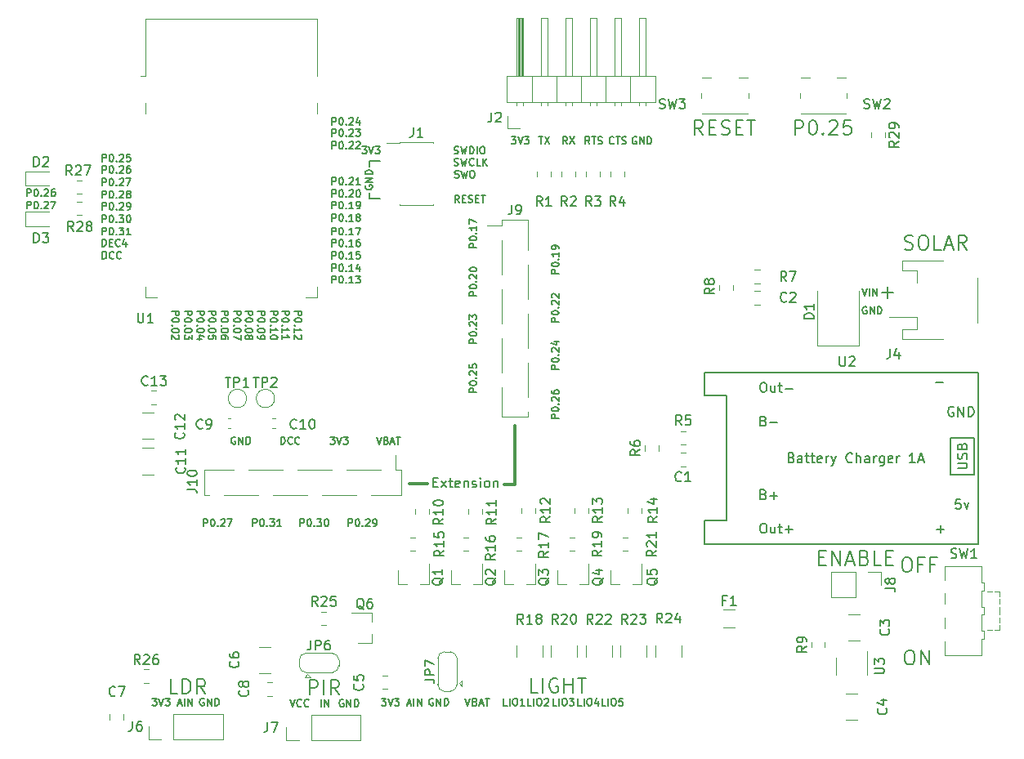
<source format=gbr>
G04 #@! TF.GenerationSoftware,KiCad,Pcbnew,(5.1.5-0-10_14)*
G04 #@! TF.CreationDate,2020-04-19T20:25:50+02:00*
G04 #@! TF.ProjectId,inuk-base,696e756b-2d62-4617-9365-2e6b69636164,rev?*
G04 #@! TF.SameCoordinates,Original*
G04 #@! TF.FileFunction,Legend,Top*
G04 #@! TF.FilePolarity,Positive*
%FSLAX46Y46*%
G04 Gerber Fmt 4.6, Leading zero omitted, Abs format (unit mm)*
G04 Created by KiCad (PCBNEW (5.1.5-0-10_14)) date 2020-04-19 20:25:50*
%MOMM*%
%LPD*%
G04 APERTURE LIST*
%ADD10C,0.200000*%
%ADD11C,0.300000*%
%ADD12C,0.150000*%
%ADD13C,0.120000*%
G04 APERTURE END LIST*
D10*
X144528571Y-97307142D02*
X145671428Y-97307142D01*
X145100000Y-97878571D02*
X145100000Y-96735714D01*
D11*
X105400000Y-117200000D02*
X106500000Y-117200000D01*
X106500000Y-111100000D02*
X106500000Y-117200000D01*
X95600000Y-117100000D02*
X97400000Y-117100000D01*
D10*
X98066666Y-116988571D02*
X98400000Y-116988571D01*
X98542857Y-117512380D02*
X98066666Y-117512380D01*
X98066666Y-116512380D01*
X98542857Y-116512380D01*
X98876190Y-117512380D02*
X99400000Y-116845714D01*
X98876190Y-116845714D02*
X99400000Y-117512380D01*
X99638095Y-116845714D02*
X100019047Y-116845714D01*
X99780952Y-116512380D02*
X99780952Y-117369523D01*
X99828571Y-117464761D01*
X99923809Y-117512380D01*
X100019047Y-117512380D01*
X100733333Y-117464761D02*
X100638095Y-117512380D01*
X100447619Y-117512380D01*
X100352380Y-117464761D01*
X100304761Y-117369523D01*
X100304761Y-116988571D01*
X100352380Y-116893333D01*
X100447619Y-116845714D01*
X100638095Y-116845714D01*
X100733333Y-116893333D01*
X100780952Y-116988571D01*
X100780952Y-117083809D01*
X100304761Y-117179047D01*
X101209523Y-116845714D02*
X101209523Y-117512380D01*
X101209523Y-116940952D02*
X101257142Y-116893333D01*
X101352380Y-116845714D01*
X101495238Y-116845714D01*
X101590476Y-116893333D01*
X101638095Y-116988571D01*
X101638095Y-117512380D01*
X102066666Y-117464761D02*
X102161904Y-117512380D01*
X102352380Y-117512380D01*
X102447619Y-117464761D01*
X102495238Y-117369523D01*
X102495238Y-117321904D01*
X102447619Y-117226666D01*
X102352380Y-117179047D01*
X102209523Y-117179047D01*
X102114285Y-117131428D01*
X102066666Y-117036190D01*
X102066666Y-116988571D01*
X102114285Y-116893333D01*
X102209523Y-116845714D01*
X102352380Y-116845714D01*
X102447619Y-116893333D01*
X102923809Y-117512380D02*
X102923809Y-116845714D01*
X102923809Y-116512380D02*
X102876190Y-116560000D01*
X102923809Y-116607619D01*
X102971428Y-116560000D01*
X102923809Y-116512380D01*
X102923809Y-116607619D01*
X103542857Y-117512380D02*
X103447619Y-117464761D01*
X103400000Y-117417142D01*
X103352380Y-117321904D01*
X103352380Y-117036190D01*
X103400000Y-116940952D01*
X103447619Y-116893333D01*
X103542857Y-116845714D01*
X103685714Y-116845714D01*
X103780952Y-116893333D01*
X103828571Y-116940952D01*
X103876190Y-117036190D01*
X103876190Y-117321904D01*
X103828571Y-117417142D01*
X103780952Y-117464761D01*
X103685714Y-117512380D01*
X103542857Y-117512380D01*
X104304761Y-116845714D02*
X104304761Y-117512380D01*
X104304761Y-116940952D02*
X104352380Y-116893333D01*
X104447619Y-116845714D01*
X104590476Y-116845714D01*
X104685714Y-116893333D01*
X104733333Y-116988571D01*
X104733333Y-117512380D01*
D12*
X72260714Y-99253571D02*
X73010714Y-99253571D01*
X73010714Y-99539285D01*
X72975000Y-99610714D01*
X72939285Y-99646428D01*
X72867857Y-99682142D01*
X72760714Y-99682142D01*
X72689285Y-99646428D01*
X72653571Y-99610714D01*
X72617857Y-99539285D01*
X72617857Y-99253571D01*
X73010714Y-100146428D02*
X73010714Y-100217857D01*
X72975000Y-100289285D01*
X72939285Y-100325000D01*
X72867857Y-100360714D01*
X72725000Y-100396428D01*
X72546428Y-100396428D01*
X72403571Y-100360714D01*
X72332142Y-100325000D01*
X72296428Y-100289285D01*
X72260714Y-100217857D01*
X72260714Y-100146428D01*
X72296428Y-100075000D01*
X72332142Y-100039285D01*
X72403571Y-100003571D01*
X72546428Y-99967857D01*
X72725000Y-99967857D01*
X72867857Y-100003571D01*
X72939285Y-100039285D01*
X72975000Y-100075000D01*
X73010714Y-100146428D01*
X72332142Y-100717857D02*
X72296428Y-100753571D01*
X72260714Y-100717857D01*
X72296428Y-100682142D01*
X72332142Y-100717857D01*
X72260714Y-100717857D01*
X73010714Y-101217857D02*
X73010714Y-101289285D01*
X72975000Y-101360714D01*
X72939285Y-101396428D01*
X72867857Y-101432142D01*
X72725000Y-101467857D01*
X72546428Y-101467857D01*
X72403571Y-101432142D01*
X72332142Y-101396428D01*
X72296428Y-101360714D01*
X72260714Y-101289285D01*
X72260714Y-101217857D01*
X72296428Y-101146428D01*
X72332142Y-101110714D01*
X72403571Y-101075000D01*
X72546428Y-101039285D01*
X72725000Y-101039285D01*
X72867857Y-101075000D01*
X72939285Y-101110714D01*
X72975000Y-101146428D01*
X73010714Y-101217857D01*
X73010714Y-101717857D02*
X73010714Y-102182142D01*
X72725000Y-101932142D01*
X72725000Y-102039285D01*
X72689285Y-102110714D01*
X72653571Y-102146428D01*
X72582142Y-102182142D01*
X72403571Y-102182142D01*
X72332142Y-102146428D01*
X72296428Y-102110714D01*
X72260714Y-102039285D01*
X72260714Y-101825000D01*
X72296428Y-101753571D01*
X72332142Y-101717857D01*
X70960714Y-99253571D02*
X71710714Y-99253571D01*
X71710714Y-99539285D01*
X71675000Y-99610714D01*
X71639285Y-99646428D01*
X71567857Y-99682142D01*
X71460714Y-99682142D01*
X71389285Y-99646428D01*
X71353571Y-99610714D01*
X71317857Y-99539285D01*
X71317857Y-99253571D01*
X71710714Y-100146428D02*
X71710714Y-100217857D01*
X71675000Y-100289285D01*
X71639285Y-100325000D01*
X71567857Y-100360714D01*
X71425000Y-100396428D01*
X71246428Y-100396428D01*
X71103571Y-100360714D01*
X71032142Y-100325000D01*
X70996428Y-100289285D01*
X70960714Y-100217857D01*
X70960714Y-100146428D01*
X70996428Y-100075000D01*
X71032142Y-100039285D01*
X71103571Y-100003571D01*
X71246428Y-99967857D01*
X71425000Y-99967857D01*
X71567857Y-100003571D01*
X71639285Y-100039285D01*
X71675000Y-100075000D01*
X71710714Y-100146428D01*
X71032142Y-100717857D02*
X70996428Y-100753571D01*
X70960714Y-100717857D01*
X70996428Y-100682142D01*
X71032142Y-100717857D01*
X70960714Y-100717857D01*
X71710714Y-101217857D02*
X71710714Y-101289285D01*
X71675000Y-101360714D01*
X71639285Y-101396428D01*
X71567857Y-101432142D01*
X71425000Y-101467857D01*
X71246428Y-101467857D01*
X71103571Y-101432142D01*
X71032142Y-101396428D01*
X70996428Y-101360714D01*
X70960714Y-101289285D01*
X70960714Y-101217857D01*
X70996428Y-101146428D01*
X71032142Y-101110714D01*
X71103571Y-101075000D01*
X71246428Y-101039285D01*
X71425000Y-101039285D01*
X71567857Y-101075000D01*
X71639285Y-101110714D01*
X71675000Y-101146428D01*
X71710714Y-101217857D01*
X71639285Y-101753571D02*
X71675000Y-101789285D01*
X71710714Y-101860714D01*
X71710714Y-102039285D01*
X71675000Y-102110714D01*
X71639285Y-102146428D01*
X71567857Y-102182142D01*
X71496428Y-102182142D01*
X71389285Y-102146428D01*
X70960714Y-101717857D01*
X70960714Y-102182142D01*
X76060714Y-99253571D02*
X76810714Y-99253571D01*
X76810714Y-99539285D01*
X76775000Y-99610714D01*
X76739285Y-99646428D01*
X76667857Y-99682142D01*
X76560714Y-99682142D01*
X76489285Y-99646428D01*
X76453571Y-99610714D01*
X76417857Y-99539285D01*
X76417857Y-99253571D01*
X76810714Y-100146428D02*
X76810714Y-100217857D01*
X76775000Y-100289285D01*
X76739285Y-100325000D01*
X76667857Y-100360714D01*
X76525000Y-100396428D01*
X76346428Y-100396428D01*
X76203571Y-100360714D01*
X76132142Y-100325000D01*
X76096428Y-100289285D01*
X76060714Y-100217857D01*
X76060714Y-100146428D01*
X76096428Y-100075000D01*
X76132142Y-100039285D01*
X76203571Y-100003571D01*
X76346428Y-99967857D01*
X76525000Y-99967857D01*
X76667857Y-100003571D01*
X76739285Y-100039285D01*
X76775000Y-100075000D01*
X76810714Y-100146428D01*
X76132142Y-100717857D02*
X76096428Y-100753571D01*
X76060714Y-100717857D01*
X76096428Y-100682142D01*
X76132142Y-100717857D01*
X76060714Y-100717857D01*
X76810714Y-101217857D02*
X76810714Y-101289285D01*
X76775000Y-101360714D01*
X76739285Y-101396428D01*
X76667857Y-101432142D01*
X76525000Y-101467857D01*
X76346428Y-101467857D01*
X76203571Y-101432142D01*
X76132142Y-101396428D01*
X76096428Y-101360714D01*
X76060714Y-101289285D01*
X76060714Y-101217857D01*
X76096428Y-101146428D01*
X76132142Y-101110714D01*
X76203571Y-101075000D01*
X76346428Y-101039285D01*
X76525000Y-101039285D01*
X76667857Y-101075000D01*
X76739285Y-101110714D01*
X76775000Y-101146428D01*
X76810714Y-101217857D01*
X76810714Y-102110714D02*
X76810714Y-101967857D01*
X76775000Y-101896428D01*
X76739285Y-101860714D01*
X76632142Y-101789285D01*
X76489285Y-101753571D01*
X76203571Y-101753571D01*
X76132142Y-101789285D01*
X76096428Y-101825000D01*
X76060714Y-101896428D01*
X76060714Y-102039285D01*
X76096428Y-102110714D01*
X76132142Y-102146428D01*
X76203571Y-102182142D01*
X76382142Y-102182142D01*
X76453571Y-102146428D01*
X76489285Y-102110714D01*
X76525000Y-102039285D01*
X76525000Y-101896428D01*
X76489285Y-101825000D01*
X76453571Y-101789285D01*
X76382142Y-101753571D01*
X73560714Y-99253571D02*
X74310714Y-99253571D01*
X74310714Y-99539285D01*
X74275000Y-99610714D01*
X74239285Y-99646428D01*
X74167857Y-99682142D01*
X74060714Y-99682142D01*
X73989285Y-99646428D01*
X73953571Y-99610714D01*
X73917857Y-99539285D01*
X73917857Y-99253571D01*
X74310714Y-100146428D02*
X74310714Y-100217857D01*
X74275000Y-100289285D01*
X74239285Y-100325000D01*
X74167857Y-100360714D01*
X74025000Y-100396428D01*
X73846428Y-100396428D01*
X73703571Y-100360714D01*
X73632142Y-100325000D01*
X73596428Y-100289285D01*
X73560714Y-100217857D01*
X73560714Y-100146428D01*
X73596428Y-100075000D01*
X73632142Y-100039285D01*
X73703571Y-100003571D01*
X73846428Y-99967857D01*
X74025000Y-99967857D01*
X74167857Y-100003571D01*
X74239285Y-100039285D01*
X74275000Y-100075000D01*
X74310714Y-100146428D01*
X73632142Y-100717857D02*
X73596428Y-100753571D01*
X73560714Y-100717857D01*
X73596428Y-100682142D01*
X73632142Y-100717857D01*
X73560714Y-100717857D01*
X74310714Y-101217857D02*
X74310714Y-101289285D01*
X74275000Y-101360714D01*
X74239285Y-101396428D01*
X74167857Y-101432142D01*
X74025000Y-101467857D01*
X73846428Y-101467857D01*
X73703571Y-101432142D01*
X73632142Y-101396428D01*
X73596428Y-101360714D01*
X73560714Y-101289285D01*
X73560714Y-101217857D01*
X73596428Y-101146428D01*
X73632142Y-101110714D01*
X73703571Y-101075000D01*
X73846428Y-101039285D01*
X74025000Y-101039285D01*
X74167857Y-101075000D01*
X74239285Y-101110714D01*
X74275000Y-101146428D01*
X74310714Y-101217857D01*
X74060714Y-102110714D02*
X73560714Y-102110714D01*
X74346428Y-101932142D02*
X73810714Y-101753571D01*
X73810714Y-102217857D01*
X74760714Y-99253571D02*
X75510714Y-99253571D01*
X75510714Y-99539285D01*
X75475000Y-99610714D01*
X75439285Y-99646428D01*
X75367857Y-99682142D01*
X75260714Y-99682142D01*
X75189285Y-99646428D01*
X75153571Y-99610714D01*
X75117857Y-99539285D01*
X75117857Y-99253571D01*
X75510714Y-100146428D02*
X75510714Y-100217857D01*
X75475000Y-100289285D01*
X75439285Y-100325000D01*
X75367857Y-100360714D01*
X75225000Y-100396428D01*
X75046428Y-100396428D01*
X74903571Y-100360714D01*
X74832142Y-100325000D01*
X74796428Y-100289285D01*
X74760714Y-100217857D01*
X74760714Y-100146428D01*
X74796428Y-100075000D01*
X74832142Y-100039285D01*
X74903571Y-100003571D01*
X75046428Y-99967857D01*
X75225000Y-99967857D01*
X75367857Y-100003571D01*
X75439285Y-100039285D01*
X75475000Y-100075000D01*
X75510714Y-100146428D01*
X74832142Y-100717857D02*
X74796428Y-100753571D01*
X74760714Y-100717857D01*
X74796428Y-100682142D01*
X74832142Y-100717857D01*
X74760714Y-100717857D01*
X75510714Y-101217857D02*
X75510714Y-101289285D01*
X75475000Y-101360714D01*
X75439285Y-101396428D01*
X75367857Y-101432142D01*
X75225000Y-101467857D01*
X75046428Y-101467857D01*
X74903571Y-101432142D01*
X74832142Y-101396428D01*
X74796428Y-101360714D01*
X74760714Y-101289285D01*
X74760714Y-101217857D01*
X74796428Y-101146428D01*
X74832142Y-101110714D01*
X74903571Y-101075000D01*
X75046428Y-101039285D01*
X75225000Y-101039285D01*
X75367857Y-101075000D01*
X75439285Y-101110714D01*
X75475000Y-101146428D01*
X75510714Y-101217857D01*
X75510714Y-102146428D02*
X75510714Y-101789285D01*
X75153571Y-101753571D01*
X75189285Y-101789285D01*
X75225000Y-101860714D01*
X75225000Y-102039285D01*
X75189285Y-102110714D01*
X75153571Y-102146428D01*
X75082142Y-102182142D01*
X74903571Y-102182142D01*
X74832142Y-102146428D01*
X74796428Y-102110714D01*
X74760714Y-102039285D01*
X74760714Y-101860714D01*
X74796428Y-101789285D01*
X74832142Y-101753571D01*
X79860714Y-99253571D02*
X80610714Y-99253571D01*
X80610714Y-99539285D01*
X80575000Y-99610714D01*
X80539285Y-99646428D01*
X80467857Y-99682142D01*
X80360714Y-99682142D01*
X80289285Y-99646428D01*
X80253571Y-99610714D01*
X80217857Y-99539285D01*
X80217857Y-99253571D01*
X80610714Y-100146428D02*
X80610714Y-100217857D01*
X80575000Y-100289285D01*
X80539285Y-100325000D01*
X80467857Y-100360714D01*
X80325000Y-100396428D01*
X80146428Y-100396428D01*
X80003571Y-100360714D01*
X79932142Y-100325000D01*
X79896428Y-100289285D01*
X79860714Y-100217857D01*
X79860714Y-100146428D01*
X79896428Y-100075000D01*
X79932142Y-100039285D01*
X80003571Y-100003571D01*
X80146428Y-99967857D01*
X80325000Y-99967857D01*
X80467857Y-100003571D01*
X80539285Y-100039285D01*
X80575000Y-100075000D01*
X80610714Y-100146428D01*
X79932142Y-100717857D02*
X79896428Y-100753571D01*
X79860714Y-100717857D01*
X79896428Y-100682142D01*
X79932142Y-100717857D01*
X79860714Y-100717857D01*
X80610714Y-101217857D02*
X80610714Y-101289285D01*
X80575000Y-101360714D01*
X80539285Y-101396428D01*
X80467857Y-101432142D01*
X80325000Y-101467857D01*
X80146428Y-101467857D01*
X80003571Y-101432142D01*
X79932142Y-101396428D01*
X79896428Y-101360714D01*
X79860714Y-101289285D01*
X79860714Y-101217857D01*
X79896428Y-101146428D01*
X79932142Y-101110714D01*
X80003571Y-101075000D01*
X80146428Y-101039285D01*
X80325000Y-101039285D01*
X80467857Y-101075000D01*
X80539285Y-101110714D01*
X80575000Y-101146428D01*
X80610714Y-101217857D01*
X79860714Y-101825000D02*
X79860714Y-101967857D01*
X79896428Y-102039285D01*
X79932142Y-102075000D01*
X80039285Y-102146428D01*
X80182142Y-102182142D01*
X80467857Y-102182142D01*
X80539285Y-102146428D01*
X80575000Y-102110714D01*
X80610714Y-102039285D01*
X80610714Y-101896428D01*
X80575000Y-101825000D01*
X80539285Y-101789285D01*
X80467857Y-101753571D01*
X80289285Y-101753571D01*
X80217857Y-101789285D01*
X80182142Y-101825000D01*
X80146428Y-101896428D01*
X80146428Y-102039285D01*
X80182142Y-102110714D01*
X80217857Y-102146428D01*
X80289285Y-102182142D01*
X77360714Y-99253571D02*
X78110714Y-99253571D01*
X78110714Y-99539285D01*
X78075000Y-99610714D01*
X78039285Y-99646428D01*
X77967857Y-99682142D01*
X77860714Y-99682142D01*
X77789285Y-99646428D01*
X77753571Y-99610714D01*
X77717857Y-99539285D01*
X77717857Y-99253571D01*
X78110714Y-100146428D02*
X78110714Y-100217857D01*
X78075000Y-100289285D01*
X78039285Y-100325000D01*
X77967857Y-100360714D01*
X77825000Y-100396428D01*
X77646428Y-100396428D01*
X77503571Y-100360714D01*
X77432142Y-100325000D01*
X77396428Y-100289285D01*
X77360714Y-100217857D01*
X77360714Y-100146428D01*
X77396428Y-100075000D01*
X77432142Y-100039285D01*
X77503571Y-100003571D01*
X77646428Y-99967857D01*
X77825000Y-99967857D01*
X77967857Y-100003571D01*
X78039285Y-100039285D01*
X78075000Y-100075000D01*
X78110714Y-100146428D01*
X77432142Y-100717857D02*
X77396428Y-100753571D01*
X77360714Y-100717857D01*
X77396428Y-100682142D01*
X77432142Y-100717857D01*
X77360714Y-100717857D01*
X78110714Y-101217857D02*
X78110714Y-101289285D01*
X78075000Y-101360714D01*
X78039285Y-101396428D01*
X77967857Y-101432142D01*
X77825000Y-101467857D01*
X77646428Y-101467857D01*
X77503571Y-101432142D01*
X77432142Y-101396428D01*
X77396428Y-101360714D01*
X77360714Y-101289285D01*
X77360714Y-101217857D01*
X77396428Y-101146428D01*
X77432142Y-101110714D01*
X77503571Y-101075000D01*
X77646428Y-101039285D01*
X77825000Y-101039285D01*
X77967857Y-101075000D01*
X78039285Y-101110714D01*
X78075000Y-101146428D01*
X78110714Y-101217857D01*
X78110714Y-101717857D02*
X78110714Y-102217857D01*
X77360714Y-101896428D01*
X78560714Y-99253571D02*
X79310714Y-99253571D01*
X79310714Y-99539285D01*
X79275000Y-99610714D01*
X79239285Y-99646428D01*
X79167857Y-99682142D01*
X79060714Y-99682142D01*
X78989285Y-99646428D01*
X78953571Y-99610714D01*
X78917857Y-99539285D01*
X78917857Y-99253571D01*
X79310714Y-100146428D02*
X79310714Y-100217857D01*
X79275000Y-100289285D01*
X79239285Y-100325000D01*
X79167857Y-100360714D01*
X79025000Y-100396428D01*
X78846428Y-100396428D01*
X78703571Y-100360714D01*
X78632142Y-100325000D01*
X78596428Y-100289285D01*
X78560714Y-100217857D01*
X78560714Y-100146428D01*
X78596428Y-100075000D01*
X78632142Y-100039285D01*
X78703571Y-100003571D01*
X78846428Y-99967857D01*
X79025000Y-99967857D01*
X79167857Y-100003571D01*
X79239285Y-100039285D01*
X79275000Y-100075000D01*
X79310714Y-100146428D01*
X78632142Y-100717857D02*
X78596428Y-100753571D01*
X78560714Y-100717857D01*
X78596428Y-100682142D01*
X78632142Y-100717857D01*
X78560714Y-100717857D01*
X79310714Y-101217857D02*
X79310714Y-101289285D01*
X79275000Y-101360714D01*
X79239285Y-101396428D01*
X79167857Y-101432142D01*
X79025000Y-101467857D01*
X78846428Y-101467857D01*
X78703571Y-101432142D01*
X78632142Y-101396428D01*
X78596428Y-101360714D01*
X78560714Y-101289285D01*
X78560714Y-101217857D01*
X78596428Y-101146428D01*
X78632142Y-101110714D01*
X78703571Y-101075000D01*
X78846428Y-101039285D01*
X79025000Y-101039285D01*
X79167857Y-101075000D01*
X79239285Y-101110714D01*
X79275000Y-101146428D01*
X79310714Y-101217857D01*
X78989285Y-101896428D02*
X79025000Y-101825000D01*
X79060714Y-101789285D01*
X79132142Y-101753571D01*
X79167857Y-101753571D01*
X79239285Y-101789285D01*
X79275000Y-101825000D01*
X79310714Y-101896428D01*
X79310714Y-102039285D01*
X79275000Y-102110714D01*
X79239285Y-102146428D01*
X79167857Y-102182142D01*
X79132142Y-102182142D01*
X79060714Y-102146428D01*
X79025000Y-102110714D01*
X78989285Y-102039285D01*
X78989285Y-101896428D01*
X78953571Y-101825000D01*
X78917857Y-101789285D01*
X78846428Y-101753571D01*
X78703571Y-101753571D01*
X78632142Y-101789285D01*
X78596428Y-101825000D01*
X78560714Y-101896428D01*
X78560714Y-102039285D01*
X78596428Y-102110714D01*
X78632142Y-102146428D01*
X78703571Y-102182142D01*
X78846428Y-102182142D01*
X78917857Y-102146428D01*
X78953571Y-102110714D01*
X78989285Y-102039285D01*
X83660714Y-99253571D02*
X84410714Y-99253571D01*
X84410714Y-99539285D01*
X84375000Y-99610714D01*
X84339285Y-99646428D01*
X84267857Y-99682142D01*
X84160714Y-99682142D01*
X84089285Y-99646428D01*
X84053571Y-99610714D01*
X84017857Y-99539285D01*
X84017857Y-99253571D01*
X84410714Y-100146428D02*
X84410714Y-100217857D01*
X84375000Y-100289285D01*
X84339285Y-100325000D01*
X84267857Y-100360714D01*
X84125000Y-100396428D01*
X83946428Y-100396428D01*
X83803571Y-100360714D01*
X83732142Y-100325000D01*
X83696428Y-100289285D01*
X83660714Y-100217857D01*
X83660714Y-100146428D01*
X83696428Y-100075000D01*
X83732142Y-100039285D01*
X83803571Y-100003571D01*
X83946428Y-99967857D01*
X84125000Y-99967857D01*
X84267857Y-100003571D01*
X84339285Y-100039285D01*
X84375000Y-100075000D01*
X84410714Y-100146428D01*
X83732142Y-100717857D02*
X83696428Y-100753571D01*
X83660714Y-100717857D01*
X83696428Y-100682142D01*
X83732142Y-100717857D01*
X83660714Y-100717857D01*
X83660714Y-101467857D02*
X83660714Y-101039285D01*
X83660714Y-101253571D02*
X84410714Y-101253571D01*
X84303571Y-101182142D01*
X84232142Y-101110714D01*
X84196428Y-101039285D01*
X84339285Y-101753571D02*
X84375000Y-101789285D01*
X84410714Y-101860714D01*
X84410714Y-102039285D01*
X84375000Y-102110714D01*
X84339285Y-102146428D01*
X84267857Y-102182142D01*
X84196428Y-102182142D01*
X84089285Y-102146428D01*
X83660714Y-101717857D01*
X83660714Y-102182142D01*
X81160714Y-99253571D02*
X81910714Y-99253571D01*
X81910714Y-99539285D01*
X81875000Y-99610714D01*
X81839285Y-99646428D01*
X81767857Y-99682142D01*
X81660714Y-99682142D01*
X81589285Y-99646428D01*
X81553571Y-99610714D01*
X81517857Y-99539285D01*
X81517857Y-99253571D01*
X81910714Y-100146428D02*
X81910714Y-100217857D01*
X81875000Y-100289285D01*
X81839285Y-100325000D01*
X81767857Y-100360714D01*
X81625000Y-100396428D01*
X81446428Y-100396428D01*
X81303571Y-100360714D01*
X81232142Y-100325000D01*
X81196428Y-100289285D01*
X81160714Y-100217857D01*
X81160714Y-100146428D01*
X81196428Y-100075000D01*
X81232142Y-100039285D01*
X81303571Y-100003571D01*
X81446428Y-99967857D01*
X81625000Y-99967857D01*
X81767857Y-100003571D01*
X81839285Y-100039285D01*
X81875000Y-100075000D01*
X81910714Y-100146428D01*
X81232142Y-100717857D02*
X81196428Y-100753571D01*
X81160714Y-100717857D01*
X81196428Y-100682142D01*
X81232142Y-100717857D01*
X81160714Y-100717857D01*
X81160714Y-101467857D02*
X81160714Y-101039285D01*
X81160714Y-101253571D02*
X81910714Y-101253571D01*
X81803571Y-101182142D01*
X81732142Y-101110714D01*
X81696428Y-101039285D01*
X81910714Y-101932142D02*
X81910714Y-102003571D01*
X81875000Y-102075000D01*
X81839285Y-102110714D01*
X81767857Y-102146428D01*
X81625000Y-102182142D01*
X81446428Y-102182142D01*
X81303571Y-102146428D01*
X81232142Y-102110714D01*
X81196428Y-102075000D01*
X81160714Y-102003571D01*
X81160714Y-101932142D01*
X81196428Y-101860714D01*
X81232142Y-101825000D01*
X81303571Y-101789285D01*
X81446428Y-101753571D01*
X81625000Y-101753571D01*
X81767857Y-101789285D01*
X81839285Y-101825000D01*
X81875000Y-101860714D01*
X81910714Y-101932142D01*
X82360714Y-99253571D02*
X83110714Y-99253571D01*
X83110714Y-99539285D01*
X83075000Y-99610714D01*
X83039285Y-99646428D01*
X82967857Y-99682142D01*
X82860714Y-99682142D01*
X82789285Y-99646428D01*
X82753571Y-99610714D01*
X82717857Y-99539285D01*
X82717857Y-99253571D01*
X83110714Y-100146428D02*
X83110714Y-100217857D01*
X83075000Y-100289285D01*
X83039285Y-100325000D01*
X82967857Y-100360714D01*
X82825000Y-100396428D01*
X82646428Y-100396428D01*
X82503571Y-100360714D01*
X82432142Y-100325000D01*
X82396428Y-100289285D01*
X82360714Y-100217857D01*
X82360714Y-100146428D01*
X82396428Y-100075000D01*
X82432142Y-100039285D01*
X82503571Y-100003571D01*
X82646428Y-99967857D01*
X82825000Y-99967857D01*
X82967857Y-100003571D01*
X83039285Y-100039285D01*
X83075000Y-100075000D01*
X83110714Y-100146428D01*
X82432142Y-100717857D02*
X82396428Y-100753571D01*
X82360714Y-100717857D01*
X82396428Y-100682142D01*
X82432142Y-100717857D01*
X82360714Y-100717857D01*
X82360714Y-101467857D02*
X82360714Y-101039285D01*
X82360714Y-101253571D02*
X83110714Y-101253571D01*
X83003571Y-101182142D01*
X82932142Y-101110714D01*
X82896428Y-101039285D01*
X82360714Y-102182142D02*
X82360714Y-101753571D01*
X82360714Y-101967857D02*
X83110714Y-101967857D01*
X83003571Y-101896428D01*
X82932142Y-101825000D01*
X82896428Y-101753571D01*
X87553571Y-95139285D02*
X87553571Y-94389285D01*
X87839285Y-94389285D01*
X87910714Y-94425000D01*
X87946428Y-94460714D01*
X87982142Y-94532142D01*
X87982142Y-94639285D01*
X87946428Y-94710714D01*
X87910714Y-94746428D01*
X87839285Y-94782142D01*
X87553571Y-94782142D01*
X88446428Y-94389285D02*
X88517857Y-94389285D01*
X88589285Y-94425000D01*
X88625000Y-94460714D01*
X88660714Y-94532142D01*
X88696428Y-94675000D01*
X88696428Y-94853571D01*
X88660714Y-94996428D01*
X88625000Y-95067857D01*
X88589285Y-95103571D01*
X88517857Y-95139285D01*
X88446428Y-95139285D01*
X88375000Y-95103571D01*
X88339285Y-95067857D01*
X88303571Y-94996428D01*
X88267857Y-94853571D01*
X88267857Y-94675000D01*
X88303571Y-94532142D01*
X88339285Y-94460714D01*
X88375000Y-94425000D01*
X88446428Y-94389285D01*
X89017857Y-95067857D02*
X89053571Y-95103571D01*
X89017857Y-95139285D01*
X88982142Y-95103571D01*
X89017857Y-95067857D01*
X89017857Y-95139285D01*
X89767857Y-95139285D02*
X89339285Y-95139285D01*
X89553571Y-95139285D02*
X89553571Y-94389285D01*
X89482142Y-94496428D01*
X89410714Y-94567857D01*
X89339285Y-94603571D01*
X90410714Y-94639285D02*
X90410714Y-95139285D01*
X90232142Y-94353571D02*
X90053571Y-94889285D01*
X90517857Y-94889285D01*
X87553571Y-96339285D02*
X87553571Y-95589285D01*
X87839285Y-95589285D01*
X87910714Y-95625000D01*
X87946428Y-95660714D01*
X87982142Y-95732142D01*
X87982142Y-95839285D01*
X87946428Y-95910714D01*
X87910714Y-95946428D01*
X87839285Y-95982142D01*
X87553571Y-95982142D01*
X88446428Y-95589285D02*
X88517857Y-95589285D01*
X88589285Y-95625000D01*
X88625000Y-95660714D01*
X88660714Y-95732142D01*
X88696428Y-95875000D01*
X88696428Y-96053571D01*
X88660714Y-96196428D01*
X88625000Y-96267857D01*
X88589285Y-96303571D01*
X88517857Y-96339285D01*
X88446428Y-96339285D01*
X88375000Y-96303571D01*
X88339285Y-96267857D01*
X88303571Y-96196428D01*
X88267857Y-96053571D01*
X88267857Y-95875000D01*
X88303571Y-95732142D01*
X88339285Y-95660714D01*
X88375000Y-95625000D01*
X88446428Y-95589285D01*
X89017857Y-96267857D02*
X89053571Y-96303571D01*
X89017857Y-96339285D01*
X88982142Y-96303571D01*
X89017857Y-96267857D01*
X89017857Y-96339285D01*
X89767857Y-96339285D02*
X89339285Y-96339285D01*
X89553571Y-96339285D02*
X89553571Y-95589285D01*
X89482142Y-95696428D01*
X89410714Y-95767857D01*
X89339285Y-95803571D01*
X90017857Y-95589285D02*
X90482142Y-95589285D01*
X90232142Y-95875000D01*
X90339285Y-95875000D01*
X90410714Y-95910714D01*
X90446428Y-95946428D01*
X90482142Y-96017857D01*
X90482142Y-96196428D01*
X90446428Y-96267857D01*
X90410714Y-96303571D01*
X90339285Y-96339285D01*
X90125000Y-96339285D01*
X90053571Y-96303571D01*
X90017857Y-96267857D01*
X87553571Y-91339285D02*
X87553571Y-90589285D01*
X87839285Y-90589285D01*
X87910714Y-90625000D01*
X87946428Y-90660714D01*
X87982142Y-90732142D01*
X87982142Y-90839285D01*
X87946428Y-90910714D01*
X87910714Y-90946428D01*
X87839285Y-90982142D01*
X87553571Y-90982142D01*
X88446428Y-90589285D02*
X88517857Y-90589285D01*
X88589285Y-90625000D01*
X88625000Y-90660714D01*
X88660714Y-90732142D01*
X88696428Y-90875000D01*
X88696428Y-91053571D01*
X88660714Y-91196428D01*
X88625000Y-91267857D01*
X88589285Y-91303571D01*
X88517857Y-91339285D01*
X88446428Y-91339285D01*
X88375000Y-91303571D01*
X88339285Y-91267857D01*
X88303571Y-91196428D01*
X88267857Y-91053571D01*
X88267857Y-90875000D01*
X88303571Y-90732142D01*
X88339285Y-90660714D01*
X88375000Y-90625000D01*
X88446428Y-90589285D01*
X89017857Y-91267857D02*
X89053571Y-91303571D01*
X89017857Y-91339285D01*
X88982142Y-91303571D01*
X89017857Y-91267857D01*
X89017857Y-91339285D01*
X89767857Y-91339285D02*
X89339285Y-91339285D01*
X89553571Y-91339285D02*
X89553571Y-90589285D01*
X89482142Y-90696428D01*
X89410714Y-90767857D01*
X89339285Y-90803571D01*
X90017857Y-90589285D02*
X90517857Y-90589285D01*
X90196428Y-91339285D01*
X87553571Y-92539285D02*
X87553571Y-91789285D01*
X87839285Y-91789285D01*
X87910714Y-91825000D01*
X87946428Y-91860714D01*
X87982142Y-91932142D01*
X87982142Y-92039285D01*
X87946428Y-92110714D01*
X87910714Y-92146428D01*
X87839285Y-92182142D01*
X87553571Y-92182142D01*
X88446428Y-91789285D02*
X88517857Y-91789285D01*
X88589285Y-91825000D01*
X88625000Y-91860714D01*
X88660714Y-91932142D01*
X88696428Y-92075000D01*
X88696428Y-92253571D01*
X88660714Y-92396428D01*
X88625000Y-92467857D01*
X88589285Y-92503571D01*
X88517857Y-92539285D01*
X88446428Y-92539285D01*
X88375000Y-92503571D01*
X88339285Y-92467857D01*
X88303571Y-92396428D01*
X88267857Y-92253571D01*
X88267857Y-92075000D01*
X88303571Y-91932142D01*
X88339285Y-91860714D01*
X88375000Y-91825000D01*
X88446428Y-91789285D01*
X89017857Y-92467857D02*
X89053571Y-92503571D01*
X89017857Y-92539285D01*
X88982142Y-92503571D01*
X89017857Y-92467857D01*
X89017857Y-92539285D01*
X89767857Y-92539285D02*
X89339285Y-92539285D01*
X89553571Y-92539285D02*
X89553571Y-91789285D01*
X89482142Y-91896428D01*
X89410714Y-91967857D01*
X89339285Y-92003571D01*
X90410714Y-91789285D02*
X90267857Y-91789285D01*
X90196428Y-91825000D01*
X90160714Y-91860714D01*
X90089285Y-91967857D01*
X90053571Y-92110714D01*
X90053571Y-92396428D01*
X90089285Y-92467857D01*
X90125000Y-92503571D01*
X90196428Y-92539285D01*
X90339285Y-92539285D01*
X90410714Y-92503571D01*
X90446428Y-92467857D01*
X90482142Y-92396428D01*
X90482142Y-92217857D01*
X90446428Y-92146428D01*
X90410714Y-92110714D01*
X90339285Y-92075000D01*
X90196428Y-92075000D01*
X90125000Y-92110714D01*
X90089285Y-92146428D01*
X90053571Y-92217857D01*
X87553571Y-93839285D02*
X87553571Y-93089285D01*
X87839285Y-93089285D01*
X87910714Y-93125000D01*
X87946428Y-93160714D01*
X87982142Y-93232142D01*
X87982142Y-93339285D01*
X87946428Y-93410714D01*
X87910714Y-93446428D01*
X87839285Y-93482142D01*
X87553571Y-93482142D01*
X88446428Y-93089285D02*
X88517857Y-93089285D01*
X88589285Y-93125000D01*
X88625000Y-93160714D01*
X88660714Y-93232142D01*
X88696428Y-93375000D01*
X88696428Y-93553571D01*
X88660714Y-93696428D01*
X88625000Y-93767857D01*
X88589285Y-93803571D01*
X88517857Y-93839285D01*
X88446428Y-93839285D01*
X88375000Y-93803571D01*
X88339285Y-93767857D01*
X88303571Y-93696428D01*
X88267857Y-93553571D01*
X88267857Y-93375000D01*
X88303571Y-93232142D01*
X88339285Y-93160714D01*
X88375000Y-93125000D01*
X88446428Y-93089285D01*
X89017857Y-93767857D02*
X89053571Y-93803571D01*
X89017857Y-93839285D01*
X88982142Y-93803571D01*
X89017857Y-93767857D01*
X89017857Y-93839285D01*
X89767857Y-93839285D02*
X89339285Y-93839285D01*
X89553571Y-93839285D02*
X89553571Y-93089285D01*
X89482142Y-93196428D01*
X89410714Y-93267857D01*
X89339285Y-93303571D01*
X90446428Y-93089285D02*
X90089285Y-93089285D01*
X90053571Y-93446428D01*
X90089285Y-93410714D01*
X90160714Y-93375000D01*
X90339285Y-93375000D01*
X90410714Y-93410714D01*
X90446428Y-93446428D01*
X90482142Y-93517857D01*
X90482142Y-93696428D01*
X90446428Y-93767857D01*
X90410714Y-93803571D01*
X90339285Y-93839285D01*
X90160714Y-93839285D01*
X90089285Y-93803571D01*
X90053571Y-93767857D01*
X87553571Y-87439285D02*
X87553571Y-86689285D01*
X87839285Y-86689285D01*
X87910714Y-86725000D01*
X87946428Y-86760714D01*
X87982142Y-86832142D01*
X87982142Y-86939285D01*
X87946428Y-87010714D01*
X87910714Y-87046428D01*
X87839285Y-87082142D01*
X87553571Y-87082142D01*
X88446428Y-86689285D02*
X88517857Y-86689285D01*
X88589285Y-86725000D01*
X88625000Y-86760714D01*
X88660714Y-86832142D01*
X88696428Y-86975000D01*
X88696428Y-87153571D01*
X88660714Y-87296428D01*
X88625000Y-87367857D01*
X88589285Y-87403571D01*
X88517857Y-87439285D01*
X88446428Y-87439285D01*
X88375000Y-87403571D01*
X88339285Y-87367857D01*
X88303571Y-87296428D01*
X88267857Y-87153571D01*
X88267857Y-86975000D01*
X88303571Y-86832142D01*
X88339285Y-86760714D01*
X88375000Y-86725000D01*
X88446428Y-86689285D01*
X89017857Y-87367857D02*
X89053571Y-87403571D01*
X89017857Y-87439285D01*
X88982142Y-87403571D01*
X89017857Y-87367857D01*
X89017857Y-87439285D01*
X89339285Y-86760714D02*
X89375000Y-86725000D01*
X89446428Y-86689285D01*
X89625000Y-86689285D01*
X89696428Y-86725000D01*
X89732142Y-86760714D01*
X89767857Y-86832142D01*
X89767857Y-86903571D01*
X89732142Y-87010714D01*
X89303571Y-87439285D01*
X89767857Y-87439285D01*
X90232142Y-86689285D02*
X90303571Y-86689285D01*
X90375000Y-86725000D01*
X90410714Y-86760714D01*
X90446428Y-86832142D01*
X90482142Y-86975000D01*
X90482142Y-87153571D01*
X90446428Y-87296428D01*
X90410714Y-87367857D01*
X90375000Y-87403571D01*
X90303571Y-87439285D01*
X90232142Y-87439285D01*
X90160714Y-87403571D01*
X90125000Y-87367857D01*
X90089285Y-87296428D01*
X90053571Y-87153571D01*
X90053571Y-86975000D01*
X90089285Y-86832142D01*
X90125000Y-86760714D01*
X90160714Y-86725000D01*
X90232142Y-86689285D01*
X87553571Y-88639285D02*
X87553571Y-87889285D01*
X87839285Y-87889285D01*
X87910714Y-87925000D01*
X87946428Y-87960714D01*
X87982142Y-88032142D01*
X87982142Y-88139285D01*
X87946428Y-88210714D01*
X87910714Y-88246428D01*
X87839285Y-88282142D01*
X87553571Y-88282142D01*
X88446428Y-87889285D02*
X88517857Y-87889285D01*
X88589285Y-87925000D01*
X88625000Y-87960714D01*
X88660714Y-88032142D01*
X88696428Y-88175000D01*
X88696428Y-88353571D01*
X88660714Y-88496428D01*
X88625000Y-88567857D01*
X88589285Y-88603571D01*
X88517857Y-88639285D01*
X88446428Y-88639285D01*
X88375000Y-88603571D01*
X88339285Y-88567857D01*
X88303571Y-88496428D01*
X88267857Y-88353571D01*
X88267857Y-88175000D01*
X88303571Y-88032142D01*
X88339285Y-87960714D01*
X88375000Y-87925000D01*
X88446428Y-87889285D01*
X89017857Y-88567857D02*
X89053571Y-88603571D01*
X89017857Y-88639285D01*
X88982142Y-88603571D01*
X89017857Y-88567857D01*
X89017857Y-88639285D01*
X89767857Y-88639285D02*
X89339285Y-88639285D01*
X89553571Y-88639285D02*
X89553571Y-87889285D01*
X89482142Y-87996428D01*
X89410714Y-88067857D01*
X89339285Y-88103571D01*
X90125000Y-88639285D02*
X90267857Y-88639285D01*
X90339285Y-88603571D01*
X90375000Y-88567857D01*
X90446428Y-88460714D01*
X90482142Y-88317857D01*
X90482142Y-88032142D01*
X90446428Y-87960714D01*
X90410714Y-87925000D01*
X90339285Y-87889285D01*
X90196428Y-87889285D01*
X90125000Y-87925000D01*
X90089285Y-87960714D01*
X90053571Y-88032142D01*
X90053571Y-88210714D01*
X90089285Y-88282142D01*
X90125000Y-88317857D01*
X90196428Y-88353571D01*
X90339285Y-88353571D01*
X90410714Y-88317857D01*
X90446428Y-88282142D01*
X90482142Y-88210714D01*
X87553571Y-89939285D02*
X87553571Y-89189285D01*
X87839285Y-89189285D01*
X87910714Y-89225000D01*
X87946428Y-89260714D01*
X87982142Y-89332142D01*
X87982142Y-89439285D01*
X87946428Y-89510714D01*
X87910714Y-89546428D01*
X87839285Y-89582142D01*
X87553571Y-89582142D01*
X88446428Y-89189285D02*
X88517857Y-89189285D01*
X88589285Y-89225000D01*
X88625000Y-89260714D01*
X88660714Y-89332142D01*
X88696428Y-89475000D01*
X88696428Y-89653571D01*
X88660714Y-89796428D01*
X88625000Y-89867857D01*
X88589285Y-89903571D01*
X88517857Y-89939285D01*
X88446428Y-89939285D01*
X88375000Y-89903571D01*
X88339285Y-89867857D01*
X88303571Y-89796428D01*
X88267857Y-89653571D01*
X88267857Y-89475000D01*
X88303571Y-89332142D01*
X88339285Y-89260714D01*
X88375000Y-89225000D01*
X88446428Y-89189285D01*
X89017857Y-89867857D02*
X89053571Y-89903571D01*
X89017857Y-89939285D01*
X88982142Y-89903571D01*
X89017857Y-89867857D01*
X89017857Y-89939285D01*
X89767857Y-89939285D02*
X89339285Y-89939285D01*
X89553571Y-89939285D02*
X89553571Y-89189285D01*
X89482142Y-89296428D01*
X89410714Y-89367857D01*
X89339285Y-89403571D01*
X90196428Y-89510714D02*
X90125000Y-89475000D01*
X90089285Y-89439285D01*
X90053571Y-89367857D01*
X90053571Y-89332142D01*
X90089285Y-89260714D01*
X90125000Y-89225000D01*
X90196428Y-89189285D01*
X90339285Y-89189285D01*
X90410714Y-89225000D01*
X90446428Y-89260714D01*
X90482142Y-89332142D01*
X90482142Y-89367857D01*
X90446428Y-89439285D01*
X90410714Y-89475000D01*
X90339285Y-89510714D01*
X90196428Y-89510714D01*
X90125000Y-89546428D01*
X90089285Y-89582142D01*
X90053571Y-89653571D01*
X90053571Y-89796428D01*
X90089285Y-89867857D01*
X90125000Y-89903571D01*
X90196428Y-89939285D01*
X90339285Y-89939285D01*
X90410714Y-89903571D01*
X90446428Y-89867857D01*
X90482142Y-89796428D01*
X90482142Y-89653571D01*
X90446428Y-89582142D01*
X90410714Y-89546428D01*
X90339285Y-89510714D01*
X87553571Y-86139285D02*
X87553571Y-85389285D01*
X87839285Y-85389285D01*
X87910714Y-85425000D01*
X87946428Y-85460714D01*
X87982142Y-85532142D01*
X87982142Y-85639285D01*
X87946428Y-85710714D01*
X87910714Y-85746428D01*
X87839285Y-85782142D01*
X87553571Y-85782142D01*
X88446428Y-85389285D02*
X88517857Y-85389285D01*
X88589285Y-85425000D01*
X88625000Y-85460714D01*
X88660714Y-85532142D01*
X88696428Y-85675000D01*
X88696428Y-85853571D01*
X88660714Y-85996428D01*
X88625000Y-86067857D01*
X88589285Y-86103571D01*
X88517857Y-86139285D01*
X88446428Y-86139285D01*
X88375000Y-86103571D01*
X88339285Y-86067857D01*
X88303571Y-85996428D01*
X88267857Y-85853571D01*
X88267857Y-85675000D01*
X88303571Y-85532142D01*
X88339285Y-85460714D01*
X88375000Y-85425000D01*
X88446428Y-85389285D01*
X89017857Y-86067857D02*
X89053571Y-86103571D01*
X89017857Y-86139285D01*
X88982142Y-86103571D01*
X89017857Y-86067857D01*
X89017857Y-86139285D01*
X89339285Y-85460714D02*
X89375000Y-85425000D01*
X89446428Y-85389285D01*
X89625000Y-85389285D01*
X89696428Y-85425000D01*
X89732142Y-85460714D01*
X89767857Y-85532142D01*
X89767857Y-85603571D01*
X89732142Y-85710714D01*
X89303571Y-86139285D01*
X89767857Y-86139285D01*
X90482142Y-86139285D02*
X90053571Y-86139285D01*
X90267857Y-86139285D02*
X90267857Y-85389285D01*
X90196428Y-85496428D01*
X90125000Y-85567857D01*
X90053571Y-85603571D01*
X87553571Y-79939285D02*
X87553571Y-79189285D01*
X87839285Y-79189285D01*
X87910714Y-79225000D01*
X87946428Y-79260714D01*
X87982142Y-79332142D01*
X87982142Y-79439285D01*
X87946428Y-79510714D01*
X87910714Y-79546428D01*
X87839285Y-79582142D01*
X87553571Y-79582142D01*
X88446428Y-79189285D02*
X88517857Y-79189285D01*
X88589285Y-79225000D01*
X88625000Y-79260714D01*
X88660714Y-79332142D01*
X88696428Y-79475000D01*
X88696428Y-79653571D01*
X88660714Y-79796428D01*
X88625000Y-79867857D01*
X88589285Y-79903571D01*
X88517857Y-79939285D01*
X88446428Y-79939285D01*
X88375000Y-79903571D01*
X88339285Y-79867857D01*
X88303571Y-79796428D01*
X88267857Y-79653571D01*
X88267857Y-79475000D01*
X88303571Y-79332142D01*
X88339285Y-79260714D01*
X88375000Y-79225000D01*
X88446428Y-79189285D01*
X89017857Y-79867857D02*
X89053571Y-79903571D01*
X89017857Y-79939285D01*
X88982142Y-79903571D01*
X89017857Y-79867857D01*
X89017857Y-79939285D01*
X89339285Y-79260714D02*
X89375000Y-79225000D01*
X89446428Y-79189285D01*
X89625000Y-79189285D01*
X89696428Y-79225000D01*
X89732142Y-79260714D01*
X89767857Y-79332142D01*
X89767857Y-79403571D01*
X89732142Y-79510714D01*
X89303571Y-79939285D01*
X89767857Y-79939285D01*
X90410714Y-79439285D02*
X90410714Y-79939285D01*
X90232142Y-79153571D02*
X90053571Y-79689285D01*
X90517857Y-79689285D01*
X87553571Y-81139285D02*
X87553571Y-80389285D01*
X87839285Y-80389285D01*
X87910714Y-80425000D01*
X87946428Y-80460714D01*
X87982142Y-80532142D01*
X87982142Y-80639285D01*
X87946428Y-80710714D01*
X87910714Y-80746428D01*
X87839285Y-80782142D01*
X87553571Y-80782142D01*
X88446428Y-80389285D02*
X88517857Y-80389285D01*
X88589285Y-80425000D01*
X88625000Y-80460714D01*
X88660714Y-80532142D01*
X88696428Y-80675000D01*
X88696428Y-80853571D01*
X88660714Y-80996428D01*
X88625000Y-81067857D01*
X88589285Y-81103571D01*
X88517857Y-81139285D01*
X88446428Y-81139285D01*
X88375000Y-81103571D01*
X88339285Y-81067857D01*
X88303571Y-80996428D01*
X88267857Y-80853571D01*
X88267857Y-80675000D01*
X88303571Y-80532142D01*
X88339285Y-80460714D01*
X88375000Y-80425000D01*
X88446428Y-80389285D01*
X89017857Y-81067857D02*
X89053571Y-81103571D01*
X89017857Y-81139285D01*
X88982142Y-81103571D01*
X89017857Y-81067857D01*
X89017857Y-81139285D01*
X89339285Y-80460714D02*
X89375000Y-80425000D01*
X89446428Y-80389285D01*
X89625000Y-80389285D01*
X89696428Y-80425000D01*
X89732142Y-80460714D01*
X89767857Y-80532142D01*
X89767857Y-80603571D01*
X89732142Y-80710714D01*
X89303571Y-81139285D01*
X89767857Y-81139285D01*
X90017857Y-80389285D02*
X90482142Y-80389285D01*
X90232142Y-80675000D01*
X90339285Y-80675000D01*
X90410714Y-80710714D01*
X90446428Y-80746428D01*
X90482142Y-80817857D01*
X90482142Y-80996428D01*
X90446428Y-81067857D01*
X90410714Y-81103571D01*
X90339285Y-81139285D01*
X90125000Y-81139285D01*
X90053571Y-81103571D01*
X90017857Y-81067857D01*
X87553571Y-82439285D02*
X87553571Y-81689285D01*
X87839285Y-81689285D01*
X87910714Y-81725000D01*
X87946428Y-81760714D01*
X87982142Y-81832142D01*
X87982142Y-81939285D01*
X87946428Y-82010714D01*
X87910714Y-82046428D01*
X87839285Y-82082142D01*
X87553571Y-82082142D01*
X88446428Y-81689285D02*
X88517857Y-81689285D01*
X88589285Y-81725000D01*
X88625000Y-81760714D01*
X88660714Y-81832142D01*
X88696428Y-81975000D01*
X88696428Y-82153571D01*
X88660714Y-82296428D01*
X88625000Y-82367857D01*
X88589285Y-82403571D01*
X88517857Y-82439285D01*
X88446428Y-82439285D01*
X88375000Y-82403571D01*
X88339285Y-82367857D01*
X88303571Y-82296428D01*
X88267857Y-82153571D01*
X88267857Y-81975000D01*
X88303571Y-81832142D01*
X88339285Y-81760714D01*
X88375000Y-81725000D01*
X88446428Y-81689285D01*
X89017857Y-82367857D02*
X89053571Y-82403571D01*
X89017857Y-82439285D01*
X88982142Y-82403571D01*
X89017857Y-82367857D01*
X89017857Y-82439285D01*
X89339285Y-81760714D02*
X89375000Y-81725000D01*
X89446428Y-81689285D01*
X89625000Y-81689285D01*
X89696428Y-81725000D01*
X89732142Y-81760714D01*
X89767857Y-81832142D01*
X89767857Y-81903571D01*
X89732142Y-82010714D01*
X89303571Y-82439285D01*
X89767857Y-82439285D01*
X90053571Y-81760714D02*
X90089285Y-81725000D01*
X90160714Y-81689285D01*
X90339285Y-81689285D01*
X90410714Y-81725000D01*
X90446428Y-81760714D01*
X90482142Y-81832142D01*
X90482142Y-81903571D01*
X90446428Y-82010714D01*
X90017857Y-82439285D01*
X90482142Y-82439285D01*
X63753571Y-83739285D02*
X63753571Y-82989285D01*
X64039285Y-82989285D01*
X64110714Y-83025000D01*
X64146428Y-83060714D01*
X64182142Y-83132142D01*
X64182142Y-83239285D01*
X64146428Y-83310714D01*
X64110714Y-83346428D01*
X64039285Y-83382142D01*
X63753571Y-83382142D01*
X64646428Y-82989285D02*
X64717857Y-82989285D01*
X64789285Y-83025000D01*
X64825000Y-83060714D01*
X64860714Y-83132142D01*
X64896428Y-83275000D01*
X64896428Y-83453571D01*
X64860714Y-83596428D01*
X64825000Y-83667857D01*
X64789285Y-83703571D01*
X64717857Y-83739285D01*
X64646428Y-83739285D01*
X64575000Y-83703571D01*
X64539285Y-83667857D01*
X64503571Y-83596428D01*
X64467857Y-83453571D01*
X64467857Y-83275000D01*
X64503571Y-83132142D01*
X64539285Y-83060714D01*
X64575000Y-83025000D01*
X64646428Y-82989285D01*
X65217857Y-83667857D02*
X65253571Y-83703571D01*
X65217857Y-83739285D01*
X65182142Y-83703571D01*
X65217857Y-83667857D01*
X65217857Y-83739285D01*
X65539285Y-83060714D02*
X65575000Y-83025000D01*
X65646428Y-82989285D01*
X65825000Y-82989285D01*
X65896428Y-83025000D01*
X65932142Y-83060714D01*
X65967857Y-83132142D01*
X65967857Y-83203571D01*
X65932142Y-83310714D01*
X65503571Y-83739285D01*
X65967857Y-83739285D01*
X66646428Y-82989285D02*
X66289285Y-82989285D01*
X66253571Y-83346428D01*
X66289285Y-83310714D01*
X66360714Y-83275000D01*
X66539285Y-83275000D01*
X66610714Y-83310714D01*
X66646428Y-83346428D01*
X66682142Y-83417857D01*
X66682142Y-83596428D01*
X66646428Y-83667857D01*
X66610714Y-83703571D01*
X66539285Y-83739285D01*
X66360714Y-83739285D01*
X66289285Y-83703571D01*
X66253571Y-83667857D01*
X63753571Y-84939285D02*
X63753571Y-84189285D01*
X64039285Y-84189285D01*
X64110714Y-84225000D01*
X64146428Y-84260714D01*
X64182142Y-84332142D01*
X64182142Y-84439285D01*
X64146428Y-84510714D01*
X64110714Y-84546428D01*
X64039285Y-84582142D01*
X63753571Y-84582142D01*
X64646428Y-84189285D02*
X64717857Y-84189285D01*
X64789285Y-84225000D01*
X64825000Y-84260714D01*
X64860714Y-84332142D01*
X64896428Y-84475000D01*
X64896428Y-84653571D01*
X64860714Y-84796428D01*
X64825000Y-84867857D01*
X64789285Y-84903571D01*
X64717857Y-84939285D01*
X64646428Y-84939285D01*
X64575000Y-84903571D01*
X64539285Y-84867857D01*
X64503571Y-84796428D01*
X64467857Y-84653571D01*
X64467857Y-84475000D01*
X64503571Y-84332142D01*
X64539285Y-84260714D01*
X64575000Y-84225000D01*
X64646428Y-84189285D01*
X65217857Y-84867857D02*
X65253571Y-84903571D01*
X65217857Y-84939285D01*
X65182142Y-84903571D01*
X65217857Y-84867857D01*
X65217857Y-84939285D01*
X65539285Y-84260714D02*
X65575000Y-84225000D01*
X65646428Y-84189285D01*
X65825000Y-84189285D01*
X65896428Y-84225000D01*
X65932142Y-84260714D01*
X65967857Y-84332142D01*
X65967857Y-84403571D01*
X65932142Y-84510714D01*
X65503571Y-84939285D01*
X65967857Y-84939285D01*
X66610714Y-84189285D02*
X66467857Y-84189285D01*
X66396428Y-84225000D01*
X66360714Y-84260714D01*
X66289285Y-84367857D01*
X66253571Y-84510714D01*
X66253571Y-84796428D01*
X66289285Y-84867857D01*
X66325000Y-84903571D01*
X66396428Y-84939285D01*
X66539285Y-84939285D01*
X66610714Y-84903571D01*
X66646428Y-84867857D01*
X66682142Y-84796428D01*
X66682142Y-84617857D01*
X66646428Y-84546428D01*
X66610714Y-84510714D01*
X66539285Y-84475000D01*
X66396428Y-84475000D01*
X66325000Y-84510714D01*
X66289285Y-84546428D01*
X66253571Y-84617857D01*
X63753571Y-86239285D02*
X63753571Y-85489285D01*
X64039285Y-85489285D01*
X64110714Y-85525000D01*
X64146428Y-85560714D01*
X64182142Y-85632142D01*
X64182142Y-85739285D01*
X64146428Y-85810714D01*
X64110714Y-85846428D01*
X64039285Y-85882142D01*
X63753571Y-85882142D01*
X64646428Y-85489285D02*
X64717857Y-85489285D01*
X64789285Y-85525000D01*
X64825000Y-85560714D01*
X64860714Y-85632142D01*
X64896428Y-85775000D01*
X64896428Y-85953571D01*
X64860714Y-86096428D01*
X64825000Y-86167857D01*
X64789285Y-86203571D01*
X64717857Y-86239285D01*
X64646428Y-86239285D01*
X64575000Y-86203571D01*
X64539285Y-86167857D01*
X64503571Y-86096428D01*
X64467857Y-85953571D01*
X64467857Y-85775000D01*
X64503571Y-85632142D01*
X64539285Y-85560714D01*
X64575000Y-85525000D01*
X64646428Y-85489285D01*
X65217857Y-86167857D02*
X65253571Y-86203571D01*
X65217857Y-86239285D01*
X65182142Y-86203571D01*
X65217857Y-86167857D01*
X65217857Y-86239285D01*
X65539285Y-85560714D02*
X65575000Y-85525000D01*
X65646428Y-85489285D01*
X65825000Y-85489285D01*
X65896428Y-85525000D01*
X65932142Y-85560714D01*
X65967857Y-85632142D01*
X65967857Y-85703571D01*
X65932142Y-85810714D01*
X65503571Y-86239285D01*
X65967857Y-86239285D01*
X66217857Y-85489285D02*
X66717857Y-85489285D01*
X66396428Y-86239285D01*
X63753571Y-87539285D02*
X63753571Y-86789285D01*
X64039285Y-86789285D01*
X64110714Y-86825000D01*
X64146428Y-86860714D01*
X64182142Y-86932142D01*
X64182142Y-87039285D01*
X64146428Y-87110714D01*
X64110714Y-87146428D01*
X64039285Y-87182142D01*
X63753571Y-87182142D01*
X64646428Y-86789285D02*
X64717857Y-86789285D01*
X64789285Y-86825000D01*
X64825000Y-86860714D01*
X64860714Y-86932142D01*
X64896428Y-87075000D01*
X64896428Y-87253571D01*
X64860714Y-87396428D01*
X64825000Y-87467857D01*
X64789285Y-87503571D01*
X64717857Y-87539285D01*
X64646428Y-87539285D01*
X64575000Y-87503571D01*
X64539285Y-87467857D01*
X64503571Y-87396428D01*
X64467857Y-87253571D01*
X64467857Y-87075000D01*
X64503571Y-86932142D01*
X64539285Y-86860714D01*
X64575000Y-86825000D01*
X64646428Y-86789285D01*
X65217857Y-87467857D02*
X65253571Y-87503571D01*
X65217857Y-87539285D01*
X65182142Y-87503571D01*
X65217857Y-87467857D01*
X65217857Y-87539285D01*
X65539285Y-86860714D02*
X65575000Y-86825000D01*
X65646428Y-86789285D01*
X65825000Y-86789285D01*
X65896428Y-86825000D01*
X65932142Y-86860714D01*
X65967857Y-86932142D01*
X65967857Y-87003571D01*
X65932142Y-87110714D01*
X65503571Y-87539285D01*
X65967857Y-87539285D01*
X66396428Y-87110714D02*
X66325000Y-87075000D01*
X66289285Y-87039285D01*
X66253571Y-86967857D01*
X66253571Y-86932142D01*
X66289285Y-86860714D01*
X66325000Y-86825000D01*
X66396428Y-86789285D01*
X66539285Y-86789285D01*
X66610714Y-86825000D01*
X66646428Y-86860714D01*
X66682142Y-86932142D01*
X66682142Y-86967857D01*
X66646428Y-87039285D01*
X66610714Y-87075000D01*
X66539285Y-87110714D01*
X66396428Y-87110714D01*
X66325000Y-87146428D01*
X66289285Y-87182142D01*
X66253571Y-87253571D01*
X66253571Y-87396428D01*
X66289285Y-87467857D01*
X66325000Y-87503571D01*
X66396428Y-87539285D01*
X66539285Y-87539285D01*
X66610714Y-87503571D01*
X66646428Y-87467857D01*
X66682142Y-87396428D01*
X66682142Y-87253571D01*
X66646428Y-87182142D01*
X66610714Y-87146428D01*
X66539285Y-87110714D01*
X63753571Y-88739285D02*
X63753571Y-87989285D01*
X64039285Y-87989285D01*
X64110714Y-88025000D01*
X64146428Y-88060714D01*
X64182142Y-88132142D01*
X64182142Y-88239285D01*
X64146428Y-88310714D01*
X64110714Y-88346428D01*
X64039285Y-88382142D01*
X63753571Y-88382142D01*
X64646428Y-87989285D02*
X64717857Y-87989285D01*
X64789285Y-88025000D01*
X64825000Y-88060714D01*
X64860714Y-88132142D01*
X64896428Y-88275000D01*
X64896428Y-88453571D01*
X64860714Y-88596428D01*
X64825000Y-88667857D01*
X64789285Y-88703571D01*
X64717857Y-88739285D01*
X64646428Y-88739285D01*
X64575000Y-88703571D01*
X64539285Y-88667857D01*
X64503571Y-88596428D01*
X64467857Y-88453571D01*
X64467857Y-88275000D01*
X64503571Y-88132142D01*
X64539285Y-88060714D01*
X64575000Y-88025000D01*
X64646428Y-87989285D01*
X65217857Y-88667857D02*
X65253571Y-88703571D01*
X65217857Y-88739285D01*
X65182142Y-88703571D01*
X65217857Y-88667857D01*
X65217857Y-88739285D01*
X65539285Y-88060714D02*
X65575000Y-88025000D01*
X65646428Y-87989285D01*
X65825000Y-87989285D01*
X65896428Y-88025000D01*
X65932142Y-88060714D01*
X65967857Y-88132142D01*
X65967857Y-88203571D01*
X65932142Y-88310714D01*
X65503571Y-88739285D01*
X65967857Y-88739285D01*
X66325000Y-88739285D02*
X66467857Y-88739285D01*
X66539285Y-88703571D01*
X66575000Y-88667857D01*
X66646428Y-88560714D01*
X66682142Y-88417857D01*
X66682142Y-88132142D01*
X66646428Y-88060714D01*
X66610714Y-88025000D01*
X66539285Y-87989285D01*
X66396428Y-87989285D01*
X66325000Y-88025000D01*
X66289285Y-88060714D01*
X66253571Y-88132142D01*
X66253571Y-88310714D01*
X66289285Y-88382142D01*
X66325000Y-88417857D01*
X66396428Y-88453571D01*
X66539285Y-88453571D01*
X66610714Y-88417857D01*
X66646428Y-88382142D01*
X66682142Y-88310714D01*
X63753571Y-90039285D02*
X63753571Y-89289285D01*
X64039285Y-89289285D01*
X64110714Y-89325000D01*
X64146428Y-89360714D01*
X64182142Y-89432142D01*
X64182142Y-89539285D01*
X64146428Y-89610714D01*
X64110714Y-89646428D01*
X64039285Y-89682142D01*
X63753571Y-89682142D01*
X64646428Y-89289285D02*
X64717857Y-89289285D01*
X64789285Y-89325000D01*
X64825000Y-89360714D01*
X64860714Y-89432142D01*
X64896428Y-89575000D01*
X64896428Y-89753571D01*
X64860714Y-89896428D01*
X64825000Y-89967857D01*
X64789285Y-90003571D01*
X64717857Y-90039285D01*
X64646428Y-90039285D01*
X64575000Y-90003571D01*
X64539285Y-89967857D01*
X64503571Y-89896428D01*
X64467857Y-89753571D01*
X64467857Y-89575000D01*
X64503571Y-89432142D01*
X64539285Y-89360714D01*
X64575000Y-89325000D01*
X64646428Y-89289285D01*
X65217857Y-89967857D02*
X65253571Y-90003571D01*
X65217857Y-90039285D01*
X65182142Y-90003571D01*
X65217857Y-89967857D01*
X65217857Y-90039285D01*
X65503571Y-89289285D02*
X65967857Y-89289285D01*
X65717857Y-89575000D01*
X65825000Y-89575000D01*
X65896428Y-89610714D01*
X65932142Y-89646428D01*
X65967857Y-89717857D01*
X65967857Y-89896428D01*
X65932142Y-89967857D01*
X65896428Y-90003571D01*
X65825000Y-90039285D01*
X65610714Y-90039285D01*
X65539285Y-90003571D01*
X65503571Y-89967857D01*
X66432142Y-89289285D02*
X66503571Y-89289285D01*
X66575000Y-89325000D01*
X66610714Y-89360714D01*
X66646428Y-89432142D01*
X66682142Y-89575000D01*
X66682142Y-89753571D01*
X66646428Y-89896428D01*
X66610714Y-89967857D01*
X66575000Y-90003571D01*
X66503571Y-90039285D01*
X66432142Y-90039285D01*
X66360714Y-90003571D01*
X66325000Y-89967857D01*
X66289285Y-89896428D01*
X66253571Y-89753571D01*
X66253571Y-89575000D01*
X66289285Y-89432142D01*
X66325000Y-89360714D01*
X66360714Y-89325000D01*
X66432142Y-89289285D01*
X63753571Y-91339285D02*
X63753571Y-90589285D01*
X64039285Y-90589285D01*
X64110714Y-90625000D01*
X64146428Y-90660714D01*
X64182142Y-90732142D01*
X64182142Y-90839285D01*
X64146428Y-90910714D01*
X64110714Y-90946428D01*
X64039285Y-90982142D01*
X63753571Y-90982142D01*
X64646428Y-90589285D02*
X64717857Y-90589285D01*
X64789285Y-90625000D01*
X64825000Y-90660714D01*
X64860714Y-90732142D01*
X64896428Y-90875000D01*
X64896428Y-91053571D01*
X64860714Y-91196428D01*
X64825000Y-91267857D01*
X64789285Y-91303571D01*
X64717857Y-91339285D01*
X64646428Y-91339285D01*
X64575000Y-91303571D01*
X64539285Y-91267857D01*
X64503571Y-91196428D01*
X64467857Y-91053571D01*
X64467857Y-90875000D01*
X64503571Y-90732142D01*
X64539285Y-90660714D01*
X64575000Y-90625000D01*
X64646428Y-90589285D01*
X65217857Y-91267857D02*
X65253571Y-91303571D01*
X65217857Y-91339285D01*
X65182142Y-91303571D01*
X65217857Y-91267857D01*
X65217857Y-91339285D01*
X65503571Y-90589285D02*
X65967857Y-90589285D01*
X65717857Y-90875000D01*
X65825000Y-90875000D01*
X65896428Y-90910714D01*
X65932142Y-90946428D01*
X65967857Y-91017857D01*
X65967857Y-91196428D01*
X65932142Y-91267857D01*
X65896428Y-91303571D01*
X65825000Y-91339285D01*
X65610714Y-91339285D01*
X65539285Y-91303571D01*
X65503571Y-91267857D01*
X66682142Y-91339285D02*
X66253571Y-91339285D01*
X66467857Y-91339285D02*
X66467857Y-90589285D01*
X66396428Y-90696428D01*
X66325000Y-90767857D01*
X66253571Y-90803571D01*
X63732142Y-92539285D02*
X63732142Y-91789285D01*
X63910714Y-91789285D01*
X64017857Y-91825000D01*
X64089285Y-91896428D01*
X64125000Y-91967857D01*
X64160714Y-92110714D01*
X64160714Y-92217857D01*
X64125000Y-92360714D01*
X64089285Y-92432142D01*
X64017857Y-92503571D01*
X63910714Y-92539285D01*
X63732142Y-92539285D01*
X64482142Y-92146428D02*
X64732142Y-92146428D01*
X64839285Y-92539285D02*
X64482142Y-92539285D01*
X64482142Y-91789285D01*
X64839285Y-91789285D01*
X65589285Y-92467857D02*
X65553571Y-92503571D01*
X65446428Y-92539285D01*
X65375000Y-92539285D01*
X65267857Y-92503571D01*
X65196428Y-92432142D01*
X65160714Y-92360714D01*
X65125000Y-92217857D01*
X65125000Y-92110714D01*
X65160714Y-91967857D01*
X65196428Y-91896428D01*
X65267857Y-91825000D01*
X65375000Y-91789285D01*
X65446428Y-91789285D01*
X65553571Y-91825000D01*
X65589285Y-91860714D01*
X66232142Y-92039285D02*
X66232142Y-92539285D01*
X66053571Y-91753571D02*
X65875000Y-92289285D01*
X66339285Y-92289285D01*
X63767857Y-93839285D02*
X63767857Y-93089285D01*
X63946428Y-93089285D01*
X64053571Y-93125000D01*
X64125000Y-93196428D01*
X64160714Y-93267857D01*
X64196428Y-93410714D01*
X64196428Y-93517857D01*
X64160714Y-93660714D01*
X64125000Y-93732142D01*
X64053571Y-93803571D01*
X63946428Y-93839285D01*
X63767857Y-93839285D01*
X64946428Y-93767857D02*
X64910714Y-93803571D01*
X64803571Y-93839285D01*
X64732142Y-93839285D01*
X64625000Y-93803571D01*
X64553571Y-93732142D01*
X64517857Y-93660714D01*
X64482142Y-93517857D01*
X64482142Y-93410714D01*
X64517857Y-93267857D01*
X64553571Y-93196428D01*
X64625000Y-93125000D01*
X64732142Y-93089285D01*
X64803571Y-93089285D01*
X64910714Y-93125000D01*
X64946428Y-93160714D01*
X65696428Y-93767857D02*
X65660714Y-93803571D01*
X65553571Y-93839285D01*
X65482142Y-93839285D01*
X65375000Y-93803571D01*
X65303571Y-93732142D01*
X65267857Y-93660714D01*
X65232142Y-93517857D01*
X65232142Y-93410714D01*
X65267857Y-93267857D01*
X65303571Y-93196428D01*
X65375000Y-93125000D01*
X65482142Y-93089285D01*
X65553571Y-93089285D01*
X65660714Y-93125000D01*
X65696428Y-93160714D01*
X111039285Y-100346428D02*
X110289285Y-100346428D01*
X110289285Y-100060714D01*
X110325000Y-99989285D01*
X110360714Y-99953571D01*
X110432142Y-99917857D01*
X110539285Y-99917857D01*
X110610714Y-99953571D01*
X110646428Y-99989285D01*
X110682142Y-100060714D01*
X110682142Y-100346428D01*
X110289285Y-99453571D02*
X110289285Y-99382142D01*
X110325000Y-99310714D01*
X110360714Y-99275000D01*
X110432142Y-99239285D01*
X110575000Y-99203571D01*
X110753571Y-99203571D01*
X110896428Y-99239285D01*
X110967857Y-99275000D01*
X111003571Y-99310714D01*
X111039285Y-99382142D01*
X111039285Y-99453571D01*
X111003571Y-99525000D01*
X110967857Y-99560714D01*
X110896428Y-99596428D01*
X110753571Y-99632142D01*
X110575000Y-99632142D01*
X110432142Y-99596428D01*
X110360714Y-99560714D01*
X110325000Y-99525000D01*
X110289285Y-99453571D01*
X110967857Y-98882142D02*
X111003571Y-98846428D01*
X111039285Y-98882142D01*
X111003571Y-98917857D01*
X110967857Y-98882142D01*
X111039285Y-98882142D01*
X110360714Y-98560714D02*
X110325000Y-98525000D01*
X110289285Y-98453571D01*
X110289285Y-98275000D01*
X110325000Y-98203571D01*
X110360714Y-98167857D01*
X110432142Y-98132142D01*
X110503571Y-98132142D01*
X110610714Y-98167857D01*
X111039285Y-98596428D01*
X111039285Y-98132142D01*
X110360714Y-97846428D02*
X110325000Y-97810714D01*
X110289285Y-97739285D01*
X110289285Y-97560714D01*
X110325000Y-97489285D01*
X110360714Y-97453571D01*
X110432142Y-97417857D01*
X110503571Y-97417857D01*
X110610714Y-97453571D01*
X111039285Y-97882142D01*
X111039285Y-97417857D01*
X111039285Y-95346428D02*
X110289285Y-95346428D01*
X110289285Y-95060714D01*
X110325000Y-94989285D01*
X110360714Y-94953571D01*
X110432142Y-94917857D01*
X110539285Y-94917857D01*
X110610714Y-94953571D01*
X110646428Y-94989285D01*
X110682142Y-95060714D01*
X110682142Y-95346428D01*
X110289285Y-94453571D02*
X110289285Y-94382142D01*
X110325000Y-94310714D01*
X110360714Y-94275000D01*
X110432142Y-94239285D01*
X110575000Y-94203571D01*
X110753571Y-94203571D01*
X110896428Y-94239285D01*
X110967857Y-94275000D01*
X111003571Y-94310714D01*
X111039285Y-94382142D01*
X111039285Y-94453571D01*
X111003571Y-94525000D01*
X110967857Y-94560714D01*
X110896428Y-94596428D01*
X110753571Y-94632142D01*
X110575000Y-94632142D01*
X110432142Y-94596428D01*
X110360714Y-94560714D01*
X110325000Y-94525000D01*
X110289285Y-94453571D01*
X110967857Y-93882142D02*
X111003571Y-93846428D01*
X111039285Y-93882142D01*
X111003571Y-93917857D01*
X110967857Y-93882142D01*
X111039285Y-93882142D01*
X111039285Y-93132142D02*
X111039285Y-93560714D01*
X111039285Y-93346428D02*
X110289285Y-93346428D01*
X110396428Y-93417857D01*
X110467857Y-93489285D01*
X110503571Y-93560714D01*
X111039285Y-92775000D02*
X111039285Y-92632142D01*
X111003571Y-92560714D01*
X110967857Y-92525000D01*
X110860714Y-92453571D01*
X110717857Y-92417857D01*
X110432142Y-92417857D01*
X110360714Y-92453571D01*
X110325000Y-92489285D01*
X110289285Y-92560714D01*
X110289285Y-92703571D01*
X110325000Y-92775000D01*
X110360714Y-92810714D01*
X110432142Y-92846428D01*
X110610714Y-92846428D01*
X110682142Y-92810714D01*
X110717857Y-92775000D01*
X110753571Y-92703571D01*
X110753571Y-92560714D01*
X110717857Y-92489285D01*
X110682142Y-92453571D01*
X110610714Y-92417857D01*
X111039285Y-105246428D02*
X110289285Y-105246428D01*
X110289285Y-104960714D01*
X110325000Y-104889285D01*
X110360714Y-104853571D01*
X110432142Y-104817857D01*
X110539285Y-104817857D01*
X110610714Y-104853571D01*
X110646428Y-104889285D01*
X110682142Y-104960714D01*
X110682142Y-105246428D01*
X110289285Y-104353571D02*
X110289285Y-104282142D01*
X110325000Y-104210714D01*
X110360714Y-104175000D01*
X110432142Y-104139285D01*
X110575000Y-104103571D01*
X110753571Y-104103571D01*
X110896428Y-104139285D01*
X110967857Y-104175000D01*
X111003571Y-104210714D01*
X111039285Y-104282142D01*
X111039285Y-104353571D01*
X111003571Y-104425000D01*
X110967857Y-104460714D01*
X110896428Y-104496428D01*
X110753571Y-104532142D01*
X110575000Y-104532142D01*
X110432142Y-104496428D01*
X110360714Y-104460714D01*
X110325000Y-104425000D01*
X110289285Y-104353571D01*
X110967857Y-103782142D02*
X111003571Y-103746428D01*
X111039285Y-103782142D01*
X111003571Y-103817857D01*
X110967857Y-103782142D01*
X111039285Y-103782142D01*
X110360714Y-103460714D02*
X110325000Y-103425000D01*
X110289285Y-103353571D01*
X110289285Y-103175000D01*
X110325000Y-103103571D01*
X110360714Y-103067857D01*
X110432142Y-103032142D01*
X110503571Y-103032142D01*
X110610714Y-103067857D01*
X111039285Y-103496428D01*
X111039285Y-103032142D01*
X110539285Y-102389285D02*
X111039285Y-102389285D01*
X110253571Y-102567857D02*
X110789285Y-102746428D01*
X110789285Y-102282142D01*
X111039285Y-110346428D02*
X110289285Y-110346428D01*
X110289285Y-110060714D01*
X110325000Y-109989285D01*
X110360714Y-109953571D01*
X110432142Y-109917857D01*
X110539285Y-109917857D01*
X110610714Y-109953571D01*
X110646428Y-109989285D01*
X110682142Y-110060714D01*
X110682142Y-110346428D01*
X110289285Y-109453571D02*
X110289285Y-109382142D01*
X110325000Y-109310714D01*
X110360714Y-109275000D01*
X110432142Y-109239285D01*
X110575000Y-109203571D01*
X110753571Y-109203571D01*
X110896428Y-109239285D01*
X110967857Y-109275000D01*
X111003571Y-109310714D01*
X111039285Y-109382142D01*
X111039285Y-109453571D01*
X111003571Y-109525000D01*
X110967857Y-109560714D01*
X110896428Y-109596428D01*
X110753571Y-109632142D01*
X110575000Y-109632142D01*
X110432142Y-109596428D01*
X110360714Y-109560714D01*
X110325000Y-109525000D01*
X110289285Y-109453571D01*
X110967857Y-108882142D02*
X111003571Y-108846428D01*
X111039285Y-108882142D01*
X111003571Y-108917857D01*
X110967857Y-108882142D01*
X111039285Y-108882142D01*
X110360714Y-108560714D02*
X110325000Y-108525000D01*
X110289285Y-108453571D01*
X110289285Y-108275000D01*
X110325000Y-108203571D01*
X110360714Y-108167857D01*
X110432142Y-108132142D01*
X110503571Y-108132142D01*
X110610714Y-108167857D01*
X111039285Y-108596428D01*
X111039285Y-108132142D01*
X110289285Y-107489285D02*
X110289285Y-107632142D01*
X110325000Y-107703571D01*
X110360714Y-107739285D01*
X110467857Y-107810714D01*
X110610714Y-107846428D01*
X110896428Y-107846428D01*
X110967857Y-107810714D01*
X111003571Y-107775000D01*
X111039285Y-107703571D01*
X111039285Y-107560714D01*
X111003571Y-107489285D01*
X110967857Y-107453571D01*
X110896428Y-107417857D01*
X110717857Y-107417857D01*
X110646428Y-107453571D01*
X110610714Y-107489285D01*
X110575000Y-107560714D01*
X110575000Y-107703571D01*
X110610714Y-107775000D01*
X110646428Y-107810714D01*
X110717857Y-107846428D01*
X102539285Y-97646428D02*
X101789285Y-97646428D01*
X101789285Y-97360714D01*
X101825000Y-97289285D01*
X101860714Y-97253571D01*
X101932142Y-97217857D01*
X102039285Y-97217857D01*
X102110714Y-97253571D01*
X102146428Y-97289285D01*
X102182142Y-97360714D01*
X102182142Y-97646428D01*
X101789285Y-96753571D02*
X101789285Y-96682142D01*
X101825000Y-96610714D01*
X101860714Y-96575000D01*
X101932142Y-96539285D01*
X102075000Y-96503571D01*
X102253571Y-96503571D01*
X102396428Y-96539285D01*
X102467857Y-96575000D01*
X102503571Y-96610714D01*
X102539285Y-96682142D01*
X102539285Y-96753571D01*
X102503571Y-96825000D01*
X102467857Y-96860714D01*
X102396428Y-96896428D01*
X102253571Y-96932142D01*
X102075000Y-96932142D01*
X101932142Y-96896428D01*
X101860714Y-96860714D01*
X101825000Y-96825000D01*
X101789285Y-96753571D01*
X102467857Y-96182142D02*
X102503571Y-96146428D01*
X102539285Y-96182142D01*
X102503571Y-96217857D01*
X102467857Y-96182142D01*
X102539285Y-96182142D01*
X101860714Y-95860714D02*
X101825000Y-95825000D01*
X101789285Y-95753571D01*
X101789285Y-95575000D01*
X101825000Y-95503571D01*
X101860714Y-95467857D01*
X101932142Y-95432142D01*
X102003571Y-95432142D01*
X102110714Y-95467857D01*
X102539285Y-95896428D01*
X102539285Y-95432142D01*
X101789285Y-94967857D02*
X101789285Y-94896428D01*
X101825000Y-94825000D01*
X101860714Y-94789285D01*
X101932142Y-94753571D01*
X102075000Y-94717857D01*
X102253571Y-94717857D01*
X102396428Y-94753571D01*
X102467857Y-94789285D01*
X102503571Y-94825000D01*
X102539285Y-94896428D01*
X102539285Y-94967857D01*
X102503571Y-95039285D01*
X102467857Y-95075000D01*
X102396428Y-95110714D01*
X102253571Y-95146428D01*
X102075000Y-95146428D01*
X101932142Y-95110714D01*
X101860714Y-95075000D01*
X101825000Y-95039285D01*
X101789285Y-94967857D01*
X102539285Y-92646428D02*
X101789285Y-92646428D01*
X101789285Y-92360714D01*
X101825000Y-92289285D01*
X101860714Y-92253571D01*
X101932142Y-92217857D01*
X102039285Y-92217857D01*
X102110714Y-92253571D01*
X102146428Y-92289285D01*
X102182142Y-92360714D01*
X102182142Y-92646428D01*
X101789285Y-91753571D02*
X101789285Y-91682142D01*
X101825000Y-91610714D01*
X101860714Y-91575000D01*
X101932142Y-91539285D01*
X102075000Y-91503571D01*
X102253571Y-91503571D01*
X102396428Y-91539285D01*
X102467857Y-91575000D01*
X102503571Y-91610714D01*
X102539285Y-91682142D01*
X102539285Y-91753571D01*
X102503571Y-91825000D01*
X102467857Y-91860714D01*
X102396428Y-91896428D01*
X102253571Y-91932142D01*
X102075000Y-91932142D01*
X101932142Y-91896428D01*
X101860714Y-91860714D01*
X101825000Y-91825000D01*
X101789285Y-91753571D01*
X102467857Y-91182142D02*
X102503571Y-91146428D01*
X102539285Y-91182142D01*
X102503571Y-91217857D01*
X102467857Y-91182142D01*
X102539285Y-91182142D01*
X102539285Y-90432142D02*
X102539285Y-90860714D01*
X102539285Y-90646428D02*
X101789285Y-90646428D01*
X101896428Y-90717857D01*
X101967857Y-90789285D01*
X102003571Y-90860714D01*
X101789285Y-90182142D02*
X101789285Y-89682142D01*
X102539285Y-90003571D01*
X102539285Y-102546428D02*
X101789285Y-102546428D01*
X101789285Y-102260714D01*
X101825000Y-102189285D01*
X101860714Y-102153571D01*
X101932142Y-102117857D01*
X102039285Y-102117857D01*
X102110714Y-102153571D01*
X102146428Y-102189285D01*
X102182142Y-102260714D01*
X102182142Y-102546428D01*
X101789285Y-101653571D02*
X101789285Y-101582142D01*
X101825000Y-101510714D01*
X101860714Y-101475000D01*
X101932142Y-101439285D01*
X102075000Y-101403571D01*
X102253571Y-101403571D01*
X102396428Y-101439285D01*
X102467857Y-101475000D01*
X102503571Y-101510714D01*
X102539285Y-101582142D01*
X102539285Y-101653571D01*
X102503571Y-101725000D01*
X102467857Y-101760714D01*
X102396428Y-101796428D01*
X102253571Y-101832142D01*
X102075000Y-101832142D01*
X101932142Y-101796428D01*
X101860714Y-101760714D01*
X101825000Y-101725000D01*
X101789285Y-101653571D01*
X102467857Y-101082142D02*
X102503571Y-101046428D01*
X102539285Y-101082142D01*
X102503571Y-101117857D01*
X102467857Y-101082142D01*
X102539285Y-101082142D01*
X101860714Y-100760714D02*
X101825000Y-100725000D01*
X101789285Y-100653571D01*
X101789285Y-100475000D01*
X101825000Y-100403571D01*
X101860714Y-100367857D01*
X101932142Y-100332142D01*
X102003571Y-100332142D01*
X102110714Y-100367857D01*
X102539285Y-100796428D01*
X102539285Y-100332142D01*
X101789285Y-100082142D02*
X101789285Y-99617857D01*
X102075000Y-99867857D01*
X102075000Y-99760714D01*
X102110714Y-99689285D01*
X102146428Y-99653571D01*
X102217857Y-99617857D01*
X102396428Y-99617857D01*
X102467857Y-99653571D01*
X102503571Y-99689285D01*
X102539285Y-99760714D01*
X102539285Y-99975000D01*
X102503571Y-100046428D01*
X102467857Y-100082142D01*
X102539285Y-107646428D02*
X101789285Y-107646428D01*
X101789285Y-107360714D01*
X101825000Y-107289285D01*
X101860714Y-107253571D01*
X101932142Y-107217857D01*
X102039285Y-107217857D01*
X102110714Y-107253571D01*
X102146428Y-107289285D01*
X102182142Y-107360714D01*
X102182142Y-107646428D01*
X101789285Y-106753571D02*
X101789285Y-106682142D01*
X101825000Y-106610714D01*
X101860714Y-106575000D01*
X101932142Y-106539285D01*
X102075000Y-106503571D01*
X102253571Y-106503571D01*
X102396428Y-106539285D01*
X102467857Y-106575000D01*
X102503571Y-106610714D01*
X102539285Y-106682142D01*
X102539285Y-106753571D01*
X102503571Y-106825000D01*
X102467857Y-106860714D01*
X102396428Y-106896428D01*
X102253571Y-106932142D01*
X102075000Y-106932142D01*
X101932142Y-106896428D01*
X101860714Y-106860714D01*
X101825000Y-106825000D01*
X101789285Y-106753571D01*
X102467857Y-106182142D02*
X102503571Y-106146428D01*
X102539285Y-106182142D01*
X102503571Y-106217857D01*
X102467857Y-106182142D01*
X102539285Y-106182142D01*
X101860714Y-105860714D02*
X101825000Y-105825000D01*
X101789285Y-105753571D01*
X101789285Y-105575000D01*
X101825000Y-105503571D01*
X101860714Y-105467857D01*
X101932142Y-105432142D01*
X102003571Y-105432142D01*
X102110714Y-105467857D01*
X102539285Y-105896428D01*
X102539285Y-105432142D01*
X101789285Y-104753571D02*
X101789285Y-105110714D01*
X102146428Y-105146428D01*
X102110714Y-105110714D01*
X102075000Y-105039285D01*
X102075000Y-104860714D01*
X102110714Y-104789285D01*
X102146428Y-104753571D01*
X102217857Y-104717857D01*
X102396428Y-104717857D01*
X102467857Y-104753571D01*
X102503571Y-104789285D01*
X102539285Y-104860714D01*
X102539285Y-105039285D01*
X102503571Y-105110714D01*
X102467857Y-105146428D01*
X84253571Y-121539285D02*
X84253571Y-120789285D01*
X84539285Y-120789285D01*
X84610714Y-120825000D01*
X84646428Y-120860714D01*
X84682142Y-120932142D01*
X84682142Y-121039285D01*
X84646428Y-121110714D01*
X84610714Y-121146428D01*
X84539285Y-121182142D01*
X84253571Y-121182142D01*
X85146428Y-120789285D02*
X85217857Y-120789285D01*
X85289285Y-120825000D01*
X85325000Y-120860714D01*
X85360714Y-120932142D01*
X85396428Y-121075000D01*
X85396428Y-121253571D01*
X85360714Y-121396428D01*
X85325000Y-121467857D01*
X85289285Y-121503571D01*
X85217857Y-121539285D01*
X85146428Y-121539285D01*
X85075000Y-121503571D01*
X85039285Y-121467857D01*
X85003571Y-121396428D01*
X84967857Y-121253571D01*
X84967857Y-121075000D01*
X85003571Y-120932142D01*
X85039285Y-120860714D01*
X85075000Y-120825000D01*
X85146428Y-120789285D01*
X85717857Y-121467857D02*
X85753571Y-121503571D01*
X85717857Y-121539285D01*
X85682142Y-121503571D01*
X85717857Y-121467857D01*
X85717857Y-121539285D01*
X86003571Y-120789285D02*
X86467857Y-120789285D01*
X86217857Y-121075000D01*
X86325000Y-121075000D01*
X86396428Y-121110714D01*
X86432142Y-121146428D01*
X86467857Y-121217857D01*
X86467857Y-121396428D01*
X86432142Y-121467857D01*
X86396428Y-121503571D01*
X86325000Y-121539285D01*
X86110714Y-121539285D01*
X86039285Y-121503571D01*
X86003571Y-121467857D01*
X86932142Y-120789285D02*
X87003571Y-120789285D01*
X87075000Y-120825000D01*
X87110714Y-120860714D01*
X87146428Y-120932142D01*
X87182142Y-121075000D01*
X87182142Y-121253571D01*
X87146428Y-121396428D01*
X87110714Y-121467857D01*
X87075000Y-121503571D01*
X87003571Y-121539285D01*
X86932142Y-121539285D01*
X86860714Y-121503571D01*
X86825000Y-121467857D01*
X86789285Y-121396428D01*
X86753571Y-121253571D01*
X86753571Y-121075000D01*
X86789285Y-120932142D01*
X86825000Y-120860714D01*
X86860714Y-120825000D01*
X86932142Y-120789285D01*
X92167857Y-112289285D02*
X92417857Y-113039285D01*
X92667857Y-112289285D01*
X93167857Y-112646428D02*
X93275000Y-112682142D01*
X93310714Y-112717857D01*
X93346428Y-112789285D01*
X93346428Y-112896428D01*
X93310714Y-112967857D01*
X93275000Y-113003571D01*
X93203571Y-113039285D01*
X92917857Y-113039285D01*
X92917857Y-112289285D01*
X93167857Y-112289285D01*
X93239285Y-112325000D01*
X93275000Y-112360714D01*
X93310714Y-112432142D01*
X93310714Y-112503571D01*
X93275000Y-112575000D01*
X93239285Y-112610714D01*
X93167857Y-112646428D01*
X92917857Y-112646428D01*
X93632142Y-112825000D02*
X93989285Y-112825000D01*
X93560714Y-113039285D02*
X93810714Y-112289285D01*
X94060714Y-113039285D01*
X94203571Y-112289285D02*
X94632142Y-112289285D01*
X94417857Y-113039285D02*
X94417857Y-112289285D01*
X87371428Y-112289285D02*
X87835714Y-112289285D01*
X87585714Y-112575000D01*
X87692857Y-112575000D01*
X87764285Y-112610714D01*
X87800000Y-112646428D01*
X87835714Y-112717857D01*
X87835714Y-112896428D01*
X87800000Y-112967857D01*
X87764285Y-113003571D01*
X87692857Y-113039285D01*
X87478571Y-113039285D01*
X87407142Y-113003571D01*
X87371428Y-112967857D01*
X88050000Y-112289285D02*
X88300000Y-113039285D01*
X88550000Y-112289285D01*
X88728571Y-112289285D02*
X89192857Y-112289285D01*
X88942857Y-112575000D01*
X89050000Y-112575000D01*
X89121428Y-112610714D01*
X89157142Y-112646428D01*
X89192857Y-112717857D01*
X89192857Y-112896428D01*
X89157142Y-112967857D01*
X89121428Y-113003571D01*
X89050000Y-113039285D01*
X88835714Y-113039285D01*
X88764285Y-113003571D01*
X88728571Y-112967857D01*
X82253571Y-113039285D02*
X82253571Y-112289285D01*
X82432142Y-112289285D01*
X82539285Y-112325000D01*
X82610714Y-112396428D01*
X82646428Y-112467857D01*
X82682142Y-112610714D01*
X82682142Y-112717857D01*
X82646428Y-112860714D01*
X82610714Y-112932142D01*
X82539285Y-113003571D01*
X82432142Y-113039285D01*
X82253571Y-113039285D01*
X83432142Y-112967857D02*
X83396428Y-113003571D01*
X83289285Y-113039285D01*
X83217857Y-113039285D01*
X83110714Y-113003571D01*
X83039285Y-112932142D01*
X83003571Y-112860714D01*
X82967857Y-112717857D01*
X82967857Y-112610714D01*
X83003571Y-112467857D01*
X83039285Y-112396428D01*
X83110714Y-112325000D01*
X83217857Y-112289285D01*
X83289285Y-112289285D01*
X83396428Y-112325000D01*
X83432142Y-112360714D01*
X84182142Y-112967857D02*
X84146428Y-113003571D01*
X84039285Y-113039285D01*
X83967857Y-113039285D01*
X83860714Y-113003571D01*
X83789285Y-112932142D01*
X83753571Y-112860714D01*
X83717857Y-112717857D01*
X83717857Y-112610714D01*
X83753571Y-112467857D01*
X83789285Y-112396428D01*
X83860714Y-112325000D01*
X83967857Y-112289285D01*
X84039285Y-112289285D01*
X84146428Y-112325000D01*
X84182142Y-112360714D01*
X77528571Y-112325000D02*
X77457142Y-112289285D01*
X77350000Y-112289285D01*
X77242857Y-112325000D01*
X77171428Y-112396428D01*
X77135714Y-112467857D01*
X77100000Y-112610714D01*
X77100000Y-112717857D01*
X77135714Y-112860714D01*
X77171428Y-112932142D01*
X77242857Y-113003571D01*
X77350000Y-113039285D01*
X77421428Y-113039285D01*
X77528571Y-113003571D01*
X77564285Y-112967857D01*
X77564285Y-112717857D01*
X77421428Y-112717857D01*
X77885714Y-113039285D02*
X77885714Y-112289285D01*
X78314285Y-113039285D01*
X78314285Y-112289285D01*
X78671428Y-113039285D02*
X78671428Y-112289285D01*
X78850000Y-112289285D01*
X78957142Y-112325000D01*
X79028571Y-112396428D01*
X79064285Y-112467857D01*
X79100000Y-112610714D01*
X79100000Y-112717857D01*
X79064285Y-112860714D01*
X79028571Y-112932142D01*
X78957142Y-113003571D01*
X78850000Y-113039285D01*
X78671428Y-113039285D01*
X89253571Y-121539285D02*
X89253571Y-120789285D01*
X89539285Y-120789285D01*
X89610714Y-120825000D01*
X89646428Y-120860714D01*
X89682142Y-120932142D01*
X89682142Y-121039285D01*
X89646428Y-121110714D01*
X89610714Y-121146428D01*
X89539285Y-121182142D01*
X89253571Y-121182142D01*
X90146428Y-120789285D02*
X90217857Y-120789285D01*
X90289285Y-120825000D01*
X90325000Y-120860714D01*
X90360714Y-120932142D01*
X90396428Y-121075000D01*
X90396428Y-121253571D01*
X90360714Y-121396428D01*
X90325000Y-121467857D01*
X90289285Y-121503571D01*
X90217857Y-121539285D01*
X90146428Y-121539285D01*
X90075000Y-121503571D01*
X90039285Y-121467857D01*
X90003571Y-121396428D01*
X89967857Y-121253571D01*
X89967857Y-121075000D01*
X90003571Y-120932142D01*
X90039285Y-120860714D01*
X90075000Y-120825000D01*
X90146428Y-120789285D01*
X90717857Y-121467857D02*
X90753571Y-121503571D01*
X90717857Y-121539285D01*
X90682142Y-121503571D01*
X90717857Y-121467857D01*
X90717857Y-121539285D01*
X91039285Y-120860714D02*
X91075000Y-120825000D01*
X91146428Y-120789285D01*
X91325000Y-120789285D01*
X91396428Y-120825000D01*
X91432142Y-120860714D01*
X91467857Y-120932142D01*
X91467857Y-121003571D01*
X91432142Y-121110714D01*
X91003571Y-121539285D01*
X91467857Y-121539285D01*
X91825000Y-121539285D02*
X91967857Y-121539285D01*
X92039285Y-121503571D01*
X92075000Y-121467857D01*
X92146428Y-121360714D01*
X92182142Y-121217857D01*
X92182142Y-120932142D01*
X92146428Y-120860714D01*
X92110714Y-120825000D01*
X92039285Y-120789285D01*
X91896428Y-120789285D01*
X91825000Y-120825000D01*
X91789285Y-120860714D01*
X91753571Y-120932142D01*
X91753571Y-121110714D01*
X91789285Y-121182142D01*
X91825000Y-121217857D01*
X91896428Y-121253571D01*
X92039285Y-121253571D01*
X92110714Y-121217857D01*
X92146428Y-121182142D01*
X92182142Y-121110714D01*
X79353571Y-121539285D02*
X79353571Y-120789285D01*
X79639285Y-120789285D01*
X79710714Y-120825000D01*
X79746428Y-120860714D01*
X79782142Y-120932142D01*
X79782142Y-121039285D01*
X79746428Y-121110714D01*
X79710714Y-121146428D01*
X79639285Y-121182142D01*
X79353571Y-121182142D01*
X80246428Y-120789285D02*
X80317857Y-120789285D01*
X80389285Y-120825000D01*
X80425000Y-120860714D01*
X80460714Y-120932142D01*
X80496428Y-121075000D01*
X80496428Y-121253571D01*
X80460714Y-121396428D01*
X80425000Y-121467857D01*
X80389285Y-121503571D01*
X80317857Y-121539285D01*
X80246428Y-121539285D01*
X80175000Y-121503571D01*
X80139285Y-121467857D01*
X80103571Y-121396428D01*
X80067857Y-121253571D01*
X80067857Y-121075000D01*
X80103571Y-120932142D01*
X80139285Y-120860714D01*
X80175000Y-120825000D01*
X80246428Y-120789285D01*
X80817857Y-121467857D02*
X80853571Y-121503571D01*
X80817857Y-121539285D01*
X80782142Y-121503571D01*
X80817857Y-121467857D01*
X80817857Y-121539285D01*
X81103571Y-120789285D02*
X81567857Y-120789285D01*
X81317857Y-121075000D01*
X81425000Y-121075000D01*
X81496428Y-121110714D01*
X81532142Y-121146428D01*
X81567857Y-121217857D01*
X81567857Y-121396428D01*
X81532142Y-121467857D01*
X81496428Y-121503571D01*
X81425000Y-121539285D01*
X81210714Y-121539285D01*
X81139285Y-121503571D01*
X81103571Y-121467857D01*
X82282142Y-121539285D02*
X81853571Y-121539285D01*
X82067857Y-121539285D02*
X82067857Y-120789285D01*
X81996428Y-120896428D01*
X81925000Y-120967857D01*
X81853571Y-121003571D01*
X74253571Y-121539285D02*
X74253571Y-120789285D01*
X74539285Y-120789285D01*
X74610714Y-120825000D01*
X74646428Y-120860714D01*
X74682142Y-120932142D01*
X74682142Y-121039285D01*
X74646428Y-121110714D01*
X74610714Y-121146428D01*
X74539285Y-121182142D01*
X74253571Y-121182142D01*
X75146428Y-120789285D02*
X75217857Y-120789285D01*
X75289285Y-120825000D01*
X75325000Y-120860714D01*
X75360714Y-120932142D01*
X75396428Y-121075000D01*
X75396428Y-121253571D01*
X75360714Y-121396428D01*
X75325000Y-121467857D01*
X75289285Y-121503571D01*
X75217857Y-121539285D01*
X75146428Y-121539285D01*
X75075000Y-121503571D01*
X75039285Y-121467857D01*
X75003571Y-121396428D01*
X74967857Y-121253571D01*
X74967857Y-121075000D01*
X75003571Y-120932142D01*
X75039285Y-120860714D01*
X75075000Y-120825000D01*
X75146428Y-120789285D01*
X75717857Y-121467857D02*
X75753571Y-121503571D01*
X75717857Y-121539285D01*
X75682142Y-121503571D01*
X75717857Y-121467857D01*
X75717857Y-121539285D01*
X76039285Y-120860714D02*
X76075000Y-120825000D01*
X76146428Y-120789285D01*
X76325000Y-120789285D01*
X76396428Y-120825000D01*
X76432142Y-120860714D01*
X76467857Y-120932142D01*
X76467857Y-121003571D01*
X76432142Y-121110714D01*
X76003571Y-121539285D01*
X76467857Y-121539285D01*
X76717857Y-120789285D02*
X77217857Y-120789285D01*
X76896428Y-121539285D01*
X55953571Y-87339285D02*
X55953571Y-86589285D01*
X56239285Y-86589285D01*
X56310714Y-86625000D01*
X56346428Y-86660714D01*
X56382142Y-86732142D01*
X56382142Y-86839285D01*
X56346428Y-86910714D01*
X56310714Y-86946428D01*
X56239285Y-86982142D01*
X55953571Y-86982142D01*
X56846428Y-86589285D02*
X56917857Y-86589285D01*
X56989285Y-86625000D01*
X57025000Y-86660714D01*
X57060714Y-86732142D01*
X57096428Y-86875000D01*
X57096428Y-87053571D01*
X57060714Y-87196428D01*
X57025000Y-87267857D01*
X56989285Y-87303571D01*
X56917857Y-87339285D01*
X56846428Y-87339285D01*
X56775000Y-87303571D01*
X56739285Y-87267857D01*
X56703571Y-87196428D01*
X56667857Y-87053571D01*
X56667857Y-86875000D01*
X56703571Y-86732142D01*
X56739285Y-86660714D01*
X56775000Y-86625000D01*
X56846428Y-86589285D01*
X57417857Y-87267857D02*
X57453571Y-87303571D01*
X57417857Y-87339285D01*
X57382142Y-87303571D01*
X57417857Y-87267857D01*
X57417857Y-87339285D01*
X57739285Y-86660714D02*
X57775000Y-86625000D01*
X57846428Y-86589285D01*
X58025000Y-86589285D01*
X58096428Y-86625000D01*
X58132142Y-86660714D01*
X58167857Y-86732142D01*
X58167857Y-86803571D01*
X58132142Y-86910714D01*
X57703571Y-87339285D01*
X58167857Y-87339285D01*
X58810714Y-86589285D02*
X58667857Y-86589285D01*
X58596428Y-86625000D01*
X58560714Y-86660714D01*
X58489285Y-86767857D01*
X58453571Y-86910714D01*
X58453571Y-87196428D01*
X58489285Y-87267857D01*
X58525000Y-87303571D01*
X58596428Y-87339285D01*
X58739285Y-87339285D01*
X58810714Y-87303571D01*
X58846428Y-87267857D01*
X58882142Y-87196428D01*
X58882142Y-87017857D01*
X58846428Y-86946428D01*
X58810714Y-86910714D01*
X58739285Y-86875000D01*
X58596428Y-86875000D01*
X58525000Y-86910714D01*
X58489285Y-86946428D01*
X58453571Y-87017857D01*
X55953571Y-88639285D02*
X55953571Y-87889285D01*
X56239285Y-87889285D01*
X56310714Y-87925000D01*
X56346428Y-87960714D01*
X56382142Y-88032142D01*
X56382142Y-88139285D01*
X56346428Y-88210714D01*
X56310714Y-88246428D01*
X56239285Y-88282142D01*
X55953571Y-88282142D01*
X56846428Y-87889285D02*
X56917857Y-87889285D01*
X56989285Y-87925000D01*
X57025000Y-87960714D01*
X57060714Y-88032142D01*
X57096428Y-88175000D01*
X57096428Y-88353571D01*
X57060714Y-88496428D01*
X57025000Y-88567857D01*
X56989285Y-88603571D01*
X56917857Y-88639285D01*
X56846428Y-88639285D01*
X56775000Y-88603571D01*
X56739285Y-88567857D01*
X56703571Y-88496428D01*
X56667857Y-88353571D01*
X56667857Y-88175000D01*
X56703571Y-88032142D01*
X56739285Y-87960714D01*
X56775000Y-87925000D01*
X56846428Y-87889285D01*
X57417857Y-88567857D02*
X57453571Y-88603571D01*
X57417857Y-88639285D01*
X57382142Y-88603571D01*
X57417857Y-88567857D01*
X57417857Y-88639285D01*
X57739285Y-87960714D02*
X57775000Y-87925000D01*
X57846428Y-87889285D01*
X58025000Y-87889285D01*
X58096428Y-87925000D01*
X58132142Y-87960714D01*
X58167857Y-88032142D01*
X58167857Y-88103571D01*
X58132142Y-88210714D01*
X57703571Y-88639285D01*
X58167857Y-88639285D01*
X58417857Y-87889285D02*
X58917857Y-87889285D01*
X58596428Y-88639285D01*
X91400000Y-87550000D02*
X92500000Y-87550000D01*
X91400000Y-87550000D02*
X91400000Y-87000000D01*
X91400000Y-83700000D02*
X92500000Y-83700000D01*
X91400000Y-84250000D02*
X91400000Y-83700000D01*
X90671428Y-82189285D02*
X91135714Y-82189285D01*
X90885714Y-82475000D01*
X90992857Y-82475000D01*
X91064285Y-82510714D01*
X91100000Y-82546428D01*
X91135714Y-82617857D01*
X91135714Y-82796428D01*
X91100000Y-82867857D01*
X91064285Y-82903571D01*
X90992857Y-82939285D01*
X90778571Y-82939285D01*
X90707142Y-82903571D01*
X90671428Y-82867857D01*
X91350000Y-82189285D02*
X91600000Y-82939285D01*
X91850000Y-82189285D01*
X92028571Y-82189285D02*
X92492857Y-82189285D01*
X92242857Y-82475000D01*
X92350000Y-82475000D01*
X92421428Y-82510714D01*
X92457142Y-82546428D01*
X92492857Y-82617857D01*
X92492857Y-82796428D01*
X92457142Y-82867857D01*
X92421428Y-82903571D01*
X92350000Y-82939285D01*
X92135714Y-82939285D01*
X92064285Y-82903571D01*
X92028571Y-82867857D01*
X91025000Y-86221428D02*
X90989285Y-86292857D01*
X90989285Y-86400000D01*
X91025000Y-86507142D01*
X91096428Y-86578571D01*
X91167857Y-86614285D01*
X91310714Y-86650000D01*
X91417857Y-86650000D01*
X91560714Y-86614285D01*
X91632142Y-86578571D01*
X91703571Y-86507142D01*
X91739285Y-86400000D01*
X91739285Y-86328571D01*
X91703571Y-86221428D01*
X91667857Y-86185714D01*
X91417857Y-86185714D01*
X91417857Y-86328571D01*
X91739285Y-85864285D02*
X90989285Y-85864285D01*
X91739285Y-85435714D01*
X90989285Y-85435714D01*
X91739285Y-85078571D02*
X90989285Y-85078571D01*
X90989285Y-84900000D01*
X91025000Y-84792857D01*
X91096428Y-84721428D01*
X91167857Y-84685714D01*
X91310714Y-84650000D01*
X91417857Y-84650000D01*
X91560714Y-84685714D01*
X91632142Y-84721428D01*
X91703571Y-84792857D01*
X91739285Y-84900000D01*
X91739285Y-85078571D01*
X100710714Y-87989285D02*
X100460714Y-87632142D01*
X100282142Y-87989285D02*
X100282142Y-87239285D01*
X100567857Y-87239285D01*
X100639285Y-87275000D01*
X100675000Y-87310714D01*
X100710714Y-87382142D01*
X100710714Y-87489285D01*
X100675000Y-87560714D01*
X100639285Y-87596428D01*
X100567857Y-87632142D01*
X100282142Y-87632142D01*
X101032142Y-87596428D02*
X101282142Y-87596428D01*
X101389285Y-87989285D02*
X101032142Y-87989285D01*
X101032142Y-87239285D01*
X101389285Y-87239285D01*
X101675000Y-87953571D02*
X101782142Y-87989285D01*
X101960714Y-87989285D01*
X102032142Y-87953571D01*
X102067857Y-87917857D01*
X102103571Y-87846428D01*
X102103571Y-87775000D01*
X102067857Y-87703571D01*
X102032142Y-87667857D01*
X101960714Y-87632142D01*
X101817857Y-87596428D01*
X101746428Y-87560714D01*
X101710714Y-87525000D01*
X101675000Y-87453571D01*
X101675000Y-87382142D01*
X101710714Y-87310714D01*
X101746428Y-87275000D01*
X101817857Y-87239285D01*
X101996428Y-87239285D01*
X102103571Y-87275000D01*
X102425000Y-87596428D02*
X102675000Y-87596428D01*
X102782142Y-87989285D02*
X102425000Y-87989285D01*
X102425000Y-87239285D01*
X102782142Y-87239285D01*
X102996428Y-87239285D02*
X103425000Y-87239285D01*
X103210714Y-87989285D02*
X103210714Y-87239285D01*
X100264285Y-85403571D02*
X100371428Y-85439285D01*
X100550000Y-85439285D01*
X100621428Y-85403571D01*
X100657142Y-85367857D01*
X100692857Y-85296428D01*
X100692857Y-85225000D01*
X100657142Y-85153571D01*
X100621428Y-85117857D01*
X100550000Y-85082142D01*
X100407142Y-85046428D01*
X100335714Y-85010714D01*
X100300000Y-84975000D01*
X100264285Y-84903571D01*
X100264285Y-84832142D01*
X100300000Y-84760714D01*
X100335714Y-84725000D01*
X100407142Y-84689285D01*
X100585714Y-84689285D01*
X100692857Y-84725000D01*
X100942857Y-84689285D02*
X101121428Y-85439285D01*
X101264285Y-84903571D01*
X101407142Y-85439285D01*
X101585714Y-84689285D01*
X102014285Y-84689285D02*
X102157142Y-84689285D01*
X102228571Y-84725000D01*
X102300000Y-84796428D01*
X102335714Y-84939285D01*
X102335714Y-85189285D01*
X102300000Y-85332142D01*
X102228571Y-85403571D01*
X102157142Y-85439285D01*
X102014285Y-85439285D01*
X101942857Y-85403571D01*
X101871428Y-85332142D01*
X101835714Y-85189285D01*
X101835714Y-84939285D01*
X101871428Y-84796428D01*
X101942857Y-84725000D01*
X102014285Y-84689285D01*
X100203571Y-84153571D02*
X100310714Y-84189285D01*
X100489285Y-84189285D01*
X100560714Y-84153571D01*
X100596428Y-84117857D01*
X100632142Y-84046428D01*
X100632142Y-83975000D01*
X100596428Y-83903571D01*
X100560714Y-83867857D01*
X100489285Y-83832142D01*
X100346428Y-83796428D01*
X100275000Y-83760714D01*
X100239285Y-83725000D01*
X100203571Y-83653571D01*
X100203571Y-83582142D01*
X100239285Y-83510714D01*
X100275000Y-83475000D01*
X100346428Y-83439285D01*
X100525000Y-83439285D01*
X100632142Y-83475000D01*
X100882142Y-83439285D02*
X101060714Y-84189285D01*
X101203571Y-83653571D01*
X101346428Y-84189285D01*
X101525000Y-83439285D01*
X102239285Y-84117857D02*
X102203571Y-84153571D01*
X102096428Y-84189285D01*
X102025000Y-84189285D01*
X101917857Y-84153571D01*
X101846428Y-84082142D01*
X101810714Y-84010714D01*
X101775000Y-83867857D01*
X101775000Y-83760714D01*
X101810714Y-83617857D01*
X101846428Y-83546428D01*
X101917857Y-83475000D01*
X102025000Y-83439285D01*
X102096428Y-83439285D01*
X102203571Y-83475000D01*
X102239285Y-83510714D01*
X102917857Y-84189285D02*
X102560714Y-84189285D01*
X102560714Y-83439285D01*
X103167857Y-84189285D02*
X103167857Y-83439285D01*
X103596428Y-84189285D02*
X103275000Y-83760714D01*
X103596428Y-83439285D02*
X103167857Y-83867857D01*
X100210714Y-82903571D02*
X100317857Y-82939285D01*
X100496428Y-82939285D01*
X100567857Y-82903571D01*
X100603571Y-82867857D01*
X100639285Y-82796428D01*
X100639285Y-82725000D01*
X100603571Y-82653571D01*
X100567857Y-82617857D01*
X100496428Y-82582142D01*
X100353571Y-82546428D01*
X100282142Y-82510714D01*
X100246428Y-82475000D01*
X100210714Y-82403571D01*
X100210714Y-82332142D01*
X100246428Y-82260714D01*
X100282142Y-82225000D01*
X100353571Y-82189285D01*
X100532142Y-82189285D01*
X100639285Y-82225000D01*
X100889285Y-82189285D02*
X101067857Y-82939285D01*
X101210714Y-82403571D01*
X101353571Y-82939285D01*
X101532142Y-82189285D01*
X101817857Y-82939285D02*
X101817857Y-82189285D01*
X101996428Y-82189285D01*
X102103571Y-82225000D01*
X102175000Y-82296428D01*
X102210714Y-82367857D01*
X102246428Y-82510714D01*
X102246428Y-82617857D01*
X102210714Y-82760714D01*
X102175000Y-82832142D01*
X102103571Y-82903571D01*
X101996428Y-82939285D01*
X101817857Y-82939285D01*
X102567857Y-82939285D02*
X102567857Y-82189285D01*
X103067857Y-82189285D02*
X103210714Y-82189285D01*
X103282142Y-82225000D01*
X103353571Y-82296428D01*
X103389285Y-82439285D01*
X103389285Y-82689285D01*
X103353571Y-82832142D01*
X103282142Y-82903571D01*
X103210714Y-82939285D01*
X103067857Y-82939285D01*
X102996428Y-82903571D01*
X102925000Y-82832142D01*
X102889285Y-82689285D01*
X102889285Y-82439285D01*
X102925000Y-82296428D01*
X102996428Y-82225000D01*
X103067857Y-82189285D01*
X142478571Y-96889285D02*
X142728571Y-97639285D01*
X142978571Y-96889285D01*
X143228571Y-97639285D02*
X143228571Y-96889285D01*
X143585714Y-97639285D02*
X143585714Y-96889285D01*
X144014285Y-97639285D01*
X144014285Y-96889285D01*
X142928571Y-98825000D02*
X142857142Y-98789285D01*
X142750000Y-98789285D01*
X142642857Y-98825000D01*
X142571428Y-98896428D01*
X142535714Y-98967857D01*
X142500000Y-99110714D01*
X142500000Y-99217857D01*
X142535714Y-99360714D01*
X142571428Y-99432142D01*
X142642857Y-99503571D01*
X142750000Y-99539285D01*
X142821428Y-99539285D01*
X142928571Y-99503571D01*
X142964285Y-99467857D01*
X142964285Y-99217857D01*
X142821428Y-99217857D01*
X143285714Y-99539285D02*
X143285714Y-98789285D01*
X143714285Y-99539285D01*
X143714285Y-98789285D01*
X144071428Y-99539285D02*
X144071428Y-98789285D01*
X144250000Y-98789285D01*
X144357142Y-98825000D01*
X144428571Y-98896428D01*
X144464285Y-98967857D01*
X144500000Y-99110714D01*
X144500000Y-99217857D01*
X144464285Y-99360714D01*
X144428571Y-99432142D01*
X144357142Y-99503571D01*
X144250000Y-99539285D01*
X144071428Y-99539285D01*
D10*
X146885714Y-92807142D02*
X147100000Y-92878571D01*
X147457142Y-92878571D01*
X147600000Y-92807142D01*
X147671428Y-92735714D01*
X147742857Y-92592857D01*
X147742857Y-92450000D01*
X147671428Y-92307142D01*
X147600000Y-92235714D01*
X147457142Y-92164285D01*
X147171428Y-92092857D01*
X147028571Y-92021428D01*
X146957142Y-91950000D01*
X146885714Y-91807142D01*
X146885714Y-91664285D01*
X146957142Y-91521428D01*
X147028571Y-91450000D01*
X147171428Y-91378571D01*
X147528571Y-91378571D01*
X147742857Y-91450000D01*
X148671428Y-91378571D02*
X148957142Y-91378571D01*
X149100000Y-91450000D01*
X149242857Y-91592857D01*
X149314285Y-91878571D01*
X149314285Y-92378571D01*
X149242857Y-92664285D01*
X149100000Y-92807142D01*
X148957142Y-92878571D01*
X148671428Y-92878571D01*
X148528571Y-92807142D01*
X148385714Y-92664285D01*
X148314285Y-92378571D01*
X148314285Y-91878571D01*
X148385714Y-91592857D01*
X148528571Y-91450000D01*
X148671428Y-91378571D01*
X150671428Y-92878571D02*
X149957142Y-92878571D01*
X149957142Y-91378571D01*
X151100000Y-92450000D02*
X151814285Y-92450000D01*
X150957142Y-92878571D02*
X151457142Y-91378571D01*
X151957142Y-92878571D01*
X153314285Y-92878571D02*
X152814285Y-92164285D01*
X152457142Y-92878571D02*
X152457142Y-91378571D01*
X153028571Y-91378571D01*
X153171428Y-91450000D01*
X153242857Y-91521428D01*
X153314285Y-91664285D01*
X153314285Y-91878571D01*
X153242857Y-92021428D01*
X153171428Y-92092857D01*
X153028571Y-92164285D01*
X152457142Y-92164285D01*
X135507142Y-80978571D02*
X135507142Y-79478571D01*
X136078571Y-79478571D01*
X136221428Y-79550000D01*
X136292857Y-79621428D01*
X136364285Y-79764285D01*
X136364285Y-79978571D01*
X136292857Y-80121428D01*
X136221428Y-80192857D01*
X136078571Y-80264285D01*
X135507142Y-80264285D01*
X137292857Y-79478571D02*
X137435714Y-79478571D01*
X137578571Y-79550000D01*
X137650000Y-79621428D01*
X137721428Y-79764285D01*
X137792857Y-80050000D01*
X137792857Y-80407142D01*
X137721428Y-80692857D01*
X137650000Y-80835714D01*
X137578571Y-80907142D01*
X137435714Y-80978571D01*
X137292857Y-80978571D01*
X137150000Y-80907142D01*
X137078571Y-80835714D01*
X137007142Y-80692857D01*
X136935714Y-80407142D01*
X136935714Y-80050000D01*
X137007142Y-79764285D01*
X137078571Y-79621428D01*
X137150000Y-79550000D01*
X137292857Y-79478571D01*
X138435714Y-80835714D02*
X138507142Y-80907142D01*
X138435714Y-80978571D01*
X138364285Y-80907142D01*
X138435714Y-80835714D01*
X138435714Y-80978571D01*
X139078571Y-79621428D02*
X139150000Y-79550000D01*
X139292857Y-79478571D01*
X139650000Y-79478571D01*
X139792857Y-79550000D01*
X139864285Y-79621428D01*
X139935714Y-79764285D01*
X139935714Y-79907142D01*
X139864285Y-80121428D01*
X139007142Y-80978571D01*
X139935714Y-80978571D01*
X141292857Y-79478571D02*
X140578571Y-79478571D01*
X140507142Y-80192857D01*
X140578571Y-80121428D01*
X140721428Y-80050000D01*
X141078571Y-80050000D01*
X141221428Y-80121428D01*
X141292857Y-80192857D01*
X141364285Y-80335714D01*
X141364285Y-80692857D01*
X141292857Y-80835714D01*
X141221428Y-80907142D01*
X141078571Y-80978571D01*
X140721428Y-80978571D01*
X140578571Y-80907142D01*
X140507142Y-80835714D01*
X125971428Y-80978571D02*
X125471428Y-80264285D01*
X125114285Y-80978571D02*
X125114285Y-79478571D01*
X125685714Y-79478571D01*
X125828571Y-79550000D01*
X125900000Y-79621428D01*
X125971428Y-79764285D01*
X125971428Y-79978571D01*
X125900000Y-80121428D01*
X125828571Y-80192857D01*
X125685714Y-80264285D01*
X125114285Y-80264285D01*
X126614285Y-80192857D02*
X127114285Y-80192857D01*
X127328571Y-80978571D02*
X126614285Y-80978571D01*
X126614285Y-79478571D01*
X127328571Y-79478571D01*
X127900000Y-80907142D02*
X128114285Y-80978571D01*
X128471428Y-80978571D01*
X128614285Y-80907142D01*
X128685714Y-80835714D01*
X128757142Y-80692857D01*
X128757142Y-80550000D01*
X128685714Y-80407142D01*
X128614285Y-80335714D01*
X128471428Y-80264285D01*
X128185714Y-80192857D01*
X128042857Y-80121428D01*
X127971428Y-80050000D01*
X127900000Y-79907142D01*
X127900000Y-79764285D01*
X127971428Y-79621428D01*
X128042857Y-79550000D01*
X128185714Y-79478571D01*
X128542857Y-79478571D01*
X128757142Y-79550000D01*
X129400000Y-80192857D02*
X129900000Y-80192857D01*
X130114285Y-80978571D02*
X129400000Y-80978571D01*
X129400000Y-79478571D01*
X130114285Y-79478571D01*
X130542857Y-79478571D02*
X131400000Y-79478571D01*
X130971428Y-80978571D02*
X130971428Y-79478571D01*
D12*
X119078571Y-81225000D02*
X119007142Y-81189285D01*
X118900000Y-81189285D01*
X118792857Y-81225000D01*
X118721428Y-81296428D01*
X118685714Y-81367857D01*
X118650000Y-81510714D01*
X118650000Y-81617857D01*
X118685714Y-81760714D01*
X118721428Y-81832142D01*
X118792857Y-81903571D01*
X118900000Y-81939285D01*
X118971428Y-81939285D01*
X119078571Y-81903571D01*
X119114285Y-81867857D01*
X119114285Y-81617857D01*
X118971428Y-81617857D01*
X119435714Y-81939285D02*
X119435714Y-81189285D01*
X119864285Y-81939285D01*
X119864285Y-81189285D01*
X120221428Y-81939285D02*
X120221428Y-81189285D01*
X120400000Y-81189285D01*
X120507142Y-81225000D01*
X120578571Y-81296428D01*
X120614285Y-81367857D01*
X120650000Y-81510714D01*
X120650000Y-81617857D01*
X120614285Y-81760714D01*
X120578571Y-81832142D01*
X120507142Y-81903571D01*
X120400000Y-81939285D01*
X120221428Y-81939285D01*
X116739285Y-81867857D02*
X116703571Y-81903571D01*
X116596428Y-81939285D01*
X116525000Y-81939285D01*
X116417857Y-81903571D01*
X116346428Y-81832142D01*
X116310714Y-81760714D01*
X116275000Y-81617857D01*
X116275000Y-81510714D01*
X116310714Y-81367857D01*
X116346428Y-81296428D01*
X116417857Y-81225000D01*
X116525000Y-81189285D01*
X116596428Y-81189285D01*
X116703571Y-81225000D01*
X116739285Y-81260714D01*
X116953571Y-81189285D02*
X117382142Y-81189285D01*
X117167857Y-81939285D02*
X117167857Y-81189285D01*
X117596428Y-81903571D02*
X117703571Y-81939285D01*
X117882142Y-81939285D01*
X117953571Y-81903571D01*
X117989285Y-81867857D01*
X118025000Y-81796428D01*
X118025000Y-81725000D01*
X117989285Y-81653571D01*
X117953571Y-81617857D01*
X117882142Y-81582142D01*
X117739285Y-81546428D01*
X117667857Y-81510714D01*
X117632142Y-81475000D01*
X117596428Y-81403571D01*
X117596428Y-81332142D01*
X117632142Y-81260714D01*
X117667857Y-81225000D01*
X117739285Y-81189285D01*
X117917857Y-81189285D01*
X118025000Y-81225000D01*
X114239285Y-81939285D02*
X113989285Y-81582142D01*
X113810714Y-81939285D02*
X113810714Y-81189285D01*
X114096428Y-81189285D01*
X114167857Y-81225000D01*
X114203571Y-81260714D01*
X114239285Y-81332142D01*
X114239285Y-81439285D01*
X114203571Y-81510714D01*
X114167857Y-81546428D01*
X114096428Y-81582142D01*
X113810714Y-81582142D01*
X114453571Y-81189285D02*
X114882142Y-81189285D01*
X114667857Y-81939285D02*
X114667857Y-81189285D01*
X115096428Y-81903571D02*
X115203571Y-81939285D01*
X115382142Y-81939285D01*
X115453571Y-81903571D01*
X115489285Y-81867857D01*
X115525000Y-81796428D01*
X115525000Y-81725000D01*
X115489285Y-81653571D01*
X115453571Y-81617857D01*
X115382142Y-81582142D01*
X115239285Y-81546428D01*
X115167857Y-81510714D01*
X115132142Y-81475000D01*
X115096428Y-81403571D01*
X115096428Y-81332142D01*
X115132142Y-81260714D01*
X115167857Y-81225000D01*
X115239285Y-81189285D01*
X115417857Y-81189285D01*
X115525000Y-81225000D01*
X111925000Y-81939285D02*
X111675000Y-81582142D01*
X111496428Y-81939285D02*
X111496428Y-81189285D01*
X111782142Y-81189285D01*
X111853571Y-81225000D01*
X111889285Y-81260714D01*
X111925000Y-81332142D01*
X111925000Y-81439285D01*
X111889285Y-81510714D01*
X111853571Y-81546428D01*
X111782142Y-81582142D01*
X111496428Y-81582142D01*
X112175000Y-81189285D02*
X112675000Y-81939285D01*
X112675000Y-81189285D02*
X112175000Y-81939285D01*
X108978571Y-81189285D02*
X109407142Y-81189285D01*
X109192857Y-81939285D02*
X109192857Y-81189285D01*
X109585714Y-81189285D02*
X110085714Y-81939285D01*
X110085714Y-81189285D02*
X109585714Y-81939285D01*
X106121428Y-81189285D02*
X106585714Y-81189285D01*
X106335714Y-81475000D01*
X106442857Y-81475000D01*
X106514285Y-81510714D01*
X106550000Y-81546428D01*
X106585714Y-81617857D01*
X106585714Y-81796428D01*
X106550000Y-81867857D01*
X106514285Y-81903571D01*
X106442857Y-81939285D01*
X106228571Y-81939285D01*
X106157142Y-81903571D01*
X106121428Y-81867857D01*
X106800000Y-81189285D02*
X107050000Y-81939285D01*
X107300000Y-81189285D01*
X107478571Y-81189285D02*
X107942857Y-81189285D01*
X107692857Y-81475000D01*
X107800000Y-81475000D01*
X107871428Y-81510714D01*
X107907142Y-81546428D01*
X107942857Y-81617857D01*
X107942857Y-81796428D01*
X107907142Y-81867857D01*
X107871428Y-81903571D01*
X107800000Y-81939285D01*
X107585714Y-81939285D01*
X107514285Y-81903571D01*
X107478571Y-81867857D01*
D10*
X138014285Y-124792857D02*
X138514285Y-124792857D01*
X138728571Y-125578571D02*
X138014285Y-125578571D01*
X138014285Y-124078571D01*
X138728571Y-124078571D01*
X139371428Y-125578571D02*
X139371428Y-124078571D01*
X140228571Y-125578571D01*
X140228571Y-124078571D01*
X140871428Y-125150000D02*
X141585714Y-125150000D01*
X140728571Y-125578571D02*
X141228571Y-124078571D01*
X141728571Y-125578571D01*
X142728571Y-124792857D02*
X142942857Y-124864285D01*
X143014285Y-124935714D01*
X143085714Y-125078571D01*
X143085714Y-125292857D01*
X143014285Y-125435714D01*
X142942857Y-125507142D01*
X142800000Y-125578571D01*
X142228571Y-125578571D01*
X142228571Y-124078571D01*
X142728571Y-124078571D01*
X142871428Y-124150000D01*
X142942857Y-124221428D01*
X143014285Y-124364285D01*
X143014285Y-124507142D01*
X142942857Y-124650000D01*
X142871428Y-124721428D01*
X142728571Y-124792857D01*
X142228571Y-124792857D01*
X144442857Y-125578571D02*
X143728571Y-125578571D01*
X143728571Y-124078571D01*
X144942857Y-124792857D02*
X145442857Y-124792857D01*
X145657142Y-125578571D02*
X144942857Y-125578571D01*
X144942857Y-124078571D01*
X145657142Y-124078571D01*
X147271428Y-134378571D02*
X147557142Y-134378571D01*
X147700000Y-134450000D01*
X147842857Y-134592857D01*
X147914285Y-134878571D01*
X147914285Y-135378571D01*
X147842857Y-135664285D01*
X147700000Y-135807142D01*
X147557142Y-135878571D01*
X147271428Y-135878571D01*
X147128571Y-135807142D01*
X146985714Y-135664285D01*
X146914285Y-135378571D01*
X146914285Y-134878571D01*
X146985714Y-134592857D01*
X147128571Y-134450000D01*
X147271428Y-134378571D01*
X148557142Y-135878571D02*
X148557142Y-134378571D01*
X149414285Y-135878571D01*
X149414285Y-134378571D01*
X146971428Y-124778571D02*
X147257142Y-124778571D01*
X147400000Y-124850000D01*
X147542857Y-124992857D01*
X147614285Y-125278571D01*
X147614285Y-125778571D01*
X147542857Y-126064285D01*
X147400000Y-126207142D01*
X147257142Y-126278571D01*
X146971428Y-126278571D01*
X146828571Y-126207142D01*
X146685714Y-126064285D01*
X146614285Y-125778571D01*
X146614285Y-125278571D01*
X146685714Y-124992857D01*
X146828571Y-124850000D01*
X146971428Y-124778571D01*
X148757142Y-125492857D02*
X148257142Y-125492857D01*
X148257142Y-126278571D02*
X148257142Y-124778571D01*
X148971428Y-124778571D01*
X150042857Y-125492857D02*
X149542857Y-125492857D01*
X149542857Y-126278571D02*
X149542857Y-124778571D01*
X150257142Y-124778571D01*
X108900000Y-138778571D02*
X108185714Y-138778571D01*
X108185714Y-137278571D01*
X109400000Y-138778571D02*
X109400000Y-137278571D01*
X110900000Y-137350000D02*
X110757142Y-137278571D01*
X110542857Y-137278571D01*
X110328571Y-137350000D01*
X110185714Y-137492857D01*
X110114285Y-137635714D01*
X110042857Y-137921428D01*
X110042857Y-138135714D01*
X110114285Y-138421428D01*
X110185714Y-138564285D01*
X110328571Y-138707142D01*
X110542857Y-138778571D01*
X110685714Y-138778571D01*
X110900000Y-138707142D01*
X110971428Y-138635714D01*
X110971428Y-138135714D01*
X110685714Y-138135714D01*
X111614285Y-138778571D02*
X111614285Y-137278571D01*
X111614285Y-137992857D02*
X112471428Y-137992857D01*
X112471428Y-138778571D02*
X112471428Y-137278571D01*
X112971428Y-137278571D02*
X113828571Y-137278571D01*
X113400000Y-138778571D02*
X113400000Y-137278571D01*
D12*
X115903571Y-140139285D02*
X115546428Y-140139285D01*
X115546428Y-139389285D01*
X116153571Y-140139285D02*
X116153571Y-139389285D01*
X116653571Y-139389285D02*
X116796428Y-139389285D01*
X116867857Y-139425000D01*
X116939285Y-139496428D01*
X116975000Y-139639285D01*
X116975000Y-139889285D01*
X116939285Y-140032142D01*
X116867857Y-140103571D01*
X116796428Y-140139285D01*
X116653571Y-140139285D01*
X116582142Y-140103571D01*
X116510714Y-140032142D01*
X116475000Y-139889285D01*
X116475000Y-139639285D01*
X116510714Y-139496428D01*
X116582142Y-139425000D01*
X116653571Y-139389285D01*
X117653571Y-139389285D02*
X117296428Y-139389285D01*
X117260714Y-139746428D01*
X117296428Y-139710714D01*
X117367857Y-139675000D01*
X117546428Y-139675000D01*
X117617857Y-139710714D01*
X117653571Y-139746428D01*
X117689285Y-139817857D01*
X117689285Y-139996428D01*
X117653571Y-140067857D01*
X117617857Y-140103571D01*
X117546428Y-140139285D01*
X117367857Y-140139285D01*
X117296428Y-140103571D01*
X117260714Y-140067857D01*
X108203571Y-140139285D02*
X107846428Y-140139285D01*
X107846428Y-139389285D01*
X108453571Y-140139285D02*
X108453571Y-139389285D01*
X108953571Y-139389285D02*
X109096428Y-139389285D01*
X109167857Y-139425000D01*
X109239285Y-139496428D01*
X109275000Y-139639285D01*
X109275000Y-139889285D01*
X109239285Y-140032142D01*
X109167857Y-140103571D01*
X109096428Y-140139285D01*
X108953571Y-140139285D01*
X108882142Y-140103571D01*
X108810714Y-140032142D01*
X108775000Y-139889285D01*
X108775000Y-139639285D01*
X108810714Y-139496428D01*
X108882142Y-139425000D01*
X108953571Y-139389285D01*
X109560714Y-139460714D02*
X109596428Y-139425000D01*
X109667857Y-139389285D01*
X109846428Y-139389285D01*
X109917857Y-139425000D01*
X109953571Y-139460714D01*
X109989285Y-139532142D01*
X109989285Y-139603571D01*
X109953571Y-139710714D01*
X109525000Y-140139285D01*
X109989285Y-140139285D01*
X110803571Y-140139285D02*
X110446428Y-140139285D01*
X110446428Y-139389285D01*
X111053571Y-140139285D02*
X111053571Y-139389285D01*
X111553571Y-139389285D02*
X111696428Y-139389285D01*
X111767857Y-139425000D01*
X111839285Y-139496428D01*
X111875000Y-139639285D01*
X111875000Y-139889285D01*
X111839285Y-140032142D01*
X111767857Y-140103571D01*
X111696428Y-140139285D01*
X111553571Y-140139285D01*
X111482142Y-140103571D01*
X111410714Y-140032142D01*
X111375000Y-139889285D01*
X111375000Y-139639285D01*
X111410714Y-139496428D01*
X111482142Y-139425000D01*
X111553571Y-139389285D01*
X112125000Y-139389285D02*
X112589285Y-139389285D01*
X112339285Y-139675000D01*
X112446428Y-139675000D01*
X112517857Y-139710714D01*
X112553571Y-139746428D01*
X112589285Y-139817857D01*
X112589285Y-139996428D01*
X112553571Y-140067857D01*
X112517857Y-140103571D01*
X112446428Y-140139285D01*
X112232142Y-140139285D01*
X112160714Y-140103571D01*
X112125000Y-140067857D01*
X113403571Y-140139285D02*
X113046428Y-140139285D01*
X113046428Y-139389285D01*
X113653571Y-140139285D02*
X113653571Y-139389285D01*
X114153571Y-139389285D02*
X114296428Y-139389285D01*
X114367857Y-139425000D01*
X114439285Y-139496428D01*
X114475000Y-139639285D01*
X114475000Y-139889285D01*
X114439285Y-140032142D01*
X114367857Y-140103571D01*
X114296428Y-140139285D01*
X114153571Y-140139285D01*
X114082142Y-140103571D01*
X114010714Y-140032142D01*
X113975000Y-139889285D01*
X113975000Y-139639285D01*
X114010714Y-139496428D01*
X114082142Y-139425000D01*
X114153571Y-139389285D01*
X115117857Y-139639285D02*
X115117857Y-140139285D01*
X114939285Y-139353571D02*
X114760714Y-139889285D01*
X115225000Y-139889285D01*
X101367857Y-139389285D02*
X101617857Y-140139285D01*
X101867857Y-139389285D01*
X102367857Y-139746428D02*
X102475000Y-139782142D01*
X102510714Y-139817857D01*
X102546428Y-139889285D01*
X102546428Y-139996428D01*
X102510714Y-140067857D01*
X102475000Y-140103571D01*
X102403571Y-140139285D01*
X102117857Y-140139285D01*
X102117857Y-139389285D01*
X102367857Y-139389285D01*
X102439285Y-139425000D01*
X102475000Y-139460714D01*
X102510714Y-139532142D01*
X102510714Y-139603571D01*
X102475000Y-139675000D01*
X102439285Y-139710714D01*
X102367857Y-139746428D01*
X102117857Y-139746428D01*
X102832142Y-139925000D02*
X103189285Y-139925000D01*
X102760714Y-140139285D02*
X103010714Y-139389285D01*
X103260714Y-140139285D01*
X103403571Y-139389285D02*
X103832142Y-139389285D01*
X103617857Y-140139285D02*
X103617857Y-139389285D01*
X105703571Y-140139285D02*
X105346428Y-140139285D01*
X105346428Y-139389285D01*
X105953571Y-140139285D02*
X105953571Y-139389285D01*
X106453571Y-139389285D02*
X106596428Y-139389285D01*
X106667857Y-139425000D01*
X106739285Y-139496428D01*
X106775000Y-139639285D01*
X106775000Y-139889285D01*
X106739285Y-140032142D01*
X106667857Y-140103571D01*
X106596428Y-140139285D01*
X106453571Y-140139285D01*
X106382142Y-140103571D01*
X106310714Y-140032142D01*
X106275000Y-139889285D01*
X106275000Y-139639285D01*
X106310714Y-139496428D01*
X106382142Y-139425000D01*
X106453571Y-139389285D01*
X107489285Y-140139285D02*
X107060714Y-140139285D01*
X107275000Y-140139285D02*
X107275000Y-139389285D01*
X107203571Y-139496428D01*
X107132142Y-139567857D01*
X107060714Y-139603571D01*
X92671428Y-139389285D02*
X93135714Y-139389285D01*
X92885714Y-139675000D01*
X92992857Y-139675000D01*
X93064285Y-139710714D01*
X93100000Y-139746428D01*
X93135714Y-139817857D01*
X93135714Y-139996428D01*
X93100000Y-140067857D01*
X93064285Y-140103571D01*
X92992857Y-140139285D01*
X92778571Y-140139285D01*
X92707142Y-140103571D01*
X92671428Y-140067857D01*
X93350000Y-139389285D02*
X93600000Y-140139285D01*
X93850000Y-139389285D01*
X94028571Y-139389285D02*
X94492857Y-139389285D01*
X94242857Y-139675000D01*
X94350000Y-139675000D01*
X94421428Y-139710714D01*
X94457142Y-139746428D01*
X94492857Y-139817857D01*
X94492857Y-139996428D01*
X94457142Y-140067857D01*
X94421428Y-140103571D01*
X94350000Y-140139285D01*
X94135714Y-140139285D01*
X94064285Y-140103571D01*
X94028571Y-140067857D01*
X95350000Y-139925000D02*
X95707142Y-139925000D01*
X95278571Y-140139285D02*
X95528571Y-139389285D01*
X95778571Y-140139285D01*
X96028571Y-140139285D02*
X96028571Y-139389285D01*
X96385714Y-140139285D02*
X96385714Y-139389285D01*
X96814285Y-140139285D01*
X96814285Y-139389285D01*
X98028571Y-139425000D02*
X97957142Y-139389285D01*
X97850000Y-139389285D01*
X97742857Y-139425000D01*
X97671428Y-139496428D01*
X97635714Y-139567857D01*
X97600000Y-139710714D01*
X97600000Y-139817857D01*
X97635714Y-139960714D01*
X97671428Y-140032142D01*
X97742857Y-140103571D01*
X97850000Y-140139285D01*
X97921428Y-140139285D01*
X98028571Y-140103571D01*
X98064285Y-140067857D01*
X98064285Y-139817857D01*
X97921428Y-139817857D01*
X98385714Y-140139285D02*
X98385714Y-139389285D01*
X98814285Y-140139285D01*
X98814285Y-139389285D01*
X99171428Y-140139285D02*
X99171428Y-139389285D01*
X99350000Y-139389285D01*
X99457142Y-139425000D01*
X99528571Y-139496428D01*
X99564285Y-139567857D01*
X99600000Y-139710714D01*
X99600000Y-139817857D01*
X99564285Y-139960714D01*
X99528571Y-140032142D01*
X99457142Y-140103571D01*
X99350000Y-140139285D01*
X99171428Y-140139285D01*
X68921428Y-139389285D02*
X69385714Y-139389285D01*
X69135714Y-139675000D01*
X69242857Y-139675000D01*
X69314285Y-139710714D01*
X69350000Y-139746428D01*
X69385714Y-139817857D01*
X69385714Y-139996428D01*
X69350000Y-140067857D01*
X69314285Y-140103571D01*
X69242857Y-140139285D01*
X69028571Y-140139285D01*
X68957142Y-140103571D01*
X68921428Y-140067857D01*
X69600000Y-139389285D02*
X69850000Y-140139285D01*
X70100000Y-139389285D01*
X70278571Y-139389285D02*
X70742857Y-139389285D01*
X70492857Y-139675000D01*
X70600000Y-139675000D01*
X70671428Y-139710714D01*
X70707142Y-139746428D01*
X70742857Y-139817857D01*
X70742857Y-139996428D01*
X70707142Y-140067857D01*
X70671428Y-140103571D01*
X70600000Y-140139285D01*
X70385714Y-140139285D01*
X70314285Y-140103571D01*
X70278571Y-140067857D01*
X71600000Y-139925000D02*
X71957142Y-139925000D01*
X71528571Y-140139285D02*
X71778571Y-139389285D01*
X72028571Y-140139285D01*
X72278571Y-140139285D02*
X72278571Y-139389285D01*
X72635714Y-140139285D02*
X72635714Y-139389285D01*
X73064285Y-140139285D01*
X73064285Y-139389285D01*
X74278571Y-139425000D02*
X74207142Y-139389285D01*
X74100000Y-139389285D01*
X73992857Y-139425000D01*
X73921428Y-139496428D01*
X73885714Y-139567857D01*
X73850000Y-139710714D01*
X73850000Y-139817857D01*
X73885714Y-139960714D01*
X73921428Y-140032142D01*
X73992857Y-140103571D01*
X74100000Y-140139285D01*
X74171428Y-140139285D01*
X74278571Y-140103571D01*
X74314285Y-140067857D01*
X74314285Y-139817857D01*
X74171428Y-139817857D01*
X74635714Y-140139285D02*
X74635714Y-139389285D01*
X75064285Y-140139285D01*
X75064285Y-139389285D01*
X75421428Y-140139285D02*
X75421428Y-139389285D01*
X75600000Y-139389285D01*
X75707142Y-139425000D01*
X75778571Y-139496428D01*
X75814285Y-139567857D01*
X75850000Y-139710714D01*
X75850000Y-139817857D01*
X75814285Y-139960714D01*
X75778571Y-140032142D01*
X75707142Y-140103571D01*
X75600000Y-140139285D01*
X75421428Y-140139285D01*
X88728571Y-139525000D02*
X88657142Y-139489285D01*
X88550000Y-139489285D01*
X88442857Y-139525000D01*
X88371428Y-139596428D01*
X88335714Y-139667857D01*
X88300000Y-139810714D01*
X88300000Y-139917857D01*
X88335714Y-140060714D01*
X88371428Y-140132142D01*
X88442857Y-140203571D01*
X88550000Y-140239285D01*
X88621428Y-140239285D01*
X88728571Y-140203571D01*
X88764285Y-140167857D01*
X88764285Y-139917857D01*
X88621428Y-139917857D01*
X89085714Y-140239285D02*
X89085714Y-139489285D01*
X89514285Y-140239285D01*
X89514285Y-139489285D01*
X89871428Y-140239285D02*
X89871428Y-139489285D01*
X90050000Y-139489285D01*
X90157142Y-139525000D01*
X90228571Y-139596428D01*
X90264285Y-139667857D01*
X90300000Y-139810714D01*
X90300000Y-139917857D01*
X90264285Y-140060714D01*
X90228571Y-140132142D01*
X90157142Y-140203571D01*
X90050000Y-140239285D01*
X89871428Y-140239285D01*
X86407142Y-140239285D02*
X86407142Y-139489285D01*
X86764285Y-140239285D02*
X86764285Y-139489285D01*
X87192857Y-140239285D01*
X87192857Y-139489285D01*
X83200000Y-139489285D02*
X83450000Y-140239285D01*
X83700000Y-139489285D01*
X84378571Y-140167857D02*
X84342857Y-140203571D01*
X84235714Y-140239285D01*
X84164285Y-140239285D01*
X84057142Y-140203571D01*
X83985714Y-140132142D01*
X83950000Y-140060714D01*
X83914285Y-139917857D01*
X83914285Y-139810714D01*
X83950000Y-139667857D01*
X83985714Y-139596428D01*
X84057142Y-139525000D01*
X84164285Y-139489285D01*
X84235714Y-139489285D01*
X84342857Y-139525000D01*
X84378571Y-139560714D01*
X85128571Y-140167857D02*
X85092857Y-140203571D01*
X84985714Y-140239285D01*
X84914285Y-140239285D01*
X84807142Y-140203571D01*
X84735714Y-140132142D01*
X84700000Y-140060714D01*
X84664285Y-139917857D01*
X84664285Y-139810714D01*
X84700000Y-139667857D01*
X84735714Y-139596428D01*
X84807142Y-139525000D01*
X84914285Y-139489285D01*
X84985714Y-139489285D01*
X85092857Y-139525000D01*
X85128571Y-139560714D01*
D10*
X71564285Y-138878571D02*
X70850000Y-138878571D01*
X70850000Y-137378571D01*
X72064285Y-138878571D02*
X72064285Y-137378571D01*
X72421428Y-137378571D01*
X72635714Y-137450000D01*
X72778571Y-137592857D01*
X72850000Y-137735714D01*
X72921428Y-138021428D01*
X72921428Y-138235714D01*
X72850000Y-138521428D01*
X72778571Y-138664285D01*
X72635714Y-138807142D01*
X72421428Y-138878571D01*
X72064285Y-138878571D01*
X74421428Y-138878571D02*
X73921428Y-138164285D01*
X73564285Y-138878571D02*
X73564285Y-137378571D01*
X74135714Y-137378571D01*
X74278571Y-137450000D01*
X74350000Y-137521428D01*
X74421428Y-137664285D01*
X74421428Y-137878571D01*
X74350000Y-138021428D01*
X74278571Y-138092857D01*
X74135714Y-138164285D01*
X73564285Y-138164285D01*
X85200000Y-138978571D02*
X85200000Y-137478571D01*
X85771428Y-137478571D01*
X85914285Y-137550000D01*
X85985714Y-137621428D01*
X86057142Y-137764285D01*
X86057142Y-137978571D01*
X85985714Y-138121428D01*
X85914285Y-138192857D01*
X85771428Y-138264285D01*
X85200000Y-138264285D01*
X86700000Y-138978571D02*
X86700000Y-137478571D01*
X88271428Y-138978571D02*
X87771428Y-138264285D01*
X87414285Y-138978571D02*
X87414285Y-137478571D01*
X87985714Y-137478571D01*
X88128571Y-137550000D01*
X88200000Y-137621428D01*
X88271428Y-137764285D01*
X88271428Y-137978571D01*
X88200000Y-138121428D01*
X88128571Y-138192857D01*
X87985714Y-138264285D01*
X87414285Y-138264285D01*
D13*
X137850000Y-102850000D02*
X137850000Y-97150000D01*
X142150000Y-102850000D02*
X142150000Y-97150000D01*
X137850000Y-102850000D02*
X142150000Y-102850000D01*
X127690000Y-96538748D02*
X127690000Y-97061252D01*
X129110000Y-96538748D02*
X129110000Y-97061252D01*
X77390000Y-115670000D02*
X74280000Y-115670000D01*
X82470000Y-115670000D02*
X78910000Y-115670000D01*
X87550000Y-115670000D02*
X83990000Y-115670000D01*
X92630000Y-115670000D02*
X89070000Y-115670000D01*
X79930000Y-118330000D02*
X76370000Y-118330000D01*
X85010000Y-118330000D02*
X81450000Y-118330000D01*
X90090000Y-118330000D02*
X86530000Y-118330000D01*
X74850000Y-118330000D02*
X74280000Y-118330000D01*
X94720000Y-115670000D02*
X94150000Y-115670000D01*
X94150000Y-115670000D02*
X94150000Y-114150000D01*
X94720000Y-118330000D02*
X91610000Y-118330000D01*
X74280000Y-115670000D02*
X74280000Y-118330000D01*
X94720000Y-115670000D02*
X94720000Y-118330000D01*
X105170000Y-107110000D02*
X105170000Y-110220000D01*
X105170000Y-102030000D02*
X105170000Y-105590000D01*
X105170000Y-96950000D02*
X105170000Y-100510000D01*
X105170000Y-91870000D02*
X105170000Y-95430000D01*
X107830000Y-104570000D02*
X107830000Y-108130000D01*
X107830000Y-99490000D02*
X107830000Y-103050000D01*
X107830000Y-94410000D02*
X107830000Y-97970000D01*
X107830000Y-109650000D02*
X107830000Y-110220000D01*
X105170000Y-89780000D02*
X105170000Y-90350000D01*
X105170000Y-90350000D02*
X103650000Y-90350000D01*
X107830000Y-89780000D02*
X107830000Y-92890000D01*
X105170000Y-110220000D02*
X107830000Y-110220000D01*
X105170000Y-89780000D02*
X107830000Y-89780000D01*
X68838748Y-108910000D02*
X69361252Y-108910000D01*
X68838748Y-107490000D02*
X69361252Y-107490000D01*
X69102064Y-109740000D02*
X67897936Y-109740000D01*
X69102064Y-112460000D02*
X67897936Y-112460000D01*
X69102064Y-113440000D02*
X67897936Y-113440000D01*
X69102064Y-116160000D02*
X67897936Y-116160000D01*
X81662779Y-110390000D02*
X81337221Y-110390000D01*
X81662779Y-111410000D02*
X81337221Y-111410000D01*
X76737221Y-111410000D02*
X77062779Y-111410000D01*
X76737221Y-110390000D02*
X77062779Y-110390000D01*
X137025000Y-75050000D02*
X136100000Y-75050000D01*
X140900000Y-77175000D02*
X140900000Y-76625000D01*
X136000000Y-77175000D02*
X136000000Y-76625000D01*
X140800000Y-78750000D02*
X136100000Y-78750000D01*
X140800000Y-75050000D02*
X139875000Y-75050000D01*
X126825000Y-75050000D02*
X125900000Y-75050000D01*
X130700000Y-77175000D02*
X130700000Y-76625000D01*
X125800000Y-77175000D02*
X125800000Y-76625000D01*
X130600000Y-78750000D02*
X125900000Y-78750000D01*
X130600000Y-75050000D02*
X129675000Y-75050000D01*
X154410000Y-100440000D02*
X154410000Y-95760000D01*
X148190000Y-95060000D02*
X148190000Y-96340000D01*
X146590000Y-95060000D02*
X148190000Y-95060000D01*
X146590000Y-94040000D02*
X146590000Y-95060000D01*
X150840000Y-94040000D02*
X146590000Y-94040000D01*
X148190000Y-99860000D02*
X145300000Y-99860000D01*
X148190000Y-101140000D02*
X148190000Y-99860000D01*
X146590000Y-101140000D02*
X148190000Y-101140000D01*
X146590000Y-102160000D02*
X146590000Y-101140000D01*
X150840000Y-102160000D02*
X146590000Y-102160000D01*
X156700000Y-130700000D02*
X156700000Y-130700000D01*
X156700000Y-129900000D02*
X156700000Y-130700000D01*
X156700000Y-129600000D02*
X156700000Y-129600000D01*
X156700000Y-129100000D02*
X156700000Y-129600000D01*
X156700000Y-131000000D02*
X156700000Y-131000000D01*
X156700000Y-131500000D02*
X156700000Y-131000000D01*
X155400000Y-132300000D02*
X155400000Y-132300000D01*
X155900000Y-132300000D02*
X155400000Y-132300000D01*
X155400000Y-128300000D02*
X155400000Y-128300000D01*
X155900000Y-128300000D02*
X155400000Y-128300000D01*
X156200000Y-128300000D02*
X156200000Y-128300000D01*
X156700000Y-128300000D02*
X156200000Y-128300000D01*
X156700000Y-128800000D02*
X156700000Y-128800000D01*
X156700000Y-128300000D02*
X156700000Y-128800000D01*
X156700000Y-131800000D02*
X156700000Y-131800000D01*
X156700000Y-132300000D02*
X156700000Y-131800000D01*
X156200000Y-132300000D02*
X156200000Y-132300000D01*
X156700000Y-132300000D02*
X156200000Y-132300000D01*
X154800000Y-134900000D02*
X154800000Y-134900000D01*
X154800000Y-133200000D02*
X154800000Y-134900000D01*
X155100000Y-133200000D02*
X154800000Y-133200000D01*
X155100000Y-132400000D02*
X155100000Y-133200000D01*
X154800000Y-132400000D02*
X155100000Y-132400000D01*
X154800000Y-130700000D02*
X154800000Y-132400000D01*
X155100000Y-130700000D02*
X154800000Y-130700000D01*
X155100000Y-129900000D02*
X155100000Y-130700000D01*
X154800000Y-129900000D02*
X155100000Y-129900000D01*
X154800000Y-128200000D02*
X154800000Y-129900000D01*
X155100000Y-128200000D02*
X154800000Y-128200000D01*
X155100000Y-127400000D02*
X155100000Y-128200000D01*
X154800000Y-127400000D02*
X155100000Y-127400000D01*
X154800000Y-125700000D02*
X154800000Y-127400000D01*
X151000000Y-132100000D02*
X151000000Y-132100000D01*
X151000000Y-131000000D02*
X151000000Y-132100000D01*
X151000000Y-129600000D02*
X151000000Y-129600000D01*
X151000000Y-128500000D02*
X151000000Y-129600000D01*
X151000000Y-134900000D02*
X151000000Y-133500000D01*
X154800000Y-134900000D02*
X151000000Y-134900000D01*
X151000000Y-125700000D02*
X154800000Y-125700000D01*
X151000000Y-127100000D02*
X151000000Y-125700000D01*
X144430000Y-126270000D02*
X144430000Y-127600000D01*
X143100000Y-126270000D02*
X144430000Y-126270000D01*
X141830000Y-126270000D02*
X141830000Y-128930000D01*
X141830000Y-128930000D02*
X139230000Y-128930000D01*
X141830000Y-126270000D02*
X139230000Y-126270000D01*
X139230000Y-126270000D02*
X139230000Y-128930000D01*
X81600000Y-108300000D02*
G75*
G03X81600000Y-108300000I-950000J0D01*
G01*
X78700000Y-108300000D02*
G75*
G03X78700000Y-108300000I-950000J0D01*
G01*
X144810000Y-81261252D02*
X144810000Y-80738748D01*
X143390000Y-81261252D02*
X143390000Y-80738748D01*
X61661252Y-87890000D02*
X61138748Y-87890000D01*
X61661252Y-89310000D02*
X61138748Y-89310000D01*
X61661252Y-85690000D02*
X61138748Y-85690000D01*
X61661252Y-87110000D02*
X61138748Y-87110000D01*
X55740000Y-90435000D02*
X58200000Y-90435000D01*
X55740000Y-88965000D02*
X55740000Y-90435000D01*
X58200000Y-88965000D02*
X55740000Y-88965000D01*
X55740000Y-86235000D02*
X58200000Y-86235000D01*
X55740000Y-84765000D02*
X55740000Y-86235000D01*
X58200000Y-84765000D02*
X55740000Y-84765000D01*
X99200000Y-138650000D02*
G75*
G02X98500000Y-137950000I0J700000D01*
G01*
X100500000Y-137950000D02*
G75*
G02X99800000Y-138650000I-700000J0D01*
G01*
X99800000Y-134550000D02*
G75*
G02X100500000Y-135250000I0J-700000D01*
G01*
X98500000Y-135250000D02*
G75*
G02X99200000Y-134550000I700000J0D01*
G01*
X98500000Y-138000000D02*
X98500000Y-135200000D01*
X99200000Y-134550000D02*
X99800000Y-134550000D01*
X100500000Y-135200000D02*
X100500000Y-138000000D01*
X99800000Y-138650000D02*
X99200000Y-138650000D01*
X100700000Y-137800000D02*
X101000000Y-138100000D01*
X101000000Y-138100000D02*
X101000000Y-137500000D01*
X100700000Y-137800000D02*
X101000000Y-137500000D01*
X84150000Y-135400000D02*
G75*
G02X84850000Y-134700000I700000J0D01*
G01*
X84850000Y-136700000D02*
G75*
G02X84150000Y-136000000I0J700000D01*
G01*
X88250000Y-136000000D02*
G75*
G02X87550000Y-136700000I-700000J0D01*
G01*
X87550000Y-134700000D02*
G75*
G02X88250000Y-135400000I0J-700000D01*
G01*
X84800000Y-134700000D02*
X87600000Y-134700000D01*
X88250000Y-135400000D02*
X88250000Y-136000000D01*
X87600000Y-136700000D02*
X84800000Y-136700000D01*
X84150000Y-136000000D02*
X84150000Y-135400000D01*
X85000000Y-136900000D02*
X84700000Y-137200000D01*
X84700000Y-137200000D02*
X85300000Y-137200000D01*
X85000000Y-136900000D02*
X85300000Y-137200000D01*
X68561252Y-136390000D02*
X68038748Y-136390000D01*
X68561252Y-137810000D02*
X68038748Y-137810000D01*
X86961252Y-130390000D02*
X86438748Y-130390000D01*
X86961252Y-131810000D02*
X86438748Y-131810000D01*
X91710000Y-133680000D02*
X90250000Y-133680000D01*
X91710000Y-130520000D02*
X89550000Y-130520000D01*
X91710000Y-130520000D02*
X91710000Y-131450000D01*
X91710000Y-133680000D02*
X91710000Y-132750000D01*
X82770000Y-143730000D02*
X82770000Y-142400000D01*
X84100000Y-143730000D02*
X82770000Y-143730000D01*
X85370000Y-143730000D02*
X85370000Y-141070000D01*
X85370000Y-141070000D02*
X90510000Y-141070000D01*
X85370000Y-143730000D02*
X90510000Y-143730000D01*
X90510000Y-143730000D02*
X90510000Y-141070000D01*
X68530000Y-143630000D02*
X68530000Y-142300000D01*
X69860000Y-143630000D02*
X68530000Y-143630000D01*
X71130000Y-143630000D02*
X71130000Y-140970000D01*
X71130000Y-140970000D02*
X76270000Y-140970000D01*
X71130000Y-143630000D02*
X76270000Y-143630000D01*
X76270000Y-143630000D02*
X76270000Y-140970000D01*
X80838748Y-139110000D02*
X81361252Y-139110000D01*
X80838748Y-137690000D02*
X81361252Y-137690000D01*
X64490000Y-141038748D02*
X64490000Y-141561252D01*
X65910000Y-141038748D02*
X65910000Y-141561252D01*
X81202064Y-134040000D02*
X79997936Y-134040000D01*
X81202064Y-136760000D02*
X79997936Y-136760000D01*
D12*
X128400000Y-120900000D02*
X128400000Y-108000000D01*
X128400000Y-108000000D02*
X128100000Y-108000000D01*
X128200000Y-108000000D02*
X126100000Y-108000000D01*
X126100000Y-108000000D02*
X126100000Y-107700000D01*
X128200000Y-123400000D02*
X126100000Y-123400000D01*
X126100000Y-123400000D02*
X126100000Y-120900000D01*
X126100000Y-120900000D02*
X128400000Y-120900000D01*
X126100000Y-107700000D02*
X126100000Y-105600000D01*
X126100000Y-105600000D02*
X154500000Y-105600000D01*
X154500000Y-105600000D02*
X154500000Y-123400000D01*
X154100000Y-116200000D02*
X151600000Y-116200000D01*
X151600000Y-116200000D02*
X151600000Y-112400000D01*
X151600000Y-112400000D02*
X154100000Y-112400000D01*
X154100000Y-112400000D02*
X154100000Y-116100000D01*
X154500000Y-123400000D02*
X128200000Y-123400000D01*
D13*
X68230000Y-74910000D02*
X67730000Y-74910000D01*
X68230000Y-68930000D02*
X68230000Y-74910000D01*
X85970000Y-68930000D02*
X68230000Y-68930000D01*
X85970000Y-68930000D02*
X85970000Y-74910000D01*
X68230000Y-77700000D02*
X68230000Y-78740000D01*
X85970000Y-77700000D02*
X85970000Y-78740000D01*
X85970000Y-97870000D02*
X84820000Y-97870000D01*
X85970000Y-97870000D02*
X85970000Y-96750000D01*
X68230000Y-97870000D02*
X69380000Y-97870000D01*
X68230000Y-97870000D02*
X68230000Y-96750000D01*
X93261252Y-136990000D02*
X92738748Y-136990000D01*
X93261252Y-138410000D02*
X92738748Y-138410000D01*
X143010000Y-136950000D02*
X143010000Y-134500000D01*
X139790000Y-135150000D02*
X139790000Y-136950000D01*
X123760000Y-135102064D02*
X123760000Y-133897936D01*
X121040000Y-135102064D02*
X121040000Y-133897936D01*
X120160000Y-135102064D02*
X120160000Y-133897936D01*
X117440000Y-135102064D02*
X117440000Y-133897936D01*
X116560000Y-135102064D02*
X116560000Y-133897936D01*
X113840000Y-135102064D02*
X113840000Y-133897936D01*
X118161252Y-122690000D02*
X117638748Y-122690000D01*
X118161252Y-124110000D02*
X117638748Y-124110000D01*
X112960000Y-135102064D02*
X112960000Y-133897936D01*
X110240000Y-135102064D02*
X110240000Y-133897936D01*
X112661252Y-122690000D02*
X112138748Y-122690000D01*
X112661252Y-124110000D02*
X112138748Y-124110000D01*
X109360000Y-135102064D02*
X109360000Y-133897936D01*
X106640000Y-135102064D02*
X106640000Y-133897936D01*
X107161252Y-122690000D02*
X106638748Y-122690000D01*
X107161252Y-124110000D02*
X106638748Y-124110000D01*
X101661252Y-122690000D02*
X101138748Y-122690000D01*
X101661252Y-124110000D02*
X101138748Y-124110000D01*
X96161252Y-122690000D02*
X95638748Y-122690000D01*
X96161252Y-124110000D02*
X95638748Y-124110000D01*
X119610000Y-120161252D02*
X119610000Y-119638748D01*
X118190000Y-120161252D02*
X118190000Y-119638748D01*
X114110000Y-120161252D02*
X114110000Y-119638748D01*
X112690000Y-120161252D02*
X112690000Y-119638748D01*
X108610000Y-120161252D02*
X108610000Y-119638748D01*
X107190000Y-120161252D02*
X107190000Y-119638748D01*
X103110000Y-120261252D02*
X103110000Y-119738748D01*
X101690000Y-120261252D02*
X101690000Y-119738748D01*
X97610000Y-120261252D02*
X97610000Y-119738748D01*
X96190000Y-120261252D02*
X96190000Y-119738748D01*
X138610000Y-134061252D02*
X138610000Y-133538748D01*
X137190000Y-134061252D02*
X137190000Y-133538748D01*
X131861252Y-94990000D02*
X131338748Y-94990000D01*
X131861252Y-96410000D02*
X131338748Y-96410000D01*
X116420000Y-127560000D02*
X116420000Y-126100000D01*
X119580000Y-127560000D02*
X119580000Y-125400000D01*
X119580000Y-127560000D02*
X118650000Y-127560000D01*
X116420000Y-127560000D02*
X117350000Y-127560000D01*
X110920000Y-127560000D02*
X110920000Y-126100000D01*
X114080000Y-127560000D02*
X114080000Y-125400000D01*
X114080000Y-127560000D02*
X113150000Y-127560000D01*
X110920000Y-127560000D02*
X111850000Y-127560000D01*
X105420000Y-127560000D02*
X105420000Y-126100000D01*
X108580000Y-127560000D02*
X108580000Y-125400000D01*
X108580000Y-127560000D02*
X107650000Y-127560000D01*
X105420000Y-127560000D02*
X106350000Y-127560000D01*
X99920000Y-127560000D02*
X99920000Y-126100000D01*
X103080000Y-127560000D02*
X103080000Y-125400000D01*
X103080000Y-127560000D02*
X102150000Y-127560000D01*
X99920000Y-127560000D02*
X100850000Y-127560000D01*
X94420000Y-127560000D02*
X94420000Y-126100000D01*
X97580000Y-127560000D02*
X97580000Y-125400000D01*
X97580000Y-127560000D02*
X96650000Y-127560000D01*
X94420000Y-127560000D02*
X95350000Y-127560000D01*
X142002064Y-138890000D02*
X140797936Y-138890000D01*
X142002064Y-141610000D02*
X140797936Y-141610000D01*
X142252064Y-130690000D02*
X141047936Y-130690000D01*
X142252064Y-133410000D02*
X141047936Y-133410000D01*
X131338748Y-98560000D02*
X131861252Y-98560000D01*
X131338748Y-97140000D02*
X131861252Y-97140000D01*
X119990000Y-113188748D02*
X119990000Y-113711252D01*
X121410000Y-113188748D02*
X121410000Y-113711252D01*
X124161252Y-111690000D02*
X123638748Y-111690000D01*
X124161252Y-113110000D02*
X123638748Y-113110000D01*
X128097936Y-132010000D02*
X129302064Y-132010000D01*
X128097936Y-130190000D02*
X129302064Y-130190000D01*
X123638748Y-115360000D02*
X124161252Y-115360000D01*
X123638748Y-113940000D02*
X124161252Y-113940000D01*
X116390000Y-84788748D02*
X116390000Y-85311252D01*
X117810000Y-84788748D02*
X117810000Y-85311252D01*
X113890000Y-84788748D02*
X113890000Y-85311252D01*
X115310000Y-84788748D02*
X115310000Y-85311252D01*
X111340000Y-84788748D02*
X111340000Y-85311252D01*
X112760000Y-84788748D02*
X112760000Y-85311252D01*
X108790000Y-84788748D02*
X108790000Y-85311252D01*
X110210000Y-84788748D02*
X110210000Y-85311252D01*
X105730000Y-80270000D02*
X105730000Y-79000000D01*
X107000000Y-80270000D02*
X105730000Y-80270000D01*
X120080000Y-77957071D02*
X120080000Y-77560000D01*
X119320000Y-77957071D02*
X119320000Y-77560000D01*
X120080000Y-68900000D02*
X120080000Y-74900000D01*
X119320000Y-68900000D02*
X120080000Y-68900000D01*
X119320000Y-74900000D02*
X119320000Y-68900000D01*
X118430000Y-77560000D02*
X118430000Y-74900000D01*
X117540000Y-77957071D02*
X117540000Y-77560000D01*
X116780000Y-77957071D02*
X116780000Y-77560000D01*
X117540000Y-68900000D02*
X117540000Y-74900000D01*
X116780000Y-68900000D02*
X117540000Y-68900000D01*
X116780000Y-74900000D02*
X116780000Y-68900000D01*
X115890000Y-77560000D02*
X115890000Y-74900000D01*
X115000000Y-77957071D02*
X115000000Y-77560000D01*
X114240000Y-77957071D02*
X114240000Y-77560000D01*
X115000000Y-68900000D02*
X115000000Y-74900000D01*
X114240000Y-68900000D02*
X115000000Y-68900000D01*
X114240000Y-74900000D02*
X114240000Y-68900000D01*
X113350000Y-77560000D02*
X113350000Y-74900000D01*
X112460000Y-77957071D02*
X112460000Y-77560000D01*
X111700000Y-77957071D02*
X111700000Y-77560000D01*
X112460000Y-68900000D02*
X112460000Y-74900000D01*
X111700000Y-68900000D02*
X112460000Y-68900000D01*
X111700000Y-74900000D02*
X111700000Y-68900000D01*
X110810000Y-77560000D02*
X110810000Y-74900000D01*
X109920000Y-77957071D02*
X109920000Y-77560000D01*
X109160000Y-77957071D02*
X109160000Y-77560000D01*
X109920000Y-68900000D02*
X109920000Y-74900000D01*
X109160000Y-68900000D02*
X109920000Y-68900000D01*
X109160000Y-74900000D02*
X109160000Y-68900000D01*
X108270000Y-77560000D02*
X108270000Y-74900000D01*
X107380000Y-77890000D02*
X107380000Y-77560000D01*
X106620000Y-77890000D02*
X106620000Y-77560000D01*
X107280000Y-74900000D02*
X107280000Y-68900000D01*
X107160000Y-74900000D02*
X107160000Y-68900000D01*
X107040000Y-74900000D02*
X107040000Y-68900000D01*
X106920000Y-74900000D02*
X106920000Y-68900000D01*
X106800000Y-74900000D02*
X106800000Y-68900000D01*
X106680000Y-74900000D02*
X106680000Y-68900000D01*
X107380000Y-68900000D02*
X107380000Y-74900000D01*
X106620000Y-68900000D02*
X107380000Y-68900000D01*
X106620000Y-74900000D02*
X106620000Y-68900000D01*
X105670000Y-74900000D02*
X105670000Y-77560000D01*
X121030000Y-74900000D02*
X105670000Y-74900000D01*
X121030000Y-77560000D02*
X121030000Y-74900000D01*
X105670000Y-77560000D02*
X121030000Y-77560000D01*
X98065000Y-88170000D02*
X98065000Y-88235000D01*
X94535000Y-88170000D02*
X94535000Y-88235000D01*
X98065000Y-81765000D02*
X98065000Y-81830000D01*
X94535000Y-81765000D02*
X94535000Y-81830000D01*
X93210000Y-81830000D02*
X94535000Y-81830000D01*
X94535000Y-88235000D02*
X98065000Y-88235000D01*
X94535000Y-81765000D02*
X98065000Y-81765000D01*
D12*
X137452380Y-100038095D02*
X136452380Y-100038095D01*
X136452380Y-99800000D01*
X136500000Y-99657142D01*
X136595238Y-99561904D01*
X136690476Y-99514285D01*
X136880952Y-99466666D01*
X137023809Y-99466666D01*
X137214285Y-99514285D01*
X137309523Y-99561904D01*
X137404761Y-99657142D01*
X137452380Y-99800000D01*
X137452380Y-100038095D01*
X137452380Y-98514285D02*
X137452380Y-99085714D01*
X137452380Y-98800000D02*
X136452380Y-98800000D01*
X136595238Y-98895238D01*
X136690476Y-98990476D01*
X136738095Y-99085714D01*
X127152380Y-96866666D02*
X126676190Y-97200000D01*
X127152380Y-97438095D02*
X126152380Y-97438095D01*
X126152380Y-97057142D01*
X126200000Y-96961904D01*
X126247619Y-96914285D01*
X126342857Y-96866666D01*
X126485714Y-96866666D01*
X126580952Y-96914285D01*
X126628571Y-96961904D01*
X126676190Y-97057142D01*
X126676190Y-97438095D01*
X126580952Y-96295238D02*
X126533333Y-96390476D01*
X126485714Y-96438095D01*
X126390476Y-96485714D01*
X126342857Y-96485714D01*
X126247619Y-96438095D01*
X126200000Y-96390476D01*
X126152380Y-96295238D01*
X126152380Y-96104761D01*
X126200000Y-96009523D01*
X126247619Y-95961904D01*
X126342857Y-95914285D01*
X126390476Y-95914285D01*
X126485714Y-95961904D01*
X126533333Y-96009523D01*
X126580952Y-96104761D01*
X126580952Y-96295238D01*
X126628571Y-96390476D01*
X126676190Y-96438095D01*
X126771428Y-96485714D01*
X126961904Y-96485714D01*
X127057142Y-96438095D01*
X127104761Y-96390476D01*
X127152380Y-96295238D01*
X127152380Y-96104761D01*
X127104761Y-96009523D01*
X127057142Y-95961904D01*
X126961904Y-95914285D01*
X126771428Y-95914285D01*
X126676190Y-95961904D01*
X126628571Y-96009523D01*
X126580952Y-96104761D01*
X72552380Y-117709523D02*
X73266666Y-117709523D01*
X73409523Y-117757142D01*
X73504761Y-117852380D01*
X73552380Y-117995238D01*
X73552380Y-118090476D01*
X73552380Y-116709523D02*
X73552380Y-117280952D01*
X73552380Y-116995238D02*
X72552380Y-116995238D01*
X72695238Y-117090476D01*
X72790476Y-117185714D01*
X72838095Y-117280952D01*
X72552380Y-116090476D02*
X72552380Y-115995238D01*
X72600000Y-115900000D01*
X72647619Y-115852380D01*
X72742857Y-115804761D01*
X72933333Y-115757142D01*
X73171428Y-115757142D01*
X73361904Y-115804761D01*
X73457142Y-115852380D01*
X73504761Y-115900000D01*
X73552380Y-115995238D01*
X73552380Y-116090476D01*
X73504761Y-116185714D01*
X73457142Y-116233333D01*
X73361904Y-116280952D01*
X73171428Y-116328571D01*
X72933333Y-116328571D01*
X72742857Y-116280952D01*
X72647619Y-116233333D01*
X72600000Y-116185714D01*
X72552380Y-116090476D01*
X106166666Y-88232380D02*
X106166666Y-88946666D01*
X106119047Y-89089523D01*
X106023809Y-89184761D01*
X105880952Y-89232380D01*
X105785714Y-89232380D01*
X106690476Y-89232380D02*
X106880952Y-89232380D01*
X106976190Y-89184761D01*
X107023809Y-89137142D01*
X107119047Y-88994285D01*
X107166666Y-88803809D01*
X107166666Y-88422857D01*
X107119047Y-88327619D01*
X107071428Y-88280000D01*
X106976190Y-88232380D01*
X106785714Y-88232380D01*
X106690476Y-88280000D01*
X106642857Y-88327619D01*
X106595238Y-88422857D01*
X106595238Y-88660952D01*
X106642857Y-88756190D01*
X106690476Y-88803809D01*
X106785714Y-88851428D01*
X106976190Y-88851428D01*
X107071428Y-88803809D01*
X107119047Y-88756190D01*
X107166666Y-88660952D01*
X68457142Y-106857142D02*
X68409523Y-106904761D01*
X68266666Y-106952380D01*
X68171428Y-106952380D01*
X68028571Y-106904761D01*
X67933333Y-106809523D01*
X67885714Y-106714285D01*
X67838095Y-106523809D01*
X67838095Y-106380952D01*
X67885714Y-106190476D01*
X67933333Y-106095238D01*
X68028571Y-106000000D01*
X68171428Y-105952380D01*
X68266666Y-105952380D01*
X68409523Y-106000000D01*
X68457142Y-106047619D01*
X69409523Y-106952380D02*
X68838095Y-106952380D01*
X69123809Y-106952380D02*
X69123809Y-105952380D01*
X69028571Y-106095238D01*
X68933333Y-106190476D01*
X68838095Y-106238095D01*
X69742857Y-105952380D02*
X70361904Y-105952380D01*
X70028571Y-106333333D01*
X70171428Y-106333333D01*
X70266666Y-106380952D01*
X70314285Y-106428571D01*
X70361904Y-106523809D01*
X70361904Y-106761904D01*
X70314285Y-106857142D01*
X70266666Y-106904761D01*
X70171428Y-106952380D01*
X69885714Y-106952380D01*
X69790476Y-106904761D01*
X69742857Y-106857142D01*
X72157142Y-111842857D02*
X72204761Y-111890476D01*
X72252380Y-112033333D01*
X72252380Y-112128571D01*
X72204761Y-112271428D01*
X72109523Y-112366666D01*
X72014285Y-112414285D01*
X71823809Y-112461904D01*
X71680952Y-112461904D01*
X71490476Y-112414285D01*
X71395238Y-112366666D01*
X71300000Y-112271428D01*
X71252380Y-112128571D01*
X71252380Y-112033333D01*
X71300000Y-111890476D01*
X71347619Y-111842857D01*
X72252380Y-110890476D02*
X72252380Y-111461904D01*
X72252380Y-111176190D02*
X71252380Y-111176190D01*
X71395238Y-111271428D01*
X71490476Y-111366666D01*
X71538095Y-111461904D01*
X71347619Y-110509523D02*
X71300000Y-110461904D01*
X71252380Y-110366666D01*
X71252380Y-110128571D01*
X71300000Y-110033333D01*
X71347619Y-109985714D01*
X71442857Y-109938095D01*
X71538095Y-109938095D01*
X71680952Y-109985714D01*
X72252380Y-110557142D01*
X72252380Y-109938095D01*
X72257142Y-115442857D02*
X72304761Y-115490476D01*
X72352380Y-115633333D01*
X72352380Y-115728571D01*
X72304761Y-115871428D01*
X72209523Y-115966666D01*
X72114285Y-116014285D01*
X71923809Y-116061904D01*
X71780952Y-116061904D01*
X71590476Y-116014285D01*
X71495238Y-115966666D01*
X71400000Y-115871428D01*
X71352380Y-115728571D01*
X71352380Y-115633333D01*
X71400000Y-115490476D01*
X71447619Y-115442857D01*
X72352380Y-114490476D02*
X72352380Y-115061904D01*
X72352380Y-114776190D02*
X71352380Y-114776190D01*
X71495238Y-114871428D01*
X71590476Y-114966666D01*
X71638095Y-115061904D01*
X72352380Y-113538095D02*
X72352380Y-114109523D01*
X72352380Y-113823809D02*
X71352380Y-113823809D01*
X71495238Y-113919047D01*
X71590476Y-114014285D01*
X71638095Y-114109523D01*
X83857142Y-111357142D02*
X83809523Y-111404761D01*
X83666666Y-111452380D01*
X83571428Y-111452380D01*
X83428571Y-111404761D01*
X83333333Y-111309523D01*
X83285714Y-111214285D01*
X83238095Y-111023809D01*
X83238095Y-110880952D01*
X83285714Y-110690476D01*
X83333333Y-110595238D01*
X83428571Y-110500000D01*
X83571428Y-110452380D01*
X83666666Y-110452380D01*
X83809523Y-110500000D01*
X83857142Y-110547619D01*
X84809523Y-111452380D02*
X84238095Y-111452380D01*
X84523809Y-111452380D02*
X84523809Y-110452380D01*
X84428571Y-110595238D01*
X84333333Y-110690476D01*
X84238095Y-110738095D01*
X85428571Y-110452380D02*
X85523809Y-110452380D01*
X85619047Y-110500000D01*
X85666666Y-110547619D01*
X85714285Y-110642857D01*
X85761904Y-110833333D01*
X85761904Y-111071428D01*
X85714285Y-111261904D01*
X85666666Y-111357142D01*
X85619047Y-111404761D01*
X85523809Y-111452380D01*
X85428571Y-111452380D01*
X85333333Y-111404761D01*
X85285714Y-111357142D01*
X85238095Y-111261904D01*
X85190476Y-111071428D01*
X85190476Y-110833333D01*
X85238095Y-110642857D01*
X85285714Y-110547619D01*
X85333333Y-110500000D01*
X85428571Y-110452380D01*
X74133333Y-111357142D02*
X74085714Y-111404761D01*
X73942857Y-111452380D01*
X73847619Y-111452380D01*
X73704761Y-111404761D01*
X73609523Y-111309523D01*
X73561904Y-111214285D01*
X73514285Y-111023809D01*
X73514285Y-110880952D01*
X73561904Y-110690476D01*
X73609523Y-110595238D01*
X73704761Y-110500000D01*
X73847619Y-110452380D01*
X73942857Y-110452380D01*
X74085714Y-110500000D01*
X74133333Y-110547619D01*
X74609523Y-111452380D02*
X74800000Y-111452380D01*
X74895238Y-111404761D01*
X74942857Y-111357142D01*
X75038095Y-111214285D01*
X75085714Y-111023809D01*
X75085714Y-110642857D01*
X75038095Y-110547619D01*
X74990476Y-110500000D01*
X74895238Y-110452380D01*
X74704761Y-110452380D01*
X74609523Y-110500000D01*
X74561904Y-110547619D01*
X74514285Y-110642857D01*
X74514285Y-110880952D01*
X74561904Y-110976190D01*
X74609523Y-111023809D01*
X74704761Y-111071428D01*
X74895238Y-111071428D01*
X74990476Y-111023809D01*
X75038095Y-110976190D01*
X75085714Y-110880952D01*
X142666666Y-78204761D02*
X142809523Y-78252380D01*
X143047619Y-78252380D01*
X143142857Y-78204761D01*
X143190476Y-78157142D01*
X143238095Y-78061904D01*
X143238095Y-77966666D01*
X143190476Y-77871428D01*
X143142857Y-77823809D01*
X143047619Y-77776190D01*
X142857142Y-77728571D01*
X142761904Y-77680952D01*
X142714285Y-77633333D01*
X142666666Y-77538095D01*
X142666666Y-77442857D01*
X142714285Y-77347619D01*
X142761904Y-77300000D01*
X142857142Y-77252380D01*
X143095238Y-77252380D01*
X143238095Y-77300000D01*
X143571428Y-77252380D02*
X143809523Y-78252380D01*
X144000000Y-77538095D01*
X144190476Y-78252380D01*
X144428571Y-77252380D01*
X144761904Y-77347619D02*
X144809523Y-77300000D01*
X144904761Y-77252380D01*
X145142857Y-77252380D01*
X145238095Y-77300000D01*
X145285714Y-77347619D01*
X145333333Y-77442857D01*
X145333333Y-77538095D01*
X145285714Y-77680952D01*
X144714285Y-78252380D01*
X145333333Y-78252380D01*
X121466666Y-78204761D02*
X121609523Y-78252380D01*
X121847619Y-78252380D01*
X121942857Y-78204761D01*
X121990476Y-78157142D01*
X122038095Y-78061904D01*
X122038095Y-77966666D01*
X121990476Y-77871428D01*
X121942857Y-77823809D01*
X121847619Y-77776190D01*
X121657142Y-77728571D01*
X121561904Y-77680952D01*
X121514285Y-77633333D01*
X121466666Y-77538095D01*
X121466666Y-77442857D01*
X121514285Y-77347619D01*
X121561904Y-77300000D01*
X121657142Y-77252380D01*
X121895238Y-77252380D01*
X122038095Y-77300000D01*
X122371428Y-77252380D02*
X122609523Y-78252380D01*
X122800000Y-77538095D01*
X122990476Y-78252380D01*
X123228571Y-77252380D01*
X123514285Y-77252380D02*
X124133333Y-77252380D01*
X123800000Y-77633333D01*
X123942857Y-77633333D01*
X124038095Y-77680952D01*
X124085714Y-77728571D01*
X124133333Y-77823809D01*
X124133333Y-78061904D01*
X124085714Y-78157142D01*
X124038095Y-78204761D01*
X123942857Y-78252380D01*
X123657142Y-78252380D01*
X123561904Y-78204761D01*
X123514285Y-78157142D01*
X145366666Y-103152380D02*
X145366666Y-103866666D01*
X145319047Y-104009523D01*
X145223809Y-104104761D01*
X145080952Y-104152380D01*
X144985714Y-104152380D01*
X146271428Y-103485714D02*
X146271428Y-104152380D01*
X146033333Y-103104761D02*
X145795238Y-103819047D01*
X146414285Y-103819047D01*
X151666666Y-124804761D02*
X151809523Y-124852380D01*
X152047619Y-124852380D01*
X152142857Y-124804761D01*
X152190476Y-124757142D01*
X152238095Y-124661904D01*
X152238095Y-124566666D01*
X152190476Y-124471428D01*
X152142857Y-124423809D01*
X152047619Y-124376190D01*
X151857142Y-124328571D01*
X151761904Y-124280952D01*
X151714285Y-124233333D01*
X151666666Y-124138095D01*
X151666666Y-124042857D01*
X151714285Y-123947619D01*
X151761904Y-123900000D01*
X151857142Y-123852380D01*
X152095238Y-123852380D01*
X152238095Y-123900000D01*
X152571428Y-123852380D02*
X152809523Y-124852380D01*
X153000000Y-124138095D01*
X153190476Y-124852380D01*
X153428571Y-123852380D01*
X154333333Y-124852380D02*
X153761904Y-124852380D01*
X154047619Y-124852380D02*
X154047619Y-123852380D01*
X153952380Y-123995238D01*
X153857142Y-124090476D01*
X153761904Y-124138095D01*
X144882380Y-127933333D02*
X145596666Y-127933333D01*
X145739523Y-127980952D01*
X145834761Y-128076190D01*
X145882380Y-128219047D01*
X145882380Y-128314285D01*
X145310952Y-127314285D02*
X145263333Y-127409523D01*
X145215714Y-127457142D01*
X145120476Y-127504761D01*
X145072857Y-127504761D01*
X144977619Y-127457142D01*
X144930000Y-127409523D01*
X144882380Y-127314285D01*
X144882380Y-127123809D01*
X144930000Y-127028571D01*
X144977619Y-126980952D01*
X145072857Y-126933333D01*
X145120476Y-126933333D01*
X145215714Y-126980952D01*
X145263333Y-127028571D01*
X145310952Y-127123809D01*
X145310952Y-127314285D01*
X145358571Y-127409523D01*
X145406190Y-127457142D01*
X145501428Y-127504761D01*
X145691904Y-127504761D01*
X145787142Y-127457142D01*
X145834761Y-127409523D01*
X145882380Y-127314285D01*
X145882380Y-127123809D01*
X145834761Y-127028571D01*
X145787142Y-126980952D01*
X145691904Y-126933333D01*
X145501428Y-126933333D01*
X145406190Y-126980952D01*
X145358571Y-127028571D01*
X145310952Y-127123809D01*
X79388095Y-106104380D02*
X79959523Y-106104380D01*
X79673809Y-107104380D02*
X79673809Y-106104380D01*
X80292857Y-107104380D02*
X80292857Y-106104380D01*
X80673809Y-106104380D01*
X80769047Y-106152000D01*
X80816666Y-106199619D01*
X80864285Y-106294857D01*
X80864285Y-106437714D01*
X80816666Y-106532952D01*
X80769047Y-106580571D01*
X80673809Y-106628190D01*
X80292857Y-106628190D01*
X81245238Y-106199619D02*
X81292857Y-106152000D01*
X81388095Y-106104380D01*
X81626190Y-106104380D01*
X81721428Y-106152000D01*
X81769047Y-106199619D01*
X81816666Y-106294857D01*
X81816666Y-106390095D01*
X81769047Y-106532952D01*
X81197619Y-107104380D01*
X81816666Y-107104380D01*
X76488095Y-106104380D02*
X77059523Y-106104380D01*
X76773809Y-107104380D02*
X76773809Y-106104380D01*
X77392857Y-107104380D02*
X77392857Y-106104380D01*
X77773809Y-106104380D01*
X77869047Y-106152000D01*
X77916666Y-106199619D01*
X77964285Y-106294857D01*
X77964285Y-106437714D01*
X77916666Y-106532952D01*
X77869047Y-106580571D01*
X77773809Y-106628190D01*
X77392857Y-106628190D01*
X78916666Y-107104380D02*
X78345238Y-107104380D01*
X78630952Y-107104380D02*
X78630952Y-106104380D01*
X78535714Y-106247238D01*
X78440476Y-106342476D01*
X78345238Y-106390095D01*
X146252380Y-81642857D02*
X145776190Y-81976190D01*
X146252380Y-82214285D02*
X145252380Y-82214285D01*
X145252380Y-81833333D01*
X145300000Y-81738095D01*
X145347619Y-81690476D01*
X145442857Y-81642857D01*
X145585714Y-81642857D01*
X145680952Y-81690476D01*
X145728571Y-81738095D01*
X145776190Y-81833333D01*
X145776190Y-82214285D01*
X145347619Y-81261904D02*
X145300000Y-81214285D01*
X145252380Y-81119047D01*
X145252380Y-80880952D01*
X145300000Y-80785714D01*
X145347619Y-80738095D01*
X145442857Y-80690476D01*
X145538095Y-80690476D01*
X145680952Y-80738095D01*
X146252380Y-81309523D01*
X146252380Y-80690476D01*
X146252380Y-80214285D02*
X146252380Y-80023809D01*
X146204761Y-79928571D01*
X146157142Y-79880952D01*
X146014285Y-79785714D01*
X145823809Y-79738095D01*
X145442857Y-79738095D01*
X145347619Y-79785714D01*
X145300000Y-79833333D01*
X145252380Y-79928571D01*
X145252380Y-80119047D01*
X145300000Y-80214285D01*
X145347619Y-80261904D01*
X145442857Y-80309523D01*
X145680952Y-80309523D01*
X145776190Y-80261904D01*
X145823809Y-80214285D01*
X145871428Y-80119047D01*
X145871428Y-79928571D01*
X145823809Y-79833333D01*
X145776190Y-79785714D01*
X145680952Y-79738095D01*
X60757142Y-90952380D02*
X60423809Y-90476190D01*
X60185714Y-90952380D02*
X60185714Y-89952380D01*
X60566666Y-89952380D01*
X60661904Y-90000000D01*
X60709523Y-90047619D01*
X60757142Y-90142857D01*
X60757142Y-90285714D01*
X60709523Y-90380952D01*
X60661904Y-90428571D01*
X60566666Y-90476190D01*
X60185714Y-90476190D01*
X61138095Y-90047619D02*
X61185714Y-90000000D01*
X61280952Y-89952380D01*
X61519047Y-89952380D01*
X61614285Y-90000000D01*
X61661904Y-90047619D01*
X61709523Y-90142857D01*
X61709523Y-90238095D01*
X61661904Y-90380952D01*
X61090476Y-90952380D01*
X61709523Y-90952380D01*
X62280952Y-90380952D02*
X62185714Y-90333333D01*
X62138095Y-90285714D01*
X62090476Y-90190476D01*
X62090476Y-90142857D01*
X62138095Y-90047619D01*
X62185714Y-90000000D01*
X62280952Y-89952380D01*
X62471428Y-89952380D01*
X62566666Y-90000000D01*
X62614285Y-90047619D01*
X62661904Y-90142857D01*
X62661904Y-90190476D01*
X62614285Y-90285714D01*
X62566666Y-90333333D01*
X62471428Y-90380952D01*
X62280952Y-90380952D01*
X62185714Y-90428571D01*
X62138095Y-90476190D01*
X62090476Y-90571428D01*
X62090476Y-90761904D01*
X62138095Y-90857142D01*
X62185714Y-90904761D01*
X62280952Y-90952380D01*
X62471428Y-90952380D01*
X62566666Y-90904761D01*
X62614285Y-90857142D01*
X62661904Y-90761904D01*
X62661904Y-90571428D01*
X62614285Y-90476190D01*
X62566666Y-90428571D01*
X62471428Y-90380952D01*
X60607142Y-85152380D02*
X60273809Y-84676190D01*
X60035714Y-85152380D02*
X60035714Y-84152380D01*
X60416666Y-84152380D01*
X60511904Y-84200000D01*
X60559523Y-84247619D01*
X60607142Y-84342857D01*
X60607142Y-84485714D01*
X60559523Y-84580952D01*
X60511904Y-84628571D01*
X60416666Y-84676190D01*
X60035714Y-84676190D01*
X60988095Y-84247619D02*
X61035714Y-84200000D01*
X61130952Y-84152380D01*
X61369047Y-84152380D01*
X61464285Y-84200000D01*
X61511904Y-84247619D01*
X61559523Y-84342857D01*
X61559523Y-84438095D01*
X61511904Y-84580952D01*
X60940476Y-85152380D01*
X61559523Y-85152380D01*
X61892857Y-84152380D02*
X62559523Y-84152380D01*
X62130952Y-85152380D01*
X56661904Y-92152380D02*
X56661904Y-91152380D01*
X56900000Y-91152380D01*
X57042857Y-91200000D01*
X57138095Y-91295238D01*
X57185714Y-91390476D01*
X57233333Y-91580952D01*
X57233333Y-91723809D01*
X57185714Y-91914285D01*
X57138095Y-92009523D01*
X57042857Y-92104761D01*
X56900000Y-92152380D01*
X56661904Y-92152380D01*
X57566666Y-91152380D02*
X58185714Y-91152380D01*
X57852380Y-91533333D01*
X57995238Y-91533333D01*
X58090476Y-91580952D01*
X58138095Y-91628571D01*
X58185714Y-91723809D01*
X58185714Y-91961904D01*
X58138095Y-92057142D01*
X58090476Y-92104761D01*
X57995238Y-92152380D01*
X57709523Y-92152380D01*
X57614285Y-92104761D01*
X57566666Y-92057142D01*
X56661904Y-84252380D02*
X56661904Y-83252380D01*
X56900000Y-83252380D01*
X57042857Y-83300000D01*
X57138095Y-83395238D01*
X57185714Y-83490476D01*
X57233333Y-83680952D01*
X57233333Y-83823809D01*
X57185714Y-84014285D01*
X57138095Y-84109523D01*
X57042857Y-84204761D01*
X56900000Y-84252380D01*
X56661904Y-84252380D01*
X57614285Y-83347619D02*
X57661904Y-83300000D01*
X57757142Y-83252380D01*
X57995238Y-83252380D01*
X58090476Y-83300000D01*
X58138095Y-83347619D01*
X58185714Y-83442857D01*
X58185714Y-83538095D01*
X58138095Y-83680952D01*
X57566666Y-84252380D01*
X58185714Y-84252380D01*
X97152380Y-137433333D02*
X97866666Y-137433333D01*
X98009523Y-137480952D01*
X98104761Y-137576190D01*
X98152380Y-137719047D01*
X98152380Y-137814285D01*
X98152380Y-136957142D02*
X97152380Y-136957142D01*
X97152380Y-136576190D01*
X97200000Y-136480952D01*
X97247619Y-136433333D01*
X97342857Y-136385714D01*
X97485714Y-136385714D01*
X97580952Y-136433333D01*
X97628571Y-136480952D01*
X97676190Y-136576190D01*
X97676190Y-136957142D01*
X97152380Y-136052380D02*
X97152380Y-135385714D01*
X98152380Y-135814285D01*
X85366666Y-133352380D02*
X85366666Y-134066666D01*
X85319047Y-134209523D01*
X85223809Y-134304761D01*
X85080952Y-134352380D01*
X84985714Y-134352380D01*
X85842857Y-134352380D02*
X85842857Y-133352380D01*
X86223809Y-133352380D01*
X86319047Y-133400000D01*
X86366666Y-133447619D01*
X86414285Y-133542857D01*
X86414285Y-133685714D01*
X86366666Y-133780952D01*
X86319047Y-133828571D01*
X86223809Y-133876190D01*
X85842857Y-133876190D01*
X87271428Y-133352380D02*
X87080952Y-133352380D01*
X86985714Y-133400000D01*
X86938095Y-133447619D01*
X86842857Y-133590476D01*
X86795238Y-133780952D01*
X86795238Y-134161904D01*
X86842857Y-134257142D01*
X86890476Y-134304761D01*
X86985714Y-134352380D01*
X87176190Y-134352380D01*
X87271428Y-134304761D01*
X87319047Y-134257142D01*
X87366666Y-134161904D01*
X87366666Y-133923809D01*
X87319047Y-133828571D01*
X87271428Y-133780952D01*
X87176190Y-133733333D01*
X86985714Y-133733333D01*
X86890476Y-133780952D01*
X86842857Y-133828571D01*
X86795238Y-133923809D01*
X67657142Y-135852380D02*
X67323809Y-135376190D01*
X67085714Y-135852380D02*
X67085714Y-134852380D01*
X67466666Y-134852380D01*
X67561904Y-134900000D01*
X67609523Y-134947619D01*
X67657142Y-135042857D01*
X67657142Y-135185714D01*
X67609523Y-135280952D01*
X67561904Y-135328571D01*
X67466666Y-135376190D01*
X67085714Y-135376190D01*
X68038095Y-134947619D02*
X68085714Y-134900000D01*
X68180952Y-134852380D01*
X68419047Y-134852380D01*
X68514285Y-134900000D01*
X68561904Y-134947619D01*
X68609523Y-135042857D01*
X68609523Y-135138095D01*
X68561904Y-135280952D01*
X67990476Y-135852380D01*
X68609523Y-135852380D01*
X69466666Y-134852380D02*
X69276190Y-134852380D01*
X69180952Y-134900000D01*
X69133333Y-134947619D01*
X69038095Y-135090476D01*
X68990476Y-135280952D01*
X68990476Y-135661904D01*
X69038095Y-135757142D01*
X69085714Y-135804761D01*
X69180952Y-135852380D01*
X69371428Y-135852380D01*
X69466666Y-135804761D01*
X69514285Y-135757142D01*
X69561904Y-135661904D01*
X69561904Y-135423809D01*
X69514285Y-135328571D01*
X69466666Y-135280952D01*
X69371428Y-135233333D01*
X69180952Y-135233333D01*
X69085714Y-135280952D01*
X69038095Y-135328571D01*
X68990476Y-135423809D01*
X86057142Y-129802380D02*
X85723809Y-129326190D01*
X85485714Y-129802380D02*
X85485714Y-128802380D01*
X85866666Y-128802380D01*
X85961904Y-128850000D01*
X86009523Y-128897619D01*
X86057142Y-128992857D01*
X86057142Y-129135714D01*
X86009523Y-129230952D01*
X85961904Y-129278571D01*
X85866666Y-129326190D01*
X85485714Y-129326190D01*
X86438095Y-128897619D02*
X86485714Y-128850000D01*
X86580952Y-128802380D01*
X86819047Y-128802380D01*
X86914285Y-128850000D01*
X86961904Y-128897619D01*
X87009523Y-128992857D01*
X87009523Y-129088095D01*
X86961904Y-129230952D01*
X86390476Y-129802380D01*
X87009523Y-129802380D01*
X87914285Y-128802380D02*
X87438095Y-128802380D01*
X87390476Y-129278571D01*
X87438095Y-129230952D01*
X87533333Y-129183333D01*
X87771428Y-129183333D01*
X87866666Y-129230952D01*
X87914285Y-129278571D01*
X87961904Y-129373809D01*
X87961904Y-129611904D01*
X87914285Y-129707142D01*
X87866666Y-129754761D01*
X87771428Y-129802380D01*
X87533333Y-129802380D01*
X87438095Y-129754761D01*
X87390476Y-129707142D01*
X90854761Y-130147619D02*
X90759523Y-130100000D01*
X90664285Y-130004761D01*
X90521428Y-129861904D01*
X90426190Y-129814285D01*
X90330952Y-129814285D01*
X90378571Y-130052380D02*
X90283333Y-130004761D01*
X90188095Y-129909523D01*
X90140476Y-129719047D01*
X90140476Y-129385714D01*
X90188095Y-129195238D01*
X90283333Y-129100000D01*
X90378571Y-129052380D01*
X90569047Y-129052380D01*
X90664285Y-129100000D01*
X90759523Y-129195238D01*
X90807142Y-129385714D01*
X90807142Y-129719047D01*
X90759523Y-129909523D01*
X90664285Y-130004761D01*
X90569047Y-130052380D01*
X90378571Y-130052380D01*
X91664285Y-129052380D02*
X91473809Y-129052380D01*
X91378571Y-129100000D01*
X91330952Y-129147619D01*
X91235714Y-129290476D01*
X91188095Y-129480952D01*
X91188095Y-129861904D01*
X91235714Y-129957142D01*
X91283333Y-130004761D01*
X91378571Y-130052380D01*
X91569047Y-130052380D01*
X91664285Y-130004761D01*
X91711904Y-129957142D01*
X91759523Y-129861904D01*
X91759523Y-129623809D01*
X91711904Y-129528571D01*
X91664285Y-129480952D01*
X91569047Y-129433333D01*
X91378571Y-129433333D01*
X91283333Y-129480952D01*
X91235714Y-129528571D01*
X91188095Y-129623809D01*
X80866666Y-141852380D02*
X80866666Y-142566666D01*
X80819047Y-142709523D01*
X80723809Y-142804761D01*
X80580952Y-142852380D01*
X80485714Y-142852380D01*
X81247619Y-141852380D02*
X81914285Y-141852380D01*
X81485714Y-142852380D01*
X66866666Y-141752380D02*
X66866666Y-142466666D01*
X66819047Y-142609523D01*
X66723809Y-142704761D01*
X66580952Y-142752380D01*
X66485714Y-142752380D01*
X67771428Y-141752380D02*
X67580952Y-141752380D01*
X67485714Y-141800000D01*
X67438095Y-141847619D01*
X67342857Y-141990476D01*
X67295238Y-142180952D01*
X67295238Y-142561904D01*
X67342857Y-142657142D01*
X67390476Y-142704761D01*
X67485714Y-142752380D01*
X67676190Y-142752380D01*
X67771428Y-142704761D01*
X67819047Y-142657142D01*
X67866666Y-142561904D01*
X67866666Y-142323809D01*
X67819047Y-142228571D01*
X67771428Y-142180952D01*
X67676190Y-142133333D01*
X67485714Y-142133333D01*
X67390476Y-142180952D01*
X67342857Y-142228571D01*
X67295238Y-142323809D01*
X78807142Y-138566666D02*
X78854761Y-138614285D01*
X78902380Y-138757142D01*
X78902380Y-138852380D01*
X78854761Y-138995238D01*
X78759523Y-139090476D01*
X78664285Y-139138095D01*
X78473809Y-139185714D01*
X78330952Y-139185714D01*
X78140476Y-139138095D01*
X78045238Y-139090476D01*
X77950000Y-138995238D01*
X77902380Y-138852380D01*
X77902380Y-138757142D01*
X77950000Y-138614285D01*
X77997619Y-138566666D01*
X78330952Y-137995238D02*
X78283333Y-138090476D01*
X78235714Y-138138095D01*
X78140476Y-138185714D01*
X78092857Y-138185714D01*
X77997619Y-138138095D01*
X77950000Y-138090476D01*
X77902380Y-137995238D01*
X77902380Y-137804761D01*
X77950000Y-137709523D01*
X77997619Y-137661904D01*
X78092857Y-137614285D01*
X78140476Y-137614285D01*
X78235714Y-137661904D01*
X78283333Y-137709523D01*
X78330952Y-137804761D01*
X78330952Y-137995238D01*
X78378571Y-138090476D01*
X78426190Y-138138095D01*
X78521428Y-138185714D01*
X78711904Y-138185714D01*
X78807142Y-138138095D01*
X78854761Y-138090476D01*
X78902380Y-137995238D01*
X78902380Y-137804761D01*
X78854761Y-137709523D01*
X78807142Y-137661904D01*
X78711904Y-137614285D01*
X78521428Y-137614285D01*
X78426190Y-137661904D01*
X78378571Y-137709523D01*
X78330952Y-137804761D01*
X65083333Y-139057142D02*
X65035714Y-139104761D01*
X64892857Y-139152380D01*
X64797619Y-139152380D01*
X64654761Y-139104761D01*
X64559523Y-139009523D01*
X64511904Y-138914285D01*
X64464285Y-138723809D01*
X64464285Y-138580952D01*
X64511904Y-138390476D01*
X64559523Y-138295238D01*
X64654761Y-138200000D01*
X64797619Y-138152380D01*
X64892857Y-138152380D01*
X65035714Y-138200000D01*
X65083333Y-138247619D01*
X65416666Y-138152380D02*
X66083333Y-138152380D01*
X65654761Y-139152380D01*
X77807142Y-135566666D02*
X77854761Y-135614285D01*
X77902380Y-135757142D01*
X77902380Y-135852380D01*
X77854761Y-135995238D01*
X77759523Y-136090476D01*
X77664285Y-136138095D01*
X77473809Y-136185714D01*
X77330952Y-136185714D01*
X77140476Y-136138095D01*
X77045238Y-136090476D01*
X76950000Y-135995238D01*
X76902380Y-135852380D01*
X76902380Y-135757142D01*
X76950000Y-135614285D01*
X76997619Y-135566666D01*
X76902380Y-134709523D02*
X76902380Y-134900000D01*
X76950000Y-134995238D01*
X76997619Y-135042857D01*
X77140476Y-135138095D01*
X77330952Y-135185714D01*
X77711904Y-135185714D01*
X77807142Y-135138095D01*
X77854761Y-135090476D01*
X77902380Y-134995238D01*
X77902380Y-134804761D01*
X77854761Y-134709523D01*
X77807142Y-134661904D01*
X77711904Y-134614285D01*
X77473809Y-134614285D01*
X77378571Y-134661904D01*
X77330952Y-134709523D01*
X77283333Y-134804761D01*
X77283333Y-134995238D01*
X77330952Y-135090476D01*
X77378571Y-135138095D01*
X77473809Y-135185714D01*
X140138095Y-103952380D02*
X140138095Y-104761904D01*
X140185714Y-104857142D01*
X140233333Y-104904761D01*
X140328571Y-104952380D01*
X140519047Y-104952380D01*
X140614285Y-104904761D01*
X140661904Y-104857142D01*
X140709523Y-104761904D01*
X140709523Y-103952380D01*
X141138095Y-104047619D02*
X141185714Y-104000000D01*
X141280952Y-103952380D01*
X141519047Y-103952380D01*
X141614285Y-104000000D01*
X141661904Y-104047619D01*
X141709523Y-104142857D01*
X141709523Y-104238095D01*
X141661904Y-104380952D01*
X141090476Y-104952380D01*
X141709523Y-104952380D01*
X135157142Y-114428571D02*
X135300000Y-114476190D01*
X135347619Y-114523809D01*
X135395238Y-114619047D01*
X135395238Y-114761904D01*
X135347619Y-114857142D01*
X135300000Y-114904761D01*
X135204761Y-114952380D01*
X134823809Y-114952380D01*
X134823809Y-113952380D01*
X135157142Y-113952380D01*
X135252380Y-114000000D01*
X135300000Y-114047619D01*
X135347619Y-114142857D01*
X135347619Y-114238095D01*
X135300000Y-114333333D01*
X135252380Y-114380952D01*
X135157142Y-114428571D01*
X134823809Y-114428571D01*
X136252380Y-114952380D02*
X136252380Y-114428571D01*
X136204761Y-114333333D01*
X136109523Y-114285714D01*
X135919047Y-114285714D01*
X135823809Y-114333333D01*
X136252380Y-114904761D02*
X136157142Y-114952380D01*
X135919047Y-114952380D01*
X135823809Y-114904761D01*
X135776190Y-114809523D01*
X135776190Y-114714285D01*
X135823809Y-114619047D01*
X135919047Y-114571428D01*
X136157142Y-114571428D01*
X136252380Y-114523809D01*
X136585714Y-114285714D02*
X136966666Y-114285714D01*
X136728571Y-113952380D02*
X136728571Y-114809523D01*
X136776190Y-114904761D01*
X136871428Y-114952380D01*
X136966666Y-114952380D01*
X137157142Y-114285714D02*
X137538095Y-114285714D01*
X137300000Y-113952380D02*
X137300000Y-114809523D01*
X137347619Y-114904761D01*
X137442857Y-114952380D01*
X137538095Y-114952380D01*
X138252380Y-114904761D02*
X138157142Y-114952380D01*
X137966666Y-114952380D01*
X137871428Y-114904761D01*
X137823809Y-114809523D01*
X137823809Y-114428571D01*
X137871428Y-114333333D01*
X137966666Y-114285714D01*
X138157142Y-114285714D01*
X138252380Y-114333333D01*
X138300000Y-114428571D01*
X138300000Y-114523809D01*
X137823809Y-114619047D01*
X138728571Y-114952380D02*
X138728571Y-114285714D01*
X138728571Y-114476190D02*
X138776190Y-114380952D01*
X138823809Y-114333333D01*
X138919047Y-114285714D01*
X139014285Y-114285714D01*
X139252380Y-114285714D02*
X139490476Y-114952380D01*
X139728571Y-114285714D02*
X139490476Y-114952380D01*
X139395238Y-115190476D01*
X139347619Y-115238095D01*
X139252380Y-115285714D01*
X141442857Y-114857142D02*
X141395238Y-114904761D01*
X141252380Y-114952380D01*
X141157142Y-114952380D01*
X141014285Y-114904761D01*
X140919047Y-114809523D01*
X140871428Y-114714285D01*
X140823809Y-114523809D01*
X140823809Y-114380952D01*
X140871428Y-114190476D01*
X140919047Y-114095238D01*
X141014285Y-114000000D01*
X141157142Y-113952380D01*
X141252380Y-113952380D01*
X141395238Y-114000000D01*
X141442857Y-114047619D01*
X141871428Y-114952380D02*
X141871428Y-113952380D01*
X142300000Y-114952380D02*
X142300000Y-114428571D01*
X142252380Y-114333333D01*
X142157142Y-114285714D01*
X142014285Y-114285714D01*
X141919047Y-114333333D01*
X141871428Y-114380952D01*
X143204761Y-114952380D02*
X143204761Y-114428571D01*
X143157142Y-114333333D01*
X143061904Y-114285714D01*
X142871428Y-114285714D01*
X142776190Y-114333333D01*
X143204761Y-114904761D02*
X143109523Y-114952380D01*
X142871428Y-114952380D01*
X142776190Y-114904761D01*
X142728571Y-114809523D01*
X142728571Y-114714285D01*
X142776190Y-114619047D01*
X142871428Y-114571428D01*
X143109523Y-114571428D01*
X143204761Y-114523809D01*
X143680952Y-114952380D02*
X143680952Y-114285714D01*
X143680952Y-114476190D02*
X143728571Y-114380952D01*
X143776190Y-114333333D01*
X143871428Y-114285714D01*
X143966666Y-114285714D01*
X144728571Y-114285714D02*
X144728571Y-115095238D01*
X144680952Y-115190476D01*
X144633333Y-115238095D01*
X144538095Y-115285714D01*
X144395238Y-115285714D01*
X144300000Y-115238095D01*
X144728571Y-114904761D02*
X144633333Y-114952380D01*
X144442857Y-114952380D01*
X144347619Y-114904761D01*
X144300000Y-114857142D01*
X144252380Y-114761904D01*
X144252380Y-114476190D01*
X144300000Y-114380952D01*
X144347619Y-114333333D01*
X144442857Y-114285714D01*
X144633333Y-114285714D01*
X144728571Y-114333333D01*
X145585714Y-114904761D02*
X145490476Y-114952380D01*
X145300000Y-114952380D01*
X145204761Y-114904761D01*
X145157142Y-114809523D01*
X145157142Y-114428571D01*
X145204761Y-114333333D01*
X145300000Y-114285714D01*
X145490476Y-114285714D01*
X145585714Y-114333333D01*
X145633333Y-114428571D01*
X145633333Y-114523809D01*
X145157142Y-114619047D01*
X146061904Y-114952380D02*
X146061904Y-114285714D01*
X146061904Y-114476190D02*
X146109523Y-114380952D01*
X146157142Y-114333333D01*
X146252380Y-114285714D01*
X146347619Y-114285714D01*
X147966666Y-114952380D02*
X147395238Y-114952380D01*
X147680952Y-114952380D02*
X147680952Y-113952380D01*
X147585714Y-114095238D01*
X147490476Y-114190476D01*
X147395238Y-114238095D01*
X148347619Y-114666666D02*
X148823809Y-114666666D01*
X148252380Y-114952380D02*
X148585714Y-113952380D01*
X148919047Y-114952380D01*
X151938095Y-109200000D02*
X151842857Y-109152380D01*
X151700000Y-109152380D01*
X151557142Y-109200000D01*
X151461904Y-109295238D01*
X151414285Y-109390476D01*
X151366666Y-109580952D01*
X151366666Y-109723809D01*
X151414285Y-109914285D01*
X151461904Y-110009523D01*
X151557142Y-110104761D01*
X151700000Y-110152380D01*
X151795238Y-110152380D01*
X151938095Y-110104761D01*
X151985714Y-110057142D01*
X151985714Y-109723809D01*
X151795238Y-109723809D01*
X152414285Y-110152380D02*
X152414285Y-109152380D01*
X152985714Y-110152380D01*
X152985714Y-109152380D01*
X153461904Y-110152380D02*
X153461904Y-109152380D01*
X153700000Y-109152380D01*
X153842857Y-109200000D01*
X153938095Y-109295238D01*
X153985714Y-109390476D01*
X154033333Y-109580952D01*
X154033333Y-109723809D01*
X153985714Y-109914285D01*
X153938095Y-110009523D01*
X153842857Y-110104761D01*
X153700000Y-110152380D01*
X153461904Y-110152380D01*
X152657142Y-118752380D02*
X152180952Y-118752380D01*
X152133333Y-119228571D01*
X152180952Y-119180952D01*
X152276190Y-119133333D01*
X152514285Y-119133333D01*
X152609523Y-119180952D01*
X152657142Y-119228571D01*
X152704761Y-119323809D01*
X152704761Y-119561904D01*
X152657142Y-119657142D01*
X152609523Y-119704761D01*
X152514285Y-119752380D01*
X152276190Y-119752380D01*
X152180952Y-119704761D01*
X152133333Y-119657142D01*
X153038095Y-119085714D02*
X153276190Y-119752380D01*
X153514285Y-119085714D01*
X132252380Y-118228571D02*
X132395238Y-118276190D01*
X132442857Y-118323809D01*
X132490476Y-118419047D01*
X132490476Y-118561904D01*
X132442857Y-118657142D01*
X132395238Y-118704761D01*
X132300000Y-118752380D01*
X131919047Y-118752380D01*
X131919047Y-117752380D01*
X132252380Y-117752380D01*
X132347619Y-117800000D01*
X132395238Y-117847619D01*
X132442857Y-117942857D01*
X132442857Y-118038095D01*
X132395238Y-118133333D01*
X132347619Y-118180952D01*
X132252380Y-118228571D01*
X131919047Y-118228571D01*
X132919047Y-118371428D02*
X133680952Y-118371428D01*
X133300000Y-118752380D02*
X133300000Y-117990476D01*
X132252380Y-110628571D02*
X132395238Y-110676190D01*
X132442857Y-110723809D01*
X132490476Y-110819047D01*
X132490476Y-110961904D01*
X132442857Y-111057142D01*
X132395238Y-111104761D01*
X132300000Y-111152380D01*
X131919047Y-111152380D01*
X131919047Y-110152380D01*
X132252380Y-110152380D01*
X132347619Y-110200000D01*
X132395238Y-110247619D01*
X132442857Y-110342857D01*
X132442857Y-110438095D01*
X132395238Y-110533333D01*
X132347619Y-110580952D01*
X132252380Y-110628571D01*
X131919047Y-110628571D01*
X132919047Y-110771428D02*
X133680952Y-110771428D01*
X132147619Y-121252380D02*
X132338095Y-121252380D01*
X132433333Y-121300000D01*
X132528571Y-121395238D01*
X132576190Y-121585714D01*
X132576190Y-121919047D01*
X132528571Y-122109523D01*
X132433333Y-122204761D01*
X132338095Y-122252380D01*
X132147619Y-122252380D01*
X132052380Y-122204761D01*
X131957142Y-122109523D01*
X131909523Y-121919047D01*
X131909523Y-121585714D01*
X131957142Y-121395238D01*
X132052380Y-121300000D01*
X132147619Y-121252380D01*
X133433333Y-121585714D02*
X133433333Y-122252380D01*
X133004761Y-121585714D02*
X133004761Y-122109523D01*
X133052380Y-122204761D01*
X133147619Y-122252380D01*
X133290476Y-122252380D01*
X133385714Y-122204761D01*
X133433333Y-122157142D01*
X133766666Y-121585714D02*
X134147619Y-121585714D01*
X133909523Y-121252380D02*
X133909523Y-122109523D01*
X133957142Y-122204761D01*
X134052380Y-122252380D01*
X134147619Y-122252380D01*
X134480952Y-121871428D02*
X135242857Y-121871428D01*
X134861904Y-122252380D02*
X134861904Y-121490476D01*
X132147619Y-106652380D02*
X132338095Y-106652380D01*
X132433333Y-106700000D01*
X132528571Y-106795238D01*
X132576190Y-106985714D01*
X132576190Y-107319047D01*
X132528571Y-107509523D01*
X132433333Y-107604761D01*
X132338095Y-107652380D01*
X132147619Y-107652380D01*
X132052380Y-107604761D01*
X131957142Y-107509523D01*
X131909523Y-107319047D01*
X131909523Y-106985714D01*
X131957142Y-106795238D01*
X132052380Y-106700000D01*
X132147619Y-106652380D01*
X133433333Y-106985714D02*
X133433333Y-107652380D01*
X133004761Y-106985714D02*
X133004761Y-107509523D01*
X133052380Y-107604761D01*
X133147619Y-107652380D01*
X133290476Y-107652380D01*
X133385714Y-107604761D01*
X133433333Y-107557142D01*
X133766666Y-106985714D02*
X134147619Y-106985714D01*
X133909523Y-106652380D02*
X133909523Y-107509523D01*
X133957142Y-107604761D01*
X134052380Y-107652380D01*
X134147619Y-107652380D01*
X134480952Y-107271428D02*
X135242857Y-107271428D01*
X152352380Y-115561904D02*
X153161904Y-115561904D01*
X153257142Y-115514285D01*
X153304761Y-115466666D01*
X153352380Y-115371428D01*
X153352380Y-115180952D01*
X153304761Y-115085714D01*
X153257142Y-115038095D01*
X153161904Y-114990476D01*
X152352380Y-114990476D01*
X153304761Y-114561904D02*
X153352380Y-114419047D01*
X153352380Y-114180952D01*
X153304761Y-114085714D01*
X153257142Y-114038095D01*
X153161904Y-113990476D01*
X153066666Y-113990476D01*
X152971428Y-114038095D01*
X152923809Y-114085714D01*
X152876190Y-114180952D01*
X152828571Y-114371428D01*
X152780952Y-114466666D01*
X152733333Y-114514285D01*
X152638095Y-114561904D01*
X152542857Y-114561904D01*
X152447619Y-114514285D01*
X152400000Y-114466666D01*
X152352380Y-114371428D01*
X152352380Y-114133333D01*
X152400000Y-113990476D01*
X152828571Y-113228571D02*
X152876190Y-113085714D01*
X152923809Y-113038095D01*
X153019047Y-112990476D01*
X153161904Y-112990476D01*
X153257142Y-113038095D01*
X153304761Y-113085714D01*
X153352380Y-113180952D01*
X153352380Y-113561904D01*
X152352380Y-113561904D01*
X152352380Y-113228571D01*
X152400000Y-113133333D01*
X152447619Y-113085714D01*
X152542857Y-113038095D01*
X152638095Y-113038095D01*
X152733333Y-113085714D01*
X152780952Y-113133333D01*
X152828571Y-113228571D01*
X152828571Y-113561904D01*
X150119047Y-106671428D02*
X150880952Y-106671428D01*
X150219047Y-121871428D02*
X150980952Y-121871428D01*
X150600000Y-122252380D02*
X150600000Y-121490476D01*
X67438095Y-99452380D02*
X67438095Y-100261904D01*
X67485714Y-100357142D01*
X67533333Y-100404761D01*
X67628571Y-100452380D01*
X67819047Y-100452380D01*
X67914285Y-100404761D01*
X67961904Y-100357142D01*
X68009523Y-100261904D01*
X68009523Y-99452380D01*
X69009523Y-100452380D02*
X68438095Y-100452380D01*
X68723809Y-100452380D02*
X68723809Y-99452380D01*
X68628571Y-99595238D01*
X68533333Y-99690476D01*
X68438095Y-99738095D01*
X90707142Y-137916666D02*
X90754761Y-137964285D01*
X90802380Y-138107142D01*
X90802380Y-138202380D01*
X90754761Y-138345238D01*
X90659523Y-138440476D01*
X90564285Y-138488095D01*
X90373809Y-138535714D01*
X90230952Y-138535714D01*
X90040476Y-138488095D01*
X89945238Y-138440476D01*
X89850000Y-138345238D01*
X89802380Y-138202380D01*
X89802380Y-138107142D01*
X89850000Y-137964285D01*
X89897619Y-137916666D01*
X89802380Y-137011904D02*
X89802380Y-137488095D01*
X90278571Y-137535714D01*
X90230952Y-137488095D01*
X90183333Y-137392857D01*
X90183333Y-137154761D01*
X90230952Y-137059523D01*
X90278571Y-137011904D01*
X90373809Y-136964285D01*
X90611904Y-136964285D01*
X90707142Y-137011904D01*
X90754761Y-137059523D01*
X90802380Y-137154761D01*
X90802380Y-137392857D01*
X90754761Y-137488095D01*
X90707142Y-137535714D01*
X143752380Y-136811904D02*
X144561904Y-136811904D01*
X144657142Y-136764285D01*
X144704761Y-136716666D01*
X144752380Y-136621428D01*
X144752380Y-136430952D01*
X144704761Y-136335714D01*
X144657142Y-136288095D01*
X144561904Y-136240476D01*
X143752380Y-136240476D01*
X143752380Y-135859523D02*
X143752380Y-135240476D01*
X144133333Y-135573809D01*
X144133333Y-135430952D01*
X144180952Y-135335714D01*
X144228571Y-135288095D01*
X144323809Y-135240476D01*
X144561904Y-135240476D01*
X144657142Y-135288095D01*
X144704761Y-135335714D01*
X144752380Y-135430952D01*
X144752380Y-135716666D01*
X144704761Y-135811904D01*
X144657142Y-135859523D01*
X121757142Y-131552380D02*
X121423809Y-131076190D01*
X121185714Y-131552380D02*
X121185714Y-130552380D01*
X121566666Y-130552380D01*
X121661904Y-130600000D01*
X121709523Y-130647619D01*
X121757142Y-130742857D01*
X121757142Y-130885714D01*
X121709523Y-130980952D01*
X121661904Y-131028571D01*
X121566666Y-131076190D01*
X121185714Y-131076190D01*
X122138095Y-130647619D02*
X122185714Y-130600000D01*
X122280952Y-130552380D01*
X122519047Y-130552380D01*
X122614285Y-130600000D01*
X122661904Y-130647619D01*
X122709523Y-130742857D01*
X122709523Y-130838095D01*
X122661904Y-130980952D01*
X122090476Y-131552380D01*
X122709523Y-131552380D01*
X123566666Y-130885714D02*
X123566666Y-131552380D01*
X123328571Y-130504761D02*
X123090476Y-131219047D01*
X123709523Y-131219047D01*
X118157142Y-131652380D02*
X117823809Y-131176190D01*
X117585714Y-131652380D02*
X117585714Y-130652380D01*
X117966666Y-130652380D01*
X118061904Y-130700000D01*
X118109523Y-130747619D01*
X118157142Y-130842857D01*
X118157142Y-130985714D01*
X118109523Y-131080952D01*
X118061904Y-131128571D01*
X117966666Y-131176190D01*
X117585714Y-131176190D01*
X118538095Y-130747619D02*
X118585714Y-130700000D01*
X118680952Y-130652380D01*
X118919047Y-130652380D01*
X119014285Y-130700000D01*
X119061904Y-130747619D01*
X119109523Y-130842857D01*
X119109523Y-130938095D01*
X119061904Y-131080952D01*
X118490476Y-131652380D01*
X119109523Y-131652380D01*
X119442857Y-130652380D02*
X120061904Y-130652380D01*
X119728571Y-131033333D01*
X119871428Y-131033333D01*
X119966666Y-131080952D01*
X120014285Y-131128571D01*
X120061904Y-131223809D01*
X120061904Y-131461904D01*
X120014285Y-131557142D01*
X119966666Y-131604761D01*
X119871428Y-131652380D01*
X119585714Y-131652380D01*
X119490476Y-131604761D01*
X119442857Y-131557142D01*
X114557142Y-131652380D02*
X114223809Y-131176190D01*
X113985714Y-131652380D02*
X113985714Y-130652380D01*
X114366666Y-130652380D01*
X114461904Y-130700000D01*
X114509523Y-130747619D01*
X114557142Y-130842857D01*
X114557142Y-130985714D01*
X114509523Y-131080952D01*
X114461904Y-131128571D01*
X114366666Y-131176190D01*
X113985714Y-131176190D01*
X114938095Y-130747619D02*
X114985714Y-130700000D01*
X115080952Y-130652380D01*
X115319047Y-130652380D01*
X115414285Y-130700000D01*
X115461904Y-130747619D01*
X115509523Y-130842857D01*
X115509523Y-130938095D01*
X115461904Y-131080952D01*
X114890476Y-131652380D01*
X115509523Y-131652380D01*
X115890476Y-130747619D02*
X115938095Y-130700000D01*
X116033333Y-130652380D01*
X116271428Y-130652380D01*
X116366666Y-130700000D01*
X116414285Y-130747619D01*
X116461904Y-130842857D01*
X116461904Y-130938095D01*
X116414285Y-131080952D01*
X115842857Y-131652380D01*
X116461904Y-131652380D01*
X121152380Y-124042857D02*
X120676190Y-124376190D01*
X121152380Y-124614285D02*
X120152380Y-124614285D01*
X120152380Y-124233333D01*
X120200000Y-124138095D01*
X120247619Y-124090476D01*
X120342857Y-124042857D01*
X120485714Y-124042857D01*
X120580952Y-124090476D01*
X120628571Y-124138095D01*
X120676190Y-124233333D01*
X120676190Y-124614285D01*
X120247619Y-123661904D02*
X120200000Y-123614285D01*
X120152380Y-123519047D01*
X120152380Y-123280952D01*
X120200000Y-123185714D01*
X120247619Y-123138095D01*
X120342857Y-123090476D01*
X120438095Y-123090476D01*
X120580952Y-123138095D01*
X121152380Y-123709523D01*
X121152380Y-123090476D01*
X121152380Y-122138095D02*
X121152380Y-122709523D01*
X121152380Y-122423809D02*
X120152380Y-122423809D01*
X120295238Y-122519047D01*
X120390476Y-122614285D01*
X120438095Y-122709523D01*
X110957142Y-131652380D02*
X110623809Y-131176190D01*
X110385714Y-131652380D02*
X110385714Y-130652380D01*
X110766666Y-130652380D01*
X110861904Y-130700000D01*
X110909523Y-130747619D01*
X110957142Y-130842857D01*
X110957142Y-130985714D01*
X110909523Y-131080952D01*
X110861904Y-131128571D01*
X110766666Y-131176190D01*
X110385714Y-131176190D01*
X111338095Y-130747619D02*
X111385714Y-130700000D01*
X111480952Y-130652380D01*
X111719047Y-130652380D01*
X111814285Y-130700000D01*
X111861904Y-130747619D01*
X111909523Y-130842857D01*
X111909523Y-130938095D01*
X111861904Y-131080952D01*
X111290476Y-131652380D01*
X111909523Y-131652380D01*
X112528571Y-130652380D02*
X112623809Y-130652380D01*
X112719047Y-130700000D01*
X112766666Y-130747619D01*
X112814285Y-130842857D01*
X112861904Y-131033333D01*
X112861904Y-131271428D01*
X112814285Y-131461904D01*
X112766666Y-131557142D01*
X112719047Y-131604761D01*
X112623809Y-131652380D01*
X112528571Y-131652380D01*
X112433333Y-131604761D01*
X112385714Y-131557142D01*
X112338095Y-131461904D01*
X112290476Y-131271428D01*
X112290476Y-131033333D01*
X112338095Y-130842857D01*
X112385714Y-130747619D01*
X112433333Y-130700000D01*
X112528571Y-130652380D01*
X115502380Y-124042857D02*
X115026190Y-124376190D01*
X115502380Y-124614285D02*
X114502380Y-124614285D01*
X114502380Y-124233333D01*
X114550000Y-124138095D01*
X114597619Y-124090476D01*
X114692857Y-124042857D01*
X114835714Y-124042857D01*
X114930952Y-124090476D01*
X114978571Y-124138095D01*
X115026190Y-124233333D01*
X115026190Y-124614285D01*
X115502380Y-123090476D02*
X115502380Y-123661904D01*
X115502380Y-123376190D02*
X114502380Y-123376190D01*
X114645238Y-123471428D01*
X114740476Y-123566666D01*
X114788095Y-123661904D01*
X115502380Y-122614285D02*
X115502380Y-122423809D01*
X115454761Y-122328571D01*
X115407142Y-122280952D01*
X115264285Y-122185714D01*
X115073809Y-122138095D01*
X114692857Y-122138095D01*
X114597619Y-122185714D01*
X114550000Y-122233333D01*
X114502380Y-122328571D01*
X114502380Y-122519047D01*
X114550000Y-122614285D01*
X114597619Y-122661904D01*
X114692857Y-122709523D01*
X114930952Y-122709523D01*
X115026190Y-122661904D01*
X115073809Y-122614285D01*
X115121428Y-122519047D01*
X115121428Y-122328571D01*
X115073809Y-122233333D01*
X115026190Y-122185714D01*
X114930952Y-122138095D01*
X107357142Y-131652380D02*
X107023809Y-131176190D01*
X106785714Y-131652380D02*
X106785714Y-130652380D01*
X107166666Y-130652380D01*
X107261904Y-130700000D01*
X107309523Y-130747619D01*
X107357142Y-130842857D01*
X107357142Y-130985714D01*
X107309523Y-131080952D01*
X107261904Y-131128571D01*
X107166666Y-131176190D01*
X106785714Y-131176190D01*
X108309523Y-131652380D02*
X107738095Y-131652380D01*
X108023809Y-131652380D02*
X108023809Y-130652380D01*
X107928571Y-130795238D01*
X107833333Y-130890476D01*
X107738095Y-130938095D01*
X108880952Y-131080952D02*
X108785714Y-131033333D01*
X108738095Y-130985714D01*
X108690476Y-130890476D01*
X108690476Y-130842857D01*
X108738095Y-130747619D01*
X108785714Y-130700000D01*
X108880952Y-130652380D01*
X109071428Y-130652380D01*
X109166666Y-130700000D01*
X109214285Y-130747619D01*
X109261904Y-130842857D01*
X109261904Y-130890476D01*
X109214285Y-130985714D01*
X109166666Y-131033333D01*
X109071428Y-131080952D01*
X108880952Y-131080952D01*
X108785714Y-131128571D01*
X108738095Y-131176190D01*
X108690476Y-131271428D01*
X108690476Y-131461904D01*
X108738095Y-131557142D01*
X108785714Y-131604761D01*
X108880952Y-131652380D01*
X109071428Y-131652380D01*
X109166666Y-131604761D01*
X109214285Y-131557142D01*
X109261904Y-131461904D01*
X109261904Y-131271428D01*
X109214285Y-131176190D01*
X109166666Y-131128571D01*
X109071428Y-131080952D01*
X109952380Y-124142857D02*
X109476190Y-124476190D01*
X109952380Y-124714285D02*
X108952380Y-124714285D01*
X108952380Y-124333333D01*
X109000000Y-124238095D01*
X109047619Y-124190476D01*
X109142857Y-124142857D01*
X109285714Y-124142857D01*
X109380952Y-124190476D01*
X109428571Y-124238095D01*
X109476190Y-124333333D01*
X109476190Y-124714285D01*
X109952380Y-123190476D02*
X109952380Y-123761904D01*
X109952380Y-123476190D02*
X108952380Y-123476190D01*
X109095238Y-123571428D01*
X109190476Y-123666666D01*
X109238095Y-123761904D01*
X108952380Y-122857142D02*
X108952380Y-122190476D01*
X109952380Y-122619047D01*
X104452380Y-124442857D02*
X103976190Y-124776190D01*
X104452380Y-125014285D02*
X103452380Y-125014285D01*
X103452380Y-124633333D01*
X103500000Y-124538095D01*
X103547619Y-124490476D01*
X103642857Y-124442857D01*
X103785714Y-124442857D01*
X103880952Y-124490476D01*
X103928571Y-124538095D01*
X103976190Y-124633333D01*
X103976190Y-125014285D01*
X104452380Y-123490476D02*
X104452380Y-124061904D01*
X104452380Y-123776190D02*
X103452380Y-123776190D01*
X103595238Y-123871428D01*
X103690476Y-123966666D01*
X103738095Y-124061904D01*
X103452380Y-122633333D02*
X103452380Y-122823809D01*
X103500000Y-122919047D01*
X103547619Y-122966666D01*
X103690476Y-123061904D01*
X103880952Y-123109523D01*
X104261904Y-123109523D01*
X104357142Y-123061904D01*
X104404761Y-123014285D01*
X104452380Y-122919047D01*
X104452380Y-122728571D01*
X104404761Y-122633333D01*
X104357142Y-122585714D01*
X104261904Y-122538095D01*
X104023809Y-122538095D01*
X103928571Y-122585714D01*
X103880952Y-122633333D01*
X103833333Y-122728571D01*
X103833333Y-122919047D01*
X103880952Y-123014285D01*
X103928571Y-123061904D01*
X104023809Y-123109523D01*
X99152380Y-124042857D02*
X98676190Y-124376190D01*
X99152380Y-124614285D02*
X98152380Y-124614285D01*
X98152380Y-124233333D01*
X98200000Y-124138095D01*
X98247619Y-124090476D01*
X98342857Y-124042857D01*
X98485714Y-124042857D01*
X98580952Y-124090476D01*
X98628571Y-124138095D01*
X98676190Y-124233333D01*
X98676190Y-124614285D01*
X99152380Y-123090476D02*
X99152380Y-123661904D01*
X99152380Y-123376190D02*
X98152380Y-123376190D01*
X98295238Y-123471428D01*
X98390476Y-123566666D01*
X98438095Y-123661904D01*
X98152380Y-122185714D02*
X98152380Y-122661904D01*
X98628571Y-122709523D01*
X98580952Y-122661904D01*
X98533333Y-122566666D01*
X98533333Y-122328571D01*
X98580952Y-122233333D01*
X98628571Y-122185714D01*
X98723809Y-122138095D01*
X98961904Y-122138095D01*
X99057142Y-122185714D01*
X99104761Y-122233333D01*
X99152380Y-122328571D01*
X99152380Y-122566666D01*
X99104761Y-122661904D01*
X99057142Y-122709523D01*
X121252380Y-120542857D02*
X120776190Y-120876190D01*
X121252380Y-121114285D02*
X120252380Y-121114285D01*
X120252380Y-120733333D01*
X120300000Y-120638095D01*
X120347619Y-120590476D01*
X120442857Y-120542857D01*
X120585714Y-120542857D01*
X120680952Y-120590476D01*
X120728571Y-120638095D01*
X120776190Y-120733333D01*
X120776190Y-121114285D01*
X121252380Y-119590476D02*
X121252380Y-120161904D01*
X121252380Y-119876190D02*
X120252380Y-119876190D01*
X120395238Y-119971428D01*
X120490476Y-120066666D01*
X120538095Y-120161904D01*
X120585714Y-118733333D02*
X121252380Y-118733333D01*
X120204761Y-118971428D02*
X120919047Y-119209523D01*
X120919047Y-118590476D01*
X115552380Y-120542857D02*
X115076190Y-120876190D01*
X115552380Y-121114285D02*
X114552380Y-121114285D01*
X114552380Y-120733333D01*
X114600000Y-120638095D01*
X114647619Y-120590476D01*
X114742857Y-120542857D01*
X114885714Y-120542857D01*
X114980952Y-120590476D01*
X115028571Y-120638095D01*
X115076190Y-120733333D01*
X115076190Y-121114285D01*
X115552380Y-119590476D02*
X115552380Y-120161904D01*
X115552380Y-119876190D02*
X114552380Y-119876190D01*
X114695238Y-119971428D01*
X114790476Y-120066666D01*
X114838095Y-120161904D01*
X114552380Y-119257142D02*
X114552380Y-118638095D01*
X114933333Y-118971428D01*
X114933333Y-118828571D01*
X114980952Y-118733333D01*
X115028571Y-118685714D01*
X115123809Y-118638095D01*
X115361904Y-118638095D01*
X115457142Y-118685714D01*
X115504761Y-118733333D01*
X115552380Y-118828571D01*
X115552380Y-119114285D01*
X115504761Y-119209523D01*
X115457142Y-119257142D01*
X110152380Y-120542857D02*
X109676190Y-120876190D01*
X110152380Y-121114285D02*
X109152380Y-121114285D01*
X109152380Y-120733333D01*
X109200000Y-120638095D01*
X109247619Y-120590476D01*
X109342857Y-120542857D01*
X109485714Y-120542857D01*
X109580952Y-120590476D01*
X109628571Y-120638095D01*
X109676190Y-120733333D01*
X109676190Y-121114285D01*
X110152380Y-119590476D02*
X110152380Y-120161904D01*
X110152380Y-119876190D02*
X109152380Y-119876190D01*
X109295238Y-119971428D01*
X109390476Y-120066666D01*
X109438095Y-120161904D01*
X109247619Y-119209523D02*
X109200000Y-119161904D01*
X109152380Y-119066666D01*
X109152380Y-118828571D01*
X109200000Y-118733333D01*
X109247619Y-118685714D01*
X109342857Y-118638095D01*
X109438095Y-118638095D01*
X109580952Y-118685714D01*
X110152380Y-119257142D01*
X110152380Y-118638095D01*
X104552380Y-120742857D02*
X104076190Y-121076190D01*
X104552380Y-121314285D02*
X103552380Y-121314285D01*
X103552380Y-120933333D01*
X103600000Y-120838095D01*
X103647619Y-120790476D01*
X103742857Y-120742857D01*
X103885714Y-120742857D01*
X103980952Y-120790476D01*
X104028571Y-120838095D01*
X104076190Y-120933333D01*
X104076190Y-121314285D01*
X104552380Y-119790476D02*
X104552380Y-120361904D01*
X104552380Y-120076190D02*
X103552380Y-120076190D01*
X103695238Y-120171428D01*
X103790476Y-120266666D01*
X103838095Y-120361904D01*
X104552380Y-118838095D02*
X104552380Y-119409523D01*
X104552380Y-119123809D02*
X103552380Y-119123809D01*
X103695238Y-119219047D01*
X103790476Y-119314285D01*
X103838095Y-119409523D01*
X99052380Y-120742857D02*
X98576190Y-121076190D01*
X99052380Y-121314285D02*
X98052380Y-121314285D01*
X98052380Y-120933333D01*
X98100000Y-120838095D01*
X98147619Y-120790476D01*
X98242857Y-120742857D01*
X98385714Y-120742857D01*
X98480952Y-120790476D01*
X98528571Y-120838095D01*
X98576190Y-120933333D01*
X98576190Y-121314285D01*
X99052380Y-119790476D02*
X99052380Y-120361904D01*
X99052380Y-120076190D02*
X98052380Y-120076190D01*
X98195238Y-120171428D01*
X98290476Y-120266666D01*
X98338095Y-120361904D01*
X98052380Y-119171428D02*
X98052380Y-119076190D01*
X98100000Y-118980952D01*
X98147619Y-118933333D01*
X98242857Y-118885714D01*
X98433333Y-118838095D01*
X98671428Y-118838095D01*
X98861904Y-118885714D01*
X98957142Y-118933333D01*
X99004761Y-118980952D01*
X99052380Y-119076190D01*
X99052380Y-119171428D01*
X99004761Y-119266666D01*
X98957142Y-119314285D01*
X98861904Y-119361904D01*
X98671428Y-119409523D01*
X98433333Y-119409523D01*
X98242857Y-119361904D01*
X98147619Y-119314285D01*
X98100000Y-119266666D01*
X98052380Y-119171428D01*
X136702380Y-133966666D02*
X136226190Y-134300000D01*
X136702380Y-134538095D02*
X135702380Y-134538095D01*
X135702380Y-134157142D01*
X135750000Y-134061904D01*
X135797619Y-134014285D01*
X135892857Y-133966666D01*
X136035714Y-133966666D01*
X136130952Y-134014285D01*
X136178571Y-134061904D01*
X136226190Y-134157142D01*
X136226190Y-134538095D01*
X136702380Y-133490476D02*
X136702380Y-133300000D01*
X136654761Y-133204761D01*
X136607142Y-133157142D01*
X136464285Y-133061904D01*
X136273809Y-133014285D01*
X135892857Y-133014285D01*
X135797619Y-133061904D01*
X135750000Y-133109523D01*
X135702380Y-133204761D01*
X135702380Y-133395238D01*
X135750000Y-133490476D01*
X135797619Y-133538095D01*
X135892857Y-133585714D01*
X136130952Y-133585714D01*
X136226190Y-133538095D01*
X136273809Y-133490476D01*
X136321428Y-133395238D01*
X136321428Y-133204761D01*
X136273809Y-133109523D01*
X136226190Y-133061904D01*
X136130952Y-133014285D01*
X134633333Y-96152380D02*
X134300000Y-95676190D01*
X134061904Y-96152380D02*
X134061904Y-95152380D01*
X134442857Y-95152380D01*
X134538095Y-95200000D01*
X134585714Y-95247619D01*
X134633333Y-95342857D01*
X134633333Y-95485714D01*
X134585714Y-95580952D01*
X134538095Y-95628571D01*
X134442857Y-95676190D01*
X134061904Y-95676190D01*
X134966666Y-95152380D02*
X135633333Y-95152380D01*
X135204761Y-96152380D01*
X121297619Y-126895238D02*
X121250000Y-126990476D01*
X121154761Y-127085714D01*
X121011904Y-127228571D01*
X120964285Y-127323809D01*
X120964285Y-127419047D01*
X121202380Y-127371428D02*
X121154761Y-127466666D01*
X121059523Y-127561904D01*
X120869047Y-127609523D01*
X120535714Y-127609523D01*
X120345238Y-127561904D01*
X120250000Y-127466666D01*
X120202380Y-127371428D01*
X120202380Y-127180952D01*
X120250000Y-127085714D01*
X120345238Y-126990476D01*
X120535714Y-126942857D01*
X120869047Y-126942857D01*
X121059523Y-126990476D01*
X121154761Y-127085714D01*
X121202380Y-127180952D01*
X121202380Y-127371428D01*
X120202380Y-126038095D02*
X120202380Y-126514285D01*
X120678571Y-126561904D01*
X120630952Y-126514285D01*
X120583333Y-126419047D01*
X120583333Y-126180952D01*
X120630952Y-126085714D01*
X120678571Y-126038095D01*
X120773809Y-125990476D01*
X121011904Y-125990476D01*
X121107142Y-126038095D01*
X121154761Y-126085714D01*
X121202380Y-126180952D01*
X121202380Y-126419047D01*
X121154761Y-126514285D01*
X121107142Y-126561904D01*
X115647619Y-126895238D02*
X115600000Y-126990476D01*
X115504761Y-127085714D01*
X115361904Y-127228571D01*
X115314285Y-127323809D01*
X115314285Y-127419047D01*
X115552380Y-127371428D02*
X115504761Y-127466666D01*
X115409523Y-127561904D01*
X115219047Y-127609523D01*
X114885714Y-127609523D01*
X114695238Y-127561904D01*
X114600000Y-127466666D01*
X114552380Y-127371428D01*
X114552380Y-127180952D01*
X114600000Y-127085714D01*
X114695238Y-126990476D01*
X114885714Y-126942857D01*
X115219047Y-126942857D01*
X115409523Y-126990476D01*
X115504761Y-127085714D01*
X115552380Y-127180952D01*
X115552380Y-127371428D01*
X114885714Y-126085714D02*
X115552380Y-126085714D01*
X114504761Y-126323809D02*
X115219047Y-126561904D01*
X115219047Y-125942857D01*
X110047619Y-126895238D02*
X110000000Y-126990476D01*
X109904761Y-127085714D01*
X109761904Y-127228571D01*
X109714285Y-127323809D01*
X109714285Y-127419047D01*
X109952380Y-127371428D02*
X109904761Y-127466666D01*
X109809523Y-127561904D01*
X109619047Y-127609523D01*
X109285714Y-127609523D01*
X109095238Y-127561904D01*
X109000000Y-127466666D01*
X108952380Y-127371428D01*
X108952380Y-127180952D01*
X109000000Y-127085714D01*
X109095238Y-126990476D01*
X109285714Y-126942857D01*
X109619047Y-126942857D01*
X109809523Y-126990476D01*
X109904761Y-127085714D01*
X109952380Y-127180952D01*
X109952380Y-127371428D01*
X108952380Y-126609523D02*
X108952380Y-125990476D01*
X109333333Y-126323809D01*
X109333333Y-126180952D01*
X109380952Y-126085714D01*
X109428571Y-126038095D01*
X109523809Y-125990476D01*
X109761904Y-125990476D01*
X109857142Y-126038095D01*
X109904761Y-126085714D01*
X109952380Y-126180952D01*
X109952380Y-126466666D01*
X109904761Y-126561904D01*
X109857142Y-126609523D01*
X104547619Y-126895238D02*
X104500000Y-126990476D01*
X104404761Y-127085714D01*
X104261904Y-127228571D01*
X104214285Y-127323809D01*
X104214285Y-127419047D01*
X104452380Y-127371428D02*
X104404761Y-127466666D01*
X104309523Y-127561904D01*
X104119047Y-127609523D01*
X103785714Y-127609523D01*
X103595238Y-127561904D01*
X103500000Y-127466666D01*
X103452380Y-127371428D01*
X103452380Y-127180952D01*
X103500000Y-127085714D01*
X103595238Y-126990476D01*
X103785714Y-126942857D01*
X104119047Y-126942857D01*
X104309523Y-126990476D01*
X104404761Y-127085714D01*
X104452380Y-127180952D01*
X104452380Y-127371428D01*
X103547619Y-126561904D02*
X103500000Y-126514285D01*
X103452380Y-126419047D01*
X103452380Y-126180952D01*
X103500000Y-126085714D01*
X103547619Y-126038095D01*
X103642857Y-125990476D01*
X103738095Y-125990476D01*
X103880952Y-126038095D01*
X104452380Y-126609523D01*
X104452380Y-125990476D01*
X99047619Y-126895238D02*
X99000000Y-126990476D01*
X98904761Y-127085714D01*
X98761904Y-127228571D01*
X98714285Y-127323809D01*
X98714285Y-127419047D01*
X98952380Y-127371428D02*
X98904761Y-127466666D01*
X98809523Y-127561904D01*
X98619047Y-127609523D01*
X98285714Y-127609523D01*
X98095238Y-127561904D01*
X98000000Y-127466666D01*
X97952380Y-127371428D01*
X97952380Y-127180952D01*
X98000000Y-127085714D01*
X98095238Y-126990476D01*
X98285714Y-126942857D01*
X98619047Y-126942857D01*
X98809523Y-126990476D01*
X98904761Y-127085714D01*
X98952380Y-127180952D01*
X98952380Y-127371428D01*
X98952380Y-125990476D02*
X98952380Y-126561904D01*
X98952380Y-126276190D02*
X97952380Y-126276190D01*
X98095238Y-126371428D01*
X98190476Y-126466666D01*
X98238095Y-126561904D01*
X144957142Y-140416666D02*
X145004761Y-140464285D01*
X145052380Y-140607142D01*
X145052380Y-140702380D01*
X145004761Y-140845238D01*
X144909523Y-140940476D01*
X144814285Y-140988095D01*
X144623809Y-141035714D01*
X144480952Y-141035714D01*
X144290476Y-140988095D01*
X144195238Y-140940476D01*
X144100000Y-140845238D01*
X144052380Y-140702380D01*
X144052380Y-140607142D01*
X144100000Y-140464285D01*
X144147619Y-140416666D01*
X144385714Y-139559523D02*
X145052380Y-139559523D01*
X144004761Y-139797619D02*
X144719047Y-140035714D01*
X144719047Y-139416666D01*
X145207142Y-132216666D02*
X145254761Y-132264285D01*
X145302380Y-132407142D01*
X145302380Y-132502380D01*
X145254761Y-132645238D01*
X145159523Y-132740476D01*
X145064285Y-132788095D01*
X144873809Y-132835714D01*
X144730952Y-132835714D01*
X144540476Y-132788095D01*
X144445238Y-132740476D01*
X144350000Y-132645238D01*
X144302380Y-132502380D01*
X144302380Y-132407142D01*
X144350000Y-132264285D01*
X144397619Y-132216666D01*
X144302380Y-131883333D02*
X144302380Y-131264285D01*
X144683333Y-131597619D01*
X144683333Y-131454761D01*
X144730952Y-131359523D01*
X144778571Y-131311904D01*
X144873809Y-131264285D01*
X145111904Y-131264285D01*
X145207142Y-131311904D01*
X145254761Y-131359523D01*
X145302380Y-131454761D01*
X145302380Y-131740476D01*
X145254761Y-131835714D01*
X145207142Y-131883333D01*
X134633333Y-98207142D02*
X134585714Y-98254761D01*
X134442857Y-98302380D01*
X134347619Y-98302380D01*
X134204761Y-98254761D01*
X134109523Y-98159523D01*
X134061904Y-98064285D01*
X134014285Y-97873809D01*
X134014285Y-97730952D01*
X134061904Y-97540476D01*
X134109523Y-97445238D01*
X134204761Y-97350000D01*
X134347619Y-97302380D01*
X134442857Y-97302380D01*
X134585714Y-97350000D01*
X134633333Y-97397619D01*
X135014285Y-97397619D02*
X135061904Y-97350000D01*
X135157142Y-97302380D01*
X135395238Y-97302380D01*
X135490476Y-97350000D01*
X135538095Y-97397619D01*
X135585714Y-97492857D01*
X135585714Y-97588095D01*
X135538095Y-97730952D01*
X134966666Y-98302380D01*
X135585714Y-98302380D01*
X119452380Y-113616666D02*
X118976190Y-113950000D01*
X119452380Y-114188095D02*
X118452380Y-114188095D01*
X118452380Y-113807142D01*
X118500000Y-113711904D01*
X118547619Y-113664285D01*
X118642857Y-113616666D01*
X118785714Y-113616666D01*
X118880952Y-113664285D01*
X118928571Y-113711904D01*
X118976190Y-113807142D01*
X118976190Y-114188095D01*
X118452380Y-112759523D02*
X118452380Y-112950000D01*
X118500000Y-113045238D01*
X118547619Y-113092857D01*
X118690476Y-113188095D01*
X118880952Y-113235714D01*
X119261904Y-113235714D01*
X119357142Y-113188095D01*
X119404761Y-113140476D01*
X119452380Y-113045238D01*
X119452380Y-112854761D01*
X119404761Y-112759523D01*
X119357142Y-112711904D01*
X119261904Y-112664285D01*
X119023809Y-112664285D01*
X118928571Y-112711904D01*
X118880952Y-112759523D01*
X118833333Y-112854761D01*
X118833333Y-113045238D01*
X118880952Y-113140476D01*
X118928571Y-113188095D01*
X119023809Y-113235714D01*
X123783333Y-111052380D02*
X123450000Y-110576190D01*
X123211904Y-111052380D02*
X123211904Y-110052380D01*
X123592857Y-110052380D01*
X123688095Y-110100000D01*
X123735714Y-110147619D01*
X123783333Y-110242857D01*
X123783333Y-110385714D01*
X123735714Y-110480952D01*
X123688095Y-110528571D01*
X123592857Y-110576190D01*
X123211904Y-110576190D01*
X124688095Y-110052380D02*
X124211904Y-110052380D01*
X124164285Y-110528571D01*
X124211904Y-110480952D01*
X124307142Y-110433333D01*
X124545238Y-110433333D01*
X124640476Y-110480952D01*
X124688095Y-110528571D01*
X124735714Y-110623809D01*
X124735714Y-110861904D01*
X124688095Y-110957142D01*
X124640476Y-111004761D01*
X124545238Y-111052380D01*
X124307142Y-111052380D01*
X124211904Y-111004761D01*
X124164285Y-110957142D01*
X128366666Y-129208571D02*
X128033333Y-129208571D01*
X128033333Y-129732380D02*
X128033333Y-128732380D01*
X128509523Y-128732380D01*
X129414285Y-129732380D02*
X128842857Y-129732380D01*
X129128571Y-129732380D02*
X129128571Y-128732380D01*
X129033333Y-128875238D01*
X128938095Y-128970476D01*
X128842857Y-129018095D01*
X123733333Y-116807142D02*
X123685714Y-116854761D01*
X123542857Y-116902380D01*
X123447619Y-116902380D01*
X123304761Y-116854761D01*
X123209523Y-116759523D01*
X123161904Y-116664285D01*
X123114285Y-116473809D01*
X123114285Y-116330952D01*
X123161904Y-116140476D01*
X123209523Y-116045238D01*
X123304761Y-115950000D01*
X123447619Y-115902380D01*
X123542857Y-115902380D01*
X123685714Y-115950000D01*
X123733333Y-115997619D01*
X124685714Y-116902380D02*
X124114285Y-116902380D01*
X124400000Y-116902380D02*
X124400000Y-115902380D01*
X124304761Y-116045238D01*
X124209523Y-116140476D01*
X124114285Y-116188095D01*
X116933333Y-88352380D02*
X116600000Y-87876190D01*
X116361904Y-88352380D02*
X116361904Y-87352380D01*
X116742857Y-87352380D01*
X116838095Y-87400000D01*
X116885714Y-87447619D01*
X116933333Y-87542857D01*
X116933333Y-87685714D01*
X116885714Y-87780952D01*
X116838095Y-87828571D01*
X116742857Y-87876190D01*
X116361904Y-87876190D01*
X117790476Y-87685714D02*
X117790476Y-88352380D01*
X117552380Y-87304761D02*
X117314285Y-88019047D01*
X117933333Y-88019047D01*
X114433333Y-88352380D02*
X114100000Y-87876190D01*
X113861904Y-88352380D02*
X113861904Y-87352380D01*
X114242857Y-87352380D01*
X114338095Y-87400000D01*
X114385714Y-87447619D01*
X114433333Y-87542857D01*
X114433333Y-87685714D01*
X114385714Y-87780952D01*
X114338095Y-87828571D01*
X114242857Y-87876190D01*
X113861904Y-87876190D01*
X114766666Y-87352380D02*
X115385714Y-87352380D01*
X115052380Y-87733333D01*
X115195238Y-87733333D01*
X115290476Y-87780952D01*
X115338095Y-87828571D01*
X115385714Y-87923809D01*
X115385714Y-88161904D01*
X115338095Y-88257142D01*
X115290476Y-88304761D01*
X115195238Y-88352380D01*
X114909523Y-88352380D01*
X114814285Y-88304761D01*
X114766666Y-88257142D01*
X111883333Y-88352380D02*
X111550000Y-87876190D01*
X111311904Y-88352380D02*
X111311904Y-87352380D01*
X111692857Y-87352380D01*
X111788095Y-87400000D01*
X111835714Y-87447619D01*
X111883333Y-87542857D01*
X111883333Y-87685714D01*
X111835714Y-87780952D01*
X111788095Y-87828571D01*
X111692857Y-87876190D01*
X111311904Y-87876190D01*
X112264285Y-87447619D02*
X112311904Y-87400000D01*
X112407142Y-87352380D01*
X112645238Y-87352380D01*
X112740476Y-87400000D01*
X112788095Y-87447619D01*
X112835714Y-87542857D01*
X112835714Y-87638095D01*
X112788095Y-87780952D01*
X112216666Y-88352380D01*
X112835714Y-88352380D01*
X109333333Y-88352380D02*
X109000000Y-87876190D01*
X108761904Y-88352380D02*
X108761904Y-87352380D01*
X109142857Y-87352380D01*
X109238095Y-87400000D01*
X109285714Y-87447619D01*
X109333333Y-87542857D01*
X109333333Y-87685714D01*
X109285714Y-87780952D01*
X109238095Y-87828571D01*
X109142857Y-87876190D01*
X108761904Y-87876190D01*
X110285714Y-88352380D02*
X109714285Y-88352380D01*
X110000000Y-88352380D02*
X110000000Y-87352380D01*
X109904761Y-87495238D01*
X109809523Y-87590476D01*
X109714285Y-87638095D01*
X104066666Y-78652380D02*
X104066666Y-79366666D01*
X104019047Y-79509523D01*
X103923809Y-79604761D01*
X103780952Y-79652380D01*
X103685714Y-79652380D01*
X104495238Y-78747619D02*
X104542857Y-78700000D01*
X104638095Y-78652380D01*
X104876190Y-78652380D01*
X104971428Y-78700000D01*
X105019047Y-78747619D01*
X105066666Y-78842857D01*
X105066666Y-78938095D01*
X105019047Y-79080952D01*
X104447619Y-79652380D01*
X105066666Y-79652380D01*
X95966666Y-80217380D02*
X95966666Y-80931666D01*
X95919047Y-81074523D01*
X95823809Y-81169761D01*
X95680952Y-81217380D01*
X95585714Y-81217380D01*
X96966666Y-81217380D02*
X96395238Y-81217380D01*
X96680952Y-81217380D02*
X96680952Y-80217380D01*
X96585714Y-80360238D01*
X96490476Y-80455476D01*
X96395238Y-80503095D01*
M02*

</source>
